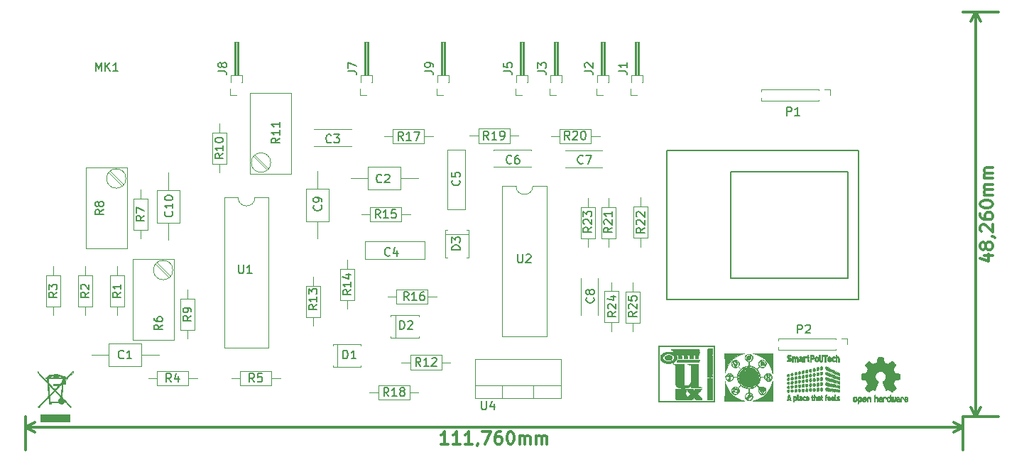
<source format=gbr>
G04 #@! TF.FileFunction,Legend,Top*
%FSLAX46Y46*%
G04 Gerber Fmt 4.6, Leading zero omitted, Abs format (unit mm)*
G04 Created by KiCad (PCBNEW 4.0.7-e2-6376~58~ubuntu16.04.1) date Mon Dec 18 14:19:11 2017*
%MOMM*%
%LPD*%
G01*
G04 APERTURE LIST*
%ADD10C,0.100000*%
%ADD11C,0.300000*%
%ADD12C,0.150000*%
%ADD13C,0.120000*%
%ADD14C,0.010000*%
G04 APERTURE END LIST*
D10*
D11*
X203212571Y-82398570D02*
X204212571Y-82398570D01*
X202641143Y-82755713D02*
X203712571Y-83112856D01*
X203712571Y-82184284D01*
X203355429Y-81398570D02*
X203284000Y-81541428D01*
X203212571Y-81612856D01*
X203069714Y-81684285D01*
X202998286Y-81684285D01*
X202855429Y-81612856D01*
X202784000Y-81541428D01*
X202712571Y-81398570D01*
X202712571Y-81112856D01*
X202784000Y-80969999D01*
X202855429Y-80898570D01*
X202998286Y-80827142D01*
X203069714Y-80827142D01*
X203212571Y-80898570D01*
X203284000Y-80969999D01*
X203355429Y-81112856D01*
X203355429Y-81398570D01*
X203426857Y-81541428D01*
X203498286Y-81612856D01*
X203641143Y-81684285D01*
X203926857Y-81684285D01*
X204069714Y-81612856D01*
X204141143Y-81541428D01*
X204212571Y-81398570D01*
X204212571Y-81112856D01*
X204141143Y-80969999D01*
X204069714Y-80898570D01*
X203926857Y-80827142D01*
X203641143Y-80827142D01*
X203498286Y-80898570D01*
X203426857Y-80969999D01*
X203355429Y-81112856D01*
X204141143Y-80112857D02*
X204212571Y-80112857D01*
X204355429Y-80184285D01*
X204426857Y-80255714D01*
X202855429Y-79541428D02*
X202784000Y-79469999D01*
X202712571Y-79327142D01*
X202712571Y-78969999D01*
X202784000Y-78827142D01*
X202855429Y-78755713D01*
X202998286Y-78684285D01*
X203141143Y-78684285D01*
X203355429Y-78755713D01*
X204212571Y-79612856D01*
X204212571Y-78684285D01*
X202712571Y-77398571D02*
X202712571Y-77684285D01*
X202784000Y-77827142D01*
X202855429Y-77898571D01*
X203069714Y-78041428D01*
X203355429Y-78112857D01*
X203926857Y-78112857D01*
X204069714Y-78041428D01*
X204141143Y-77970000D01*
X204212571Y-77827142D01*
X204212571Y-77541428D01*
X204141143Y-77398571D01*
X204069714Y-77327142D01*
X203926857Y-77255714D01*
X203569714Y-77255714D01*
X203426857Y-77327142D01*
X203355429Y-77398571D01*
X203284000Y-77541428D01*
X203284000Y-77827142D01*
X203355429Y-77970000D01*
X203426857Y-78041428D01*
X203569714Y-78112857D01*
X202712571Y-76327143D02*
X202712571Y-76184286D01*
X202784000Y-76041429D01*
X202855429Y-75970000D01*
X202998286Y-75898571D01*
X203284000Y-75827143D01*
X203641143Y-75827143D01*
X203926857Y-75898571D01*
X204069714Y-75970000D01*
X204141143Y-76041429D01*
X204212571Y-76184286D01*
X204212571Y-76327143D01*
X204141143Y-76470000D01*
X204069714Y-76541429D01*
X203926857Y-76612857D01*
X203641143Y-76684286D01*
X203284000Y-76684286D01*
X202998286Y-76612857D01*
X202855429Y-76541429D01*
X202784000Y-76470000D01*
X202712571Y-76327143D01*
X204212571Y-75184286D02*
X203212571Y-75184286D01*
X203355429Y-75184286D02*
X203284000Y-75112858D01*
X203212571Y-74970000D01*
X203212571Y-74755715D01*
X203284000Y-74612858D01*
X203426857Y-74541429D01*
X204212571Y-74541429D01*
X203426857Y-74541429D02*
X203284000Y-74470000D01*
X203212571Y-74327143D01*
X203212571Y-74112858D01*
X203284000Y-73970000D01*
X203426857Y-73898572D01*
X204212571Y-73898572D01*
X204212571Y-73184286D02*
X203212571Y-73184286D01*
X203355429Y-73184286D02*
X203284000Y-73112858D01*
X203212571Y-72970000D01*
X203212571Y-72755715D01*
X203284000Y-72612858D01*
X203426857Y-72541429D01*
X204212571Y-72541429D01*
X203426857Y-72541429D02*
X203284000Y-72470000D01*
X203212571Y-72327143D01*
X203212571Y-72112858D01*
X203284000Y-71970000D01*
X203426857Y-71898572D01*
X204212571Y-71898572D01*
X202184000Y-101600000D02*
X202184000Y-53340000D01*
X200660000Y-101600000D02*
X204884000Y-101600000D01*
X200660000Y-53340000D02*
X204884000Y-53340000D01*
X202184000Y-53340000D02*
X202770421Y-54466504D01*
X202184000Y-53340000D02*
X201597579Y-54466504D01*
X202184000Y-101600000D02*
X202770421Y-100473496D01*
X202184000Y-101600000D02*
X201597579Y-100473496D01*
X139280001Y-104898571D02*
X138422858Y-104898571D01*
X138851430Y-104898571D02*
X138851430Y-103398571D01*
X138708573Y-103612857D01*
X138565715Y-103755714D01*
X138422858Y-103827143D01*
X140708572Y-104898571D02*
X139851429Y-104898571D01*
X140280001Y-104898571D02*
X140280001Y-103398571D01*
X140137144Y-103612857D01*
X139994286Y-103755714D01*
X139851429Y-103827143D01*
X142137143Y-104898571D02*
X141280000Y-104898571D01*
X141708572Y-104898571D02*
X141708572Y-103398571D01*
X141565715Y-103612857D01*
X141422857Y-103755714D01*
X141280000Y-103827143D01*
X142851428Y-104827143D02*
X142851428Y-104898571D01*
X142780000Y-105041429D01*
X142708571Y-105112857D01*
X143351429Y-103398571D02*
X144351429Y-103398571D01*
X143708572Y-104898571D01*
X145565714Y-103398571D02*
X145280000Y-103398571D01*
X145137143Y-103470000D01*
X145065714Y-103541429D01*
X144922857Y-103755714D01*
X144851428Y-104041429D01*
X144851428Y-104612857D01*
X144922857Y-104755714D01*
X144994285Y-104827143D01*
X145137143Y-104898571D01*
X145422857Y-104898571D01*
X145565714Y-104827143D01*
X145637143Y-104755714D01*
X145708571Y-104612857D01*
X145708571Y-104255714D01*
X145637143Y-104112857D01*
X145565714Y-104041429D01*
X145422857Y-103970000D01*
X145137143Y-103970000D01*
X144994285Y-104041429D01*
X144922857Y-104112857D01*
X144851428Y-104255714D01*
X146637142Y-103398571D02*
X146779999Y-103398571D01*
X146922856Y-103470000D01*
X146994285Y-103541429D01*
X147065714Y-103684286D01*
X147137142Y-103970000D01*
X147137142Y-104327143D01*
X147065714Y-104612857D01*
X146994285Y-104755714D01*
X146922856Y-104827143D01*
X146779999Y-104898571D01*
X146637142Y-104898571D01*
X146494285Y-104827143D01*
X146422856Y-104755714D01*
X146351428Y-104612857D01*
X146279999Y-104327143D01*
X146279999Y-103970000D01*
X146351428Y-103684286D01*
X146422856Y-103541429D01*
X146494285Y-103470000D01*
X146637142Y-103398571D01*
X147779999Y-104898571D02*
X147779999Y-103898571D01*
X147779999Y-104041429D02*
X147851427Y-103970000D01*
X147994285Y-103898571D01*
X148208570Y-103898571D01*
X148351427Y-103970000D01*
X148422856Y-104112857D01*
X148422856Y-104898571D01*
X148422856Y-104112857D02*
X148494285Y-103970000D01*
X148637142Y-103898571D01*
X148851427Y-103898571D01*
X148994285Y-103970000D01*
X149065713Y-104112857D01*
X149065713Y-104898571D01*
X149779999Y-104898571D02*
X149779999Y-103898571D01*
X149779999Y-104041429D02*
X149851427Y-103970000D01*
X149994285Y-103898571D01*
X150208570Y-103898571D01*
X150351427Y-103970000D01*
X150422856Y-104112857D01*
X150422856Y-104898571D01*
X150422856Y-104112857D02*
X150494285Y-103970000D01*
X150637142Y-103898571D01*
X150851427Y-103898571D01*
X150994285Y-103970000D01*
X151065713Y-104112857D01*
X151065713Y-104898571D01*
X88900000Y-102870000D02*
X200660000Y-102870000D01*
X88900000Y-101600000D02*
X88900000Y-105570000D01*
X200660000Y-101600000D02*
X200660000Y-105570000D01*
X200660000Y-102870000D02*
X199533496Y-103456421D01*
X200660000Y-102870000D02*
X199533496Y-102283579D01*
X88900000Y-102870000D02*
X90026504Y-103456421D01*
X88900000Y-102870000D02*
X90026504Y-102283579D01*
D12*
X186944000Y-72390000D02*
X172974000Y-72390000D01*
X172974000Y-72390000D02*
X172974000Y-85090000D01*
X172974000Y-85090000D02*
X186944000Y-85090000D01*
X186944000Y-85090000D02*
X186944000Y-72390000D01*
X188214000Y-69850000D02*
X188214000Y-87630000D01*
X188214000Y-87630000D02*
X165354000Y-87630000D01*
X165354000Y-87630000D02*
X165354000Y-69850000D01*
X165354000Y-69850000D02*
X188214000Y-69850000D01*
D13*
X116230000Y-75480000D02*
G75*
G02X114230000Y-75480000I-1000000J0D01*
G01*
X114230000Y-75480000D02*
X112580000Y-75480000D01*
X112580000Y-75480000D02*
X112580000Y-93380000D01*
X112580000Y-93380000D02*
X117880000Y-93380000D01*
X117880000Y-93380000D02*
X117880000Y-75480000D01*
X117880000Y-75480000D02*
X116230000Y-75480000D01*
X149370000Y-74110000D02*
G75*
G02X147370000Y-74110000I-1000000J0D01*
G01*
X147370000Y-74110000D02*
X145720000Y-74110000D01*
X145720000Y-74110000D02*
X145720000Y-92010000D01*
X145720000Y-92010000D02*
X151020000Y-92010000D01*
X151020000Y-92010000D02*
X151020000Y-74110000D01*
X151020000Y-74110000D02*
X149370000Y-74110000D01*
X98798000Y-92874000D02*
X98798000Y-95594000D01*
X98798000Y-95594000D02*
X102718000Y-95594000D01*
X102718000Y-95594000D02*
X102718000Y-92874000D01*
X102718000Y-92874000D02*
X98798000Y-92874000D01*
X96738000Y-94234000D02*
X98798000Y-94234000D01*
X104778000Y-94234000D02*
X102718000Y-94234000D01*
X133612000Y-74512000D02*
X133612000Y-71792000D01*
X133612000Y-71792000D02*
X129692000Y-71792000D01*
X129692000Y-71792000D02*
X129692000Y-74512000D01*
X129692000Y-74512000D02*
X133612000Y-74512000D01*
X135672000Y-73152000D02*
X133612000Y-73152000D01*
X127632000Y-73152000D02*
X129692000Y-73152000D01*
X127726000Y-69336000D02*
X123306000Y-69336000D01*
X127726000Y-67316000D02*
X123306000Y-67316000D01*
X127726000Y-69336000D02*
X127726000Y-69322000D01*
X127726000Y-67330000D02*
X127726000Y-67316000D01*
X123306000Y-69336000D02*
X123306000Y-69322000D01*
X123306000Y-67330000D02*
X123306000Y-67316000D01*
X136442000Y-82848000D02*
X129322000Y-82848000D01*
X136442000Y-80728000D02*
X129322000Y-80728000D01*
X136442000Y-82848000D02*
X136442000Y-80728000D01*
X129322000Y-82848000D02*
X129322000Y-80728000D01*
X139170000Y-76870000D02*
X139170000Y-69750000D01*
X141290000Y-76870000D02*
X141290000Y-69750000D01*
X139170000Y-76870000D02*
X141290000Y-76870000D01*
X139170000Y-69750000D02*
X141290000Y-69750000D01*
X149140000Y-71840000D02*
X144720000Y-71840000D01*
X149140000Y-69820000D02*
X144720000Y-69820000D01*
X149140000Y-71840000D02*
X149140000Y-71826000D01*
X149140000Y-69834000D02*
X149140000Y-69820000D01*
X144720000Y-71840000D02*
X144720000Y-71826000D01*
X144720000Y-69834000D02*
X144720000Y-69820000D01*
X157670000Y-71910000D02*
X153250000Y-71910000D01*
X157670000Y-69890000D02*
X153250000Y-69890000D01*
X157670000Y-71910000D02*
X157670000Y-71896000D01*
X157670000Y-69904000D02*
X157670000Y-69890000D01*
X153250000Y-71910000D02*
X153250000Y-71896000D01*
X153250000Y-69904000D02*
X153250000Y-69890000D01*
X157130000Y-85090000D02*
X157130000Y-89510000D01*
X155110000Y-85090000D02*
X155110000Y-89510000D01*
X157130000Y-85090000D02*
X157116000Y-85090000D01*
X155124000Y-85090000D02*
X155110000Y-85090000D01*
X157130000Y-89510000D02*
X157116000Y-89510000D01*
X155124000Y-89510000D02*
X155110000Y-89510000D01*
X125058000Y-74414000D02*
X122338000Y-74414000D01*
X122338000Y-74414000D02*
X122338000Y-78334000D01*
X122338000Y-78334000D02*
X125058000Y-78334000D01*
X125058000Y-78334000D02*
X125058000Y-74414000D01*
X123698000Y-72354000D02*
X123698000Y-74414000D01*
X123698000Y-80394000D02*
X123698000Y-78334000D01*
X104558000Y-78494000D02*
X107278000Y-78494000D01*
X107278000Y-78494000D02*
X107278000Y-74574000D01*
X107278000Y-74574000D02*
X104558000Y-74574000D01*
X104558000Y-74574000D02*
X104558000Y-78494000D01*
X105918000Y-80554000D02*
X105918000Y-78494000D01*
X105918000Y-72514000D02*
X105918000Y-74574000D01*
X125540000Y-93190000D02*
X125540000Y-93010000D01*
X125540000Y-93010000D02*
X128860000Y-93010000D01*
X128860000Y-93010000D02*
X128860000Y-93190000D01*
X125540000Y-95550000D02*
X125540000Y-95730000D01*
X125540000Y-95730000D02*
X128860000Y-95730000D01*
X128860000Y-95730000D02*
X128860000Y-95550000D01*
X126080000Y-93010000D02*
X126080000Y-95730000D01*
X132440000Y-89650000D02*
X132440000Y-89470000D01*
X132440000Y-89470000D02*
X135760000Y-89470000D01*
X135760000Y-89470000D02*
X135760000Y-89650000D01*
X132440000Y-92010000D02*
X132440000Y-92190000D01*
X132440000Y-92190000D02*
X135760000Y-92190000D01*
X135760000Y-92190000D02*
X135760000Y-92010000D01*
X132980000Y-89470000D02*
X132980000Y-92190000D01*
X141500000Y-79330000D02*
X141680000Y-79330000D01*
X141680000Y-79330000D02*
X141680000Y-82650000D01*
X141680000Y-82650000D02*
X141500000Y-82650000D01*
X139140000Y-79330000D02*
X138960000Y-79330000D01*
X138960000Y-79330000D02*
X138960000Y-82650000D01*
X138960000Y-82650000D02*
X139140000Y-82650000D01*
X141680000Y-79870000D02*
X138960000Y-79870000D01*
X98962000Y-88474000D02*
X100682000Y-88474000D01*
X100682000Y-88474000D02*
X100682000Y-84754000D01*
X100682000Y-84754000D02*
X98962000Y-84754000D01*
X98962000Y-84754000D02*
X98962000Y-88474000D01*
X99822000Y-89544000D02*
X99822000Y-88474000D01*
X99822000Y-83684000D02*
X99822000Y-84754000D01*
X95152000Y-88474000D02*
X96872000Y-88474000D01*
X96872000Y-88474000D02*
X96872000Y-84754000D01*
X96872000Y-84754000D02*
X95152000Y-84754000D01*
X95152000Y-84754000D02*
X95152000Y-88474000D01*
X96012000Y-89544000D02*
X96012000Y-88474000D01*
X96012000Y-83684000D02*
X96012000Y-84754000D01*
X91342000Y-88474000D02*
X93062000Y-88474000D01*
X93062000Y-88474000D02*
X93062000Y-84754000D01*
X93062000Y-84754000D02*
X91342000Y-84754000D01*
X91342000Y-84754000D02*
X91342000Y-88474000D01*
X92202000Y-89544000D02*
X92202000Y-88474000D01*
X92202000Y-83684000D02*
X92202000Y-84754000D01*
X104566000Y-96168000D02*
X104566000Y-97888000D01*
X104566000Y-97888000D02*
X108286000Y-97888000D01*
X108286000Y-97888000D02*
X108286000Y-96168000D01*
X108286000Y-96168000D02*
X104566000Y-96168000D01*
X103496000Y-97028000D02*
X104566000Y-97028000D01*
X109356000Y-97028000D02*
X108286000Y-97028000D01*
X118192000Y-97888000D02*
X118192000Y-96168000D01*
X118192000Y-96168000D02*
X114472000Y-96168000D01*
X114472000Y-96168000D02*
X114472000Y-97888000D01*
X114472000Y-97888000D02*
X118192000Y-97888000D01*
X119262000Y-97028000D02*
X118192000Y-97028000D01*
X113402000Y-97028000D02*
X114472000Y-97028000D01*
X101756000Y-79330000D02*
X103476000Y-79330000D01*
X103476000Y-79330000D02*
X103476000Y-75610000D01*
X103476000Y-75610000D02*
X101756000Y-75610000D01*
X101756000Y-75610000D02*
X101756000Y-79330000D01*
X102616000Y-80400000D02*
X102616000Y-79330000D01*
X102616000Y-74540000D02*
X102616000Y-75610000D01*
X109064000Y-87548000D02*
X107344000Y-87548000D01*
X107344000Y-87548000D02*
X107344000Y-91268000D01*
X107344000Y-91268000D02*
X109064000Y-91268000D01*
X109064000Y-91268000D02*
X109064000Y-87548000D01*
X108204000Y-86478000D02*
X108204000Y-87548000D01*
X108204000Y-92338000D02*
X108204000Y-91268000D01*
X112874000Y-67736000D02*
X111154000Y-67736000D01*
X111154000Y-67736000D02*
X111154000Y-71456000D01*
X111154000Y-71456000D02*
X112874000Y-71456000D01*
X112874000Y-71456000D02*
X112874000Y-67736000D01*
X112014000Y-66666000D02*
X112014000Y-67736000D01*
X112014000Y-72526000D02*
X112014000Y-71456000D01*
X134770000Y-94280000D02*
X134770000Y-96000000D01*
X134770000Y-96000000D02*
X138490000Y-96000000D01*
X138490000Y-96000000D02*
X138490000Y-94280000D01*
X138490000Y-94280000D02*
X134770000Y-94280000D01*
X133700000Y-95140000D02*
X134770000Y-95140000D01*
X139560000Y-95140000D02*
X138490000Y-95140000D01*
X124050000Y-86024000D02*
X122330000Y-86024000D01*
X122330000Y-86024000D02*
X122330000Y-89744000D01*
X122330000Y-89744000D02*
X124050000Y-89744000D01*
X124050000Y-89744000D02*
X124050000Y-86024000D01*
X123190000Y-84954000D02*
X123190000Y-86024000D01*
X123190000Y-90814000D02*
X123190000Y-89744000D01*
X126394000Y-87712000D02*
X128114000Y-87712000D01*
X128114000Y-87712000D02*
X128114000Y-83992000D01*
X128114000Y-83992000D02*
X126394000Y-83992000D01*
X126394000Y-83992000D02*
X126394000Y-87712000D01*
X127254000Y-88782000D02*
X127254000Y-87712000D01*
X127254000Y-82922000D02*
X127254000Y-83992000D01*
X129966000Y-76610000D02*
X129966000Y-78330000D01*
X129966000Y-78330000D02*
X133686000Y-78330000D01*
X133686000Y-78330000D02*
X133686000Y-76610000D01*
X133686000Y-76610000D02*
X129966000Y-76610000D01*
X128896000Y-77470000D02*
X129966000Y-77470000D01*
X134756000Y-77470000D02*
X133686000Y-77470000D01*
X136820000Y-88150000D02*
X136820000Y-86430000D01*
X136820000Y-86430000D02*
X133100000Y-86430000D01*
X133100000Y-86430000D02*
X133100000Y-88150000D01*
X133100000Y-88150000D02*
X136820000Y-88150000D01*
X137890000Y-87290000D02*
X136820000Y-87290000D01*
X132030000Y-87290000D02*
X133100000Y-87290000D01*
X132690000Y-67330000D02*
X132690000Y-69050000D01*
X132690000Y-69050000D02*
X136410000Y-69050000D01*
X136410000Y-69050000D02*
X136410000Y-67330000D01*
X136410000Y-67330000D02*
X132690000Y-67330000D01*
X131620000Y-68190000D02*
X132690000Y-68190000D01*
X137480000Y-68190000D02*
X136410000Y-68190000D01*
X130960000Y-97860000D02*
X130960000Y-99580000D01*
X130960000Y-99580000D02*
X134680000Y-99580000D01*
X134680000Y-99580000D02*
X134680000Y-97860000D01*
X134680000Y-97860000D02*
X130960000Y-97860000D01*
X129890000Y-98720000D02*
X130960000Y-98720000D01*
X135750000Y-98720000D02*
X134680000Y-98720000D01*
X142880000Y-67260000D02*
X142880000Y-68980000D01*
X142880000Y-68980000D02*
X146600000Y-68980000D01*
X146600000Y-68980000D02*
X146600000Y-67260000D01*
X146600000Y-67260000D02*
X142880000Y-67260000D01*
X141810000Y-68120000D02*
X142880000Y-68120000D01*
X147670000Y-68120000D02*
X146600000Y-68120000D01*
X152580000Y-67290000D02*
X152580000Y-69010000D01*
X152580000Y-69010000D02*
X156300000Y-69010000D01*
X156300000Y-69010000D02*
X156300000Y-67290000D01*
X156300000Y-67290000D02*
X152580000Y-67290000D01*
X151510000Y-68150000D02*
X152580000Y-68150000D01*
X157370000Y-68150000D02*
X156300000Y-68150000D01*
X157560000Y-80350000D02*
X159280000Y-80350000D01*
X159280000Y-80350000D02*
X159280000Y-76630000D01*
X159280000Y-76630000D02*
X157560000Y-76630000D01*
X157560000Y-76630000D02*
X157560000Y-80350000D01*
X158420000Y-81420000D02*
X158420000Y-80350000D01*
X158420000Y-75560000D02*
X158420000Y-76630000D01*
X163090000Y-76550000D02*
X161370000Y-76550000D01*
X161370000Y-76550000D02*
X161370000Y-80270000D01*
X161370000Y-80270000D02*
X163090000Y-80270000D01*
X163090000Y-80270000D02*
X163090000Y-76550000D01*
X162230000Y-75480000D02*
X162230000Y-76550000D01*
X162230000Y-81340000D02*
X162230000Y-80270000D01*
X155080000Y-80350000D02*
X156800000Y-80350000D01*
X156800000Y-80350000D02*
X156800000Y-76630000D01*
X156800000Y-76630000D02*
X155080000Y-76630000D01*
X155080000Y-76630000D02*
X155080000Y-80350000D01*
X155940000Y-81420000D02*
X155940000Y-80350000D01*
X155940000Y-75560000D02*
X155940000Y-76630000D01*
X159620000Y-86660000D02*
X157900000Y-86660000D01*
X157900000Y-86660000D02*
X157900000Y-90380000D01*
X157900000Y-90380000D02*
X159620000Y-90380000D01*
X159620000Y-90380000D02*
X159620000Y-86660000D01*
X158760000Y-85590000D02*
X158760000Y-86660000D01*
X158760000Y-91450000D02*
X158760000Y-90380000D01*
X160420000Y-90420000D02*
X162140000Y-90420000D01*
X162140000Y-90420000D02*
X162140000Y-86700000D01*
X162140000Y-86700000D02*
X160420000Y-86700000D01*
X160420000Y-86700000D02*
X160420000Y-90420000D01*
X161280000Y-91490000D02*
X161280000Y-90420000D01*
X161280000Y-85630000D02*
X161280000Y-86700000D01*
X161103000Y-61724000D02*
X161103000Y-60924000D01*
X161103000Y-60924000D02*
X162493000Y-60924000D01*
X162493000Y-60924000D02*
X162493000Y-61724000D01*
X162493000Y-61724000D02*
X162417677Y-61724000D01*
X161538000Y-60924000D02*
X161538000Y-56924000D01*
X161538000Y-56924000D02*
X162058000Y-56924000D01*
X162058000Y-56924000D02*
X162058000Y-60924000D01*
X161598000Y-60924000D02*
X161598000Y-56924000D01*
X161718000Y-60924000D02*
X161718000Y-56924000D01*
X161838000Y-60924000D02*
X161838000Y-56924000D01*
X161958000Y-60924000D02*
X161958000Y-56924000D01*
X161798000Y-63244000D02*
X161038000Y-63244000D01*
X161038000Y-63244000D02*
X161038000Y-62484000D01*
X157039000Y-61724000D02*
X157039000Y-60924000D01*
X157039000Y-60924000D02*
X158429000Y-60924000D01*
X158429000Y-60924000D02*
X158429000Y-61724000D01*
X158429000Y-61724000D02*
X158353677Y-61724000D01*
X157474000Y-60924000D02*
X157474000Y-56924000D01*
X157474000Y-56924000D02*
X157994000Y-56924000D01*
X157994000Y-56924000D02*
X157994000Y-60924000D01*
X157534000Y-60924000D02*
X157534000Y-56924000D01*
X157654000Y-60924000D02*
X157654000Y-56924000D01*
X157774000Y-60924000D02*
X157774000Y-56924000D01*
X157894000Y-60924000D02*
X157894000Y-56924000D01*
X157734000Y-63244000D02*
X156974000Y-63244000D01*
X156974000Y-63244000D02*
X156974000Y-62484000D01*
X147387000Y-61724000D02*
X147387000Y-60924000D01*
X147387000Y-60924000D02*
X148777000Y-60924000D01*
X148777000Y-60924000D02*
X148777000Y-61724000D01*
X148777000Y-61724000D02*
X148701677Y-61724000D01*
X147822000Y-60924000D02*
X147822000Y-56924000D01*
X147822000Y-56924000D02*
X148342000Y-56924000D01*
X148342000Y-56924000D02*
X148342000Y-60924000D01*
X147882000Y-60924000D02*
X147882000Y-56924000D01*
X148002000Y-60924000D02*
X148002000Y-56924000D01*
X148122000Y-60924000D02*
X148122000Y-56924000D01*
X148242000Y-60924000D02*
X148242000Y-56924000D01*
X148082000Y-63244000D02*
X147322000Y-63244000D01*
X147322000Y-63244000D02*
X147322000Y-62484000D01*
X106445000Y-84135000D02*
G75*
G03X106445000Y-84135000I-1155000J0D01*
G01*
X101670000Y-92455000D02*
X101670000Y-82805000D01*
X106621000Y-92455000D02*
X106621000Y-82805000D01*
X101670000Y-92455000D02*
X106621000Y-92455000D01*
X101670000Y-82805000D02*
X106621000Y-82805000D01*
X104556000Y-83259000D02*
X106166000Y-84870000D01*
X104415000Y-83399000D02*
X106025000Y-85011000D01*
X100857000Y-73213000D02*
G75*
G03X100857000Y-73213000I-1155000J0D01*
G01*
X96082000Y-81533000D02*
X96082000Y-71883000D01*
X101033000Y-81533000D02*
X101033000Y-71883000D01*
X96082000Y-81533000D02*
X101033000Y-81533000D01*
X96082000Y-71883000D02*
X101033000Y-71883000D01*
X98968000Y-72337000D02*
X100578000Y-73948000D01*
X98827000Y-72477000D02*
X100437000Y-74089000D01*
X118115000Y-71313000D02*
G75*
G03X118115000Y-71313000I-1155000J0D01*
G01*
X120580000Y-62993000D02*
X120580000Y-72643000D01*
X115629000Y-62993000D02*
X115629000Y-72643000D01*
X120580000Y-62993000D02*
X115629000Y-62993000D01*
X120580000Y-72643000D02*
X115629000Y-72643000D01*
X117694000Y-72189000D02*
X116084000Y-70578000D01*
X117835000Y-72049000D02*
X116225000Y-70437000D01*
X151451000Y-61724000D02*
X151451000Y-60924000D01*
X151451000Y-60924000D02*
X152841000Y-60924000D01*
X152841000Y-60924000D02*
X152841000Y-61724000D01*
X152841000Y-61724000D02*
X152765677Y-61724000D01*
X151886000Y-60924000D02*
X151886000Y-56924000D01*
X151886000Y-56924000D02*
X152406000Y-56924000D01*
X152406000Y-56924000D02*
X152406000Y-60924000D01*
X151946000Y-60924000D02*
X151946000Y-56924000D01*
X152066000Y-60924000D02*
X152066000Y-56924000D01*
X152186000Y-60924000D02*
X152186000Y-56924000D01*
X152306000Y-60924000D02*
X152306000Y-56924000D01*
X152146000Y-63244000D02*
X151386000Y-63244000D01*
X151386000Y-63244000D02*
X151386000Y-62484000D01*
X128845000Y-61724000D02*
X128845000Y-60924000D01*
X128845000Y-60924000D02*
X130235000Y-60924000D01*
X130235000Y-60924000D02*
X130235000Y-61724000D01*
X130235000Y-61724000D02*
X130159677Y-61724000D01*
X129280000Y-60924000D02*
X129280000Y-56924000D01*
X129280000Y-56924000D02*
X129800000Y-56924000D01*
X129800000Y-56924000D02*
X129800000Y-60924000D01*
X129340000Y-60924000D02*
X129340000Y-56924000D01*
X129460000Y-60924000D02*
X129460000Y-56924000D01*
X129580000Y-60924000D02*
X129580000Y-56924000D01*
X129700000Y-60924000D02*
X129700000Y-56924000D01*
X129540000Y-63244000D02*
X128780000Y-63244000D01*
X128780000Y-63244000D02*
X128780000Y-62484000D01*
X113351000Y-61724000D02*
X113351000Y-60924000D01*
X113351000Y-60924000D02*
X114741000Y-60924000D01*
X114741000Y-60924000D02*
X114741000Y-61724000D01*
X114741000Y-61724000D02*
X114665677Y-61724000D01*
X113786000Y-60924000D02*
X113786000Y-56924000D01*
X113786000Y-56924000D02*
X114306000Y-56924000D01*
X114306000Y-56924000D02*
X114306000Y-60924000D01*
X113846000Y-60924000D02*
X113846000Y-56924000D01*
X113966000Y-60924000D02*
X113966000Y-56924000D01*
X114086000Y-60924000D02*
X114086000Y-56924000D01*
X114206000Y-60924000D02*
X114206000Y-56924000D01*
X114046000Y-63244000D02*
X113286000Y-63244000D01*
X113286000Y-63244000D02*
X113286000Y-62484000D01*
X137989000Y-61724000D02*
X137989000Y-60924000D01*
X137989000Y-60924000D02*
X139379000Y-60924000D01*
X139379000Y-60924000D02*
X139379000Y-61724000D01*
X139379000Y-61724000D02*
X139303677Y-61724000D01*
X138424000Y-60924000D02*
X138424000Y-56924000D01*
X138424000Y-56924000D02*
X138944000Y-56924000D01*
X138944000Y-56924000D02*
X138944000Y-60924000D01*
X138484000Y-60924000D02*
X138484000Y-56924000D01*
X138604000Y-60924000D02*
X138604000Y-56924000D01*
X138724000Y-60924000D02*
X138724000Y-56924000D01*
X138844000Y-60924000D02*
X138844000Y-56924000D01*
X138684000Y-63244000D02*
X137924000Y-63244000D01*
X137924000Y-63244000D02*
X137924000Y-62484000D01*
X176590000Y-62551000D02*
X176590000Y-62851507D01*
X176590000Y-63640493D02*
X176590000Y-63941000D01*
X183465000Y-62551000D02*
X176590000Y-62551000D01*
X183465000Y-63941000D02*
X176590000Y-63941000D01*
X183465000Y-62551000D02*
X183465000Y-62637724D01*
X183465000Y-63854276D02*
X183465000Y-63941000D01*
X184150000Y-62551000D02*
X184835000Y-62551000D01*
X184835000Y-62551000D02*
X184835000Y-63246000D01*
X178622000Y-92269000D02*
X178622000Y-92569507D01*
X178622000Y-93358493D02*
X178622000Y-93659000D01*
X185497000Y-92269000D02*
X178622000Y-92269000D01*
X185497000Y-93659000D02*
X178622000Y-93659000D01*
X185497000Y-92269000D02*
X185497000Y-92355724D01*
X185497000Y-93572276D02*
X185497000Y-93659000D01*
X186182000Y-92269000D02*
X186867000Y-92269000D01*
X186867000Y-92269000D02*
X186867000Y-92964000D01*
X152694000Y-99394000D02*
X142454000Y-99394000D01*
X152694000Y-94753000D02*
X142454000Y-94753000D01*
X152694000Y-99394000D02*
X152694000Y-94753000D01*
X142454000Y-99394000D02*
X142454000Y-94753000D01*
X152694000Y-97884000D02*
X142454000Y-97884000D01*
X149424000Y-99394000D02*
X149424000Y-97884000D01*
X145723000Y-99394000D02*
X145723000Y-97884000D01*
D14*
G36*
X172270671Y-97425504D02*
X172279832Y-97452672D01*
X172291102Y-97500679D01*
X172295076Y-97519125D01*
X172384729Y-97829256D01*
X172519008Y-98147709D01*
X172686908Y-98452195D01*
X172877422Y-98720424D01*
X172904105Y-98752444D01*
X173184713Y-99037191D01*
X173505977Y-99283934D01*
X173856446Y-99485758D01*
X174224673Y-99635746D01*
X174480875Y-99704923D01*
X174534399Y-99716897D01*
X174568560Y-99726689D01*
X174578616Y-99734535D01*
X174559828Y-99740668D01*
X174507455Y-99745325D01*
X174416757Y-99748741D01*
X174282995Y-99751149D01*
X174101428Y-99752787D01*
X173867316Y-99753888D01*
X173575919Y-99754687D01*
X173472812Y-99754911D01*
X172242500Y-99757500D01*
X172245088Y-98527187D01*
X172245841Y-98216997D01*
X172246823Y-97965568D01*
X172248268Y-97768158D01*
X172250412Y-97620028D01*
X172253489Y-97516438D01*
X172257734Y-97452647D01*
X172263383Y-97423916D01*
X172270671Y-97425504D01*
X172270671Y-97425504D01*
G37*
X172270671Y-97425504D02*
X172279832Y-97452672D01*
X172291102Y-97500679D01*
X172295076Y-97519125D01*
X172384729Y-97829256D01*
X172519008Y-98147709D01*
X172686908Y-98452195D01*
X172877422Y-98720424D01*
X172904105Y-98752444D01*
X173184713Y-99037191D01*
X173505977Y-99283934D01*
X173856446Y-99485758D01*
X174224673Y-99635746D01*
X174480875Y-99704923D01*
X174534399Y-99716897D01*
X174568560Y-99726689D01*
X174578616Y-99734535D01*
X174559828Y-99740668D01*
X174507455Y-99745325D01*
X174416757Y-99748741D01*
X174282995Y-99751149D01*
X174101428Y-99752787D01*
X173867316Y-99753888D01*
X173575919Y-99754687D01*
X173472812Y-99754911D01*
X172242500Y-99757500D01*
X172245088Y-98527187D01*
X172245841Y-98216997D01*
X172246823Y-97965568D01*
X172248268Y-97768158D01*
X172250412Y-97620028D01*
X172253489Y-97516438D01*
X172257734Y-97452647D01*
X172263383Y-97423916D01*
X172270671Y-97425504D01*
G36*
X177940668Y-97440171D02*
X177945325Y-97492544D01*
X177948741Y-97583242D01*
X177951149Y-97717004D01*
X177952787Y-97898571D01*
X177953888Y-98132683D01*
X177954687Y-98424080D01*
X177954911Y-98527187D01*
X177957500Y-99757500D01*
X176727187Y-99754911D01*
X176416997Y-99754158D01*
X176165568Y-99753176D01*
X175968158Y-99751731D01*
X175820028Y-99749587D01*
X175716438Y-99746510D01*
X175652647Y-99742265D01*
X175623916Y-99736616D01*
X175625504Y-99729328D01*
X175652672Y-99720167D01*
X175700679Y-99708897D01*
X175719125Y-99704923D01*
X176092903Y-99594374D01*
X176456756Y-99427259D01*
X176799234Y-99210494D01*
X177108889Y-98950995D01*
X177295894Y-98752444D01*
X177488604Y-98490775D01*
X177660177Y-98189858D01*
X177799606Y-97871984D01*
X177895885Y-97559442D01*
X177904923Y-97519125D01*
X177916897Y-97465600D01*
X177926689Y-97431439D01*
X177934535Y-97421383D01*
X177940668Y-97440171D01*
X177940668Y-97440171D01*
G37*
X177940668Y-97440171D02*
X177945325Y-97492544D01*
X177948741Y-97583242D01*
X177951149Y-97717004D01*
X177952787Y-97898571D01*
X177953888Y-98132683D01*
X177954687Y-98424080D01*
X177954911Y-98527187D01*
X177957500Y-99757500D01*
X176727187Y-99754911D01*
X176416997Y-99754158D01*
X176165568Y-99753176D01*
X175968158Y-99751731D01*
X175820028Y-99749587D01*
X175716438Y-99746510D01*
X175652647Y-99742265D01*
X175623916Y-99736616D01*
X175625504Y-99729328D01*
X175652672Y-99720167D01*
X175700679Y-99708897D01*
X175719125Y-99704923D01*
X176092903Y-99594374D01*
X176456756Y-99427259D01*
X176799234Y-99210494D01*
X177108889Y-98950995D01*
X177295894Y-98752444D01*
X177488604Y-98490775D01*
X177660177Y-98189858D01*
X177799606Y-97871984D01*
X177895885Y-97559442D01*
X177904923Y-97519125D01*
X177916897Y-97465600D01*
X177926689Y-97431439D01*
X177934535Y-97421383D01*
X177940668Y-97440171D01*
G36*
X175216525Y-94138754D02*
X175304730Y-94171325D01*
X175380146Y-94224474D01*
X175487441Y-94345242D01*
X175551673Y-94491029D01*
X175564795Y-94641970D01*
X175560726Y-94670241D01*
X175512290Y-94789463D01*
X175422401Y-94904888D01*
X175310513Y-94994772D01*
X175241287Y-95027273D01*
X175131750Y-95063424D01*
X175131750Y-95531872D01*
X175250812Y-95552309D01*
X175499443Y-95610705D01*
X175715448Y-95698829D01*
X175866296Y-95786553D01*
X176065769Y-95916168D01*
X176215027Y-95769153D01*
X176364286Y-95622139D01*
X176303761Y-95522882D01*
X176250125Y-95378388D01*
X176251099Y-95242416D01*
X176282293Y-95242416D01*
X176286588Y-95386093D01*
X176336957Y-95514543D01*
X176424703Y-95619072D01*
X176541132Y-95690983D01*
X176677549Y-95721583D01*
X176825259Y-95702175D01*
X176907792Y-95667234D01*
X177017653Y-95576696D01*
X177097175Y-95450181D01*
X177131599Y-95312086D01*
X177132000Y-95296625D01*
X177102550Y-95152890D01*
X177023290Y-95025511D01*
X176907850Y-94928117D01*
X176769859Y-94874339D01*
X176703375Y-94868000D01*
X176565511Y-94896315D01*
X176436432Y-94971419D01*
X176340535Y-95078553D01*
X176332765Y-95092207D01*
X176282293Y-95242416D01*
X176251099Y-95242416D01*
X176251223Y-95225191D01*
X176302942Y-95078447D01*
X176401170Y-94953314D01*
X176472897Y-94899578D01*
X176618528Y-94843951D01*
X176767768Y-94842977D01*
X176908620Y-94889759D01*
X177029083Y-94977399D01*
X177117161Y-95098997D01*
X177160853Y-95247656D01*
X177163512Y-95296625D01*
X177135624Y-95450932D01*
X177059984Y-95581043D01*
X176948627Y-95679951D01*
X176813588Y-95740650D01*
X176666904Y-95756131D01*
X176520609Y-95719389D01*
X176477117Y-95696238D01*
X176377860Y-95635713D01*
X176226625Y-95789256D01*
X176075391Y-95942799D01*
X176194367Y-96104877D01*
X176342848Y-96358900D01*
X176432657Y-96634662D01*
X176447303Y-96717437D01*
X176469140Y-96868250D01*
X176936575Y-96868250D01*
X176972726Y-96758712D01*
X177035581Y-96645218D01*
X177136247Y-96540074D01*
X177252658Y-96463630D01*
X177317484Y-96440726D01*
X177470982Y-96436413D01*
X177612992Y-96484811D01*
X177733362Y-96575234D01*
X177821936Y-96696994D01*
X177868562Y-96839405D01*
X177863087Y-96991779D01*
X177858470Y-97010139D01*
X177788674Y-97158730D01*
X177677935Y-97273679D01*
X177539582Y-97346385D01*
X177386945Y-97368244D01*
X177317484Y-97359273D01*
X177197387Y-97305938D01*
X177083886Y-97210238D01*
X176997347Y-97091795D01*
X176968232Y-97022773D01*
X176946621Y-96950639D01*
X176989166Y-96950639D01*
X177035696Y-97091131D01*
X177119658Y-97203041D01*
X177251690Y-97295828D01*
X177398604Y-97327678D01*
X177555934Y-97298136D01*
X177643634Y-97256507D01*
X177750546Y-97160193D01*
X177814584Y-97024399D01*
X177830500Y-96900000D01*
X177802739Y-96739031D01*
X177724873Y-96610280D01*
X177605031Y-96522087D01*
X177451338Y-96482797D01*
X177422925Y-96481588D01*
X177263378Y-96506073D01*
X177135411Y-96576681D01*
X177043841Y-96681953D01*
X176993487Y-96810425D01*
X176989166Y-96950639D01*
X176946621Y-96950639D01*
X176930680Y-96897436D01*
X176706993Y-96906655D01*
X176483306Y-96915875D01*
X176456803Y-97042875D01*
X176415264Y-97225702D01*
X176373650Y-97365591D01*
X176324365Y-97482657D01*
X176259813Y-97597014D01*
X176229981Y-97643516D01*
X176162461Y-97737226D01*
X176103370Y-97803168D01*
X176063992Y-97829035D01*
X176060251Y-97828625D01*
X176025759Y-97841384D01*
X176020750Y-97862641D01*
X175991785Y-97921190D01*
X175912571Y-97988703D01*
X175794628Y-98059420D01*
X175649476Y-98127579D01*
X175488633Y-98187420D01*
X175323621Y-98233181D01*
X175250812Y-98247690D01*
X175131750Y-98268127D01*
X175131750Y-98736575D01*
X175241287Y-98772726D01*
X175357033Y-98837007D01*
X175462391Y-98939807D01*
X175537905Y-99059380D01*
X175560726Y-99129758D01*
X175560141Y-99284211D01*
X175506775Y-99425783D01*
X175411290Y-99544360D01*
X175284343Y-99629831D01*
X175136594Y-99672081D01*
X174996381Y-99665171D01*
X174853377Y-99604548D01*
X174739823Y-99498794D01*
X174664433Y-99362578D01*
X174640460Y-99234744D01*
X174681777Y-99234744D01*
X174711281Y-99377770D01*
X174786414Y-99503108D01*
X174873711Y-99577042D01*
X174986501Y-99617548D01*
X175124458Y-99627188D01*
X175257196Y-99605858D01*
X175320985Y-99578571D01*
X175431934Y-99479772D01*
X175497930Y-99350960D01*
X175518750Y-99207194D01*
X175494169Y-99063534D01*
X175423963Y-98935040D01*
X175331810Y-98851305D01*
X175227377Y-98808901D01*
X175100000Y-98792930D01*
X174971421Y-98809203D01*
X174868189Y-98851305D01*
X174760115Y-98956335D01*
X174698016Y-99089207D01*
X174681777Y-99234744D01*
X174640460Y-99234744D01*
X174635927Y-99210573D01*
X174652868Y-99087011D01*
X174715151Y-98967903D01*
X174817260Y-98858985D01*
X174937671Y-98780466D01*
X175003725Y-98757599D01*
X175102668Y-98735868D01*
X175093396Y-98509582D01*
X175087381Y-98391867D01*
X175077140Y-98322484D01*
X175056322Y-98286302D01*
X175018575Y-98268188D01*
X174988875Y-98260583D01*
X174791291Y-98210899D01*
X174641081Y-98166041D01*
X174522984Y-98120378D01*
X174421740Y-98068281D01*
X174355656Y-98026917D01*
X174265753Y-97960611D01*
X174202206Y-97901082D01*
X174179250Y-97862641D01*
X174158942Y-97828211D01*
X174139748Y-97828625D01*
X174104602Y-97810367D01*
X174047925Y-97750051D01*
X173981000Y-97659984D01*
X173970018Y-97643516D01*
X173897746Y-97524965D01*
X173843603Y-97411281D01*
X173799992Y-97282349D01*
X173759316Y-97118056D01*
X173743196Y-97042875D01*
X173716693Y-96915875D01*
X173493006Y-96906655D01*
X173269319Y-96897436D01*
X173231767Y-97022773D01*
X173169254Y-97145381D01*
X173068360Y-97256247D01*
X172949452Y-97335750D01*
X172882515Y-97359273D01*
X172727802Y-97362974D01*
X172581404Y-97311975D01*
X172456650Y-97214880D01*
X172366871Y-97080291D01*
X172341529Y-97010139D01*
X172334724Y-96926097D01*
X172371623Y-96926097D01*
X172391400Y-97052913D01*
X172423605Y-97123122D01*
X172541809Y-97248294D01*
X172680758Y-97314003D01*
X172836619Y-97319334D01*
X173005559Y-97263375D01*
X173007722Y-97262292D01*
X173110819Y-97177589D01*
X173179189Y-97055369D01*
X173208507Y-96913862D01*
X173194446Y-96771301D01*
X173148694Y-96668189D01*
X173043977Y-96560270D01*
X172911700Y-96498160D01*
X172766924Y-96481635D01*
X172624708Y-96510471D01*
X172500113Y-96584444D01*
X172421428Y-96679014D01*
X172381586Y-96791950D01*
X172371623Y-96926097D01*
X172334724Y-96926097D01*
X172329152Y-96857289D01*
X172370089Y-96713127D01*
X172454188Y-96588338D01*
X172571293Y-96493610D01*
X172711253Y-96439631D01*
X172863913Y-96437087D01*
X172882515Y-96440726D01*
X172998037Y-96491757D01*
X173110366Y-96583068D01*
X173197439Y-96694307D01*
X173227273Y-96758712D01*
X173263424Y-96868249D01*
X173495694Y-96868250D01*
X173727965Y-96868250D01*
X173762724Y-96670917D01*
X173821438Y-96454182D01*
X173915204Y-96242687D01*
X174031383Y-96064756D01*
X174035386Y-96059865D01*
X174095730Y-95995926D01*
X174126407Y-95981052D01*
X174126902Y-96007900D01*
X174096702Y-96069123D01*
X174041634Y-96149142D01*
X173919768Y-96357268D01*
X173834322Y-96612512D01*
X173811101Y-96725375D01*
X173789042Y-96811598D01*
X173761410Y-96868905D01*
X173753982Y-96876187D01*
X173736486Y-96906168D01*
X173754674Y-96923812D01*
X173781141Y-96967469D01*
X173806036Y-97049718D01*
X173814028Y-97090500D01*
X173879023Y-97345304D01*
X173988642Y-97566483D01*
X174148268Y-97768893D01*
X174360807Y-97959239D01*
X174591207Y-98091858D01*
X174848662Y-98171929D01*
X174871941Y-98176450D01*
X174973611Y-98199163D01*
X175044551Y-98222281D01*
X175068250Y-98239104D01*
X175092976Y-98264069D01*
X175103396Y-98265250D01*
X175125409Y-98242460D01*
X175121647Y-98221218D01*
X175125760Y-98189897D01*
X175162268Y-98192228D01*
X175238254Y-98192861D01*
X175352583Y-98172013D01*
X175486090Y-98135121D01*
X175619605Y-98087625D01*
X175733963Y-98034961D01*
X175751570Y-98025038D01*
X175959110Y-97869325D01*
X176137590Y-97668406D01*
X176277182Y-97436948D01*
X176368059Y-97189616D01*
X176391406Y-97070183D01*
X176408455Y-96986634D01*
X176429327Y-96937362D01*
X176437815Y-96931750D01*
X176464004Y-96907052D01*
X176465250Y-96896603D01*
X176442841Y-96873462D01*
X176425562Y-96876471D01*
X176398698Y-96863878D01*
X176384583Y-96796767D01*
X176381829Y-96744930D01*
X176348091Y-96542341D01*
X176263566Y-96332506D01*
X176137207Y-96129705D01*
X175977968Y-95948218D01*
X175977067Y-95947500D01*
X176020750Y-95947500D01*
X176032366Y-95973633D01*
X176041916Y-95968666D01*
X176045716Y-95930986D01*
X176041916Y-95926333D01*
X176023041Y-95930691D01*
X176020750Y-95947500D01*
X175977067Y-95947500D01*
X175794801Y-95802325D01*
X175788202Y-95798124D01*
X175552600Y-95683995D01*
X175297510Y-95621191D01*
X175034781Y-95608834D01*
X174776265Y-95646045D01*
X174533813Y-95731947D01*
X174319276Y-95865661D01*
X174266562Y-95910868D01*
X174208630Y-95958187D01*
X174182962Y-95960459D01*
X174179250Y-95940652D01*
X174204087Y-95898420D01*
X174269052Y-95837111D01*
X174355656Y-95773082D01*
X174454145Y-95713512D01*
X174559252Y-95664154D01*
X174686235Y-95619378D01*
X174850355Y-95573553D01*
X174878974Y-95566500D01*
X175068250Y-95566500D01*
X175092410Y-95597327D01*
X175100000Y-95598250D01*
X175130827Y-95574089D01*
X175131750Y-95566500D01*
X175107589Y-95535672D01*
X175100000Y-95534750D01*
X175069172Y-95558910D01*
X175068250Y-95566500D01*
X174878974Y-95566500D01*
X174988875Y-95539416D01*
X175038648Y-95524653D01*
X175067856Y-95499873D01*
X175082959Y-95449837D01*
X175090417Y-95359308D01*
X175093344Y-95293011D01*
X175102563Y-95069319D01*
X174977226Y-95031767D01*
X174852463Y-94968013D01*
X174741468Y-94865225D01*
X174662915Y-94743382D01*
X174639273Y-94670241D01*
X174641352Y-94531684D01*
X174679001Y-94531684D01*
X174690486Y-94690049D01*
X174692987Y-94699480D01*
X174745323Y-94810433D01*
X174829565Y-94912176D01*
X174926737Y-94984628D01*
X174982093Y-95005432D01*
X175108771Y-95010393D01*
X175244951Y-94984372D01*
X175344389Y-94940350D01*
X175442526Y-94840860D01*
X175501975Y-94707421D01*
X175518663Y-94559319D01*
X175488516Y-94415844D01*
X175465151Y-94368594D01*
X175361514Y-94251274D01*
X175221115Y-94184729D01*
X175094228Y-94169499D01*
X174937731Y-94197580D01*
X174810867Y-94274562D01*
X174721876Y-94389559D01*
X174679001Y-94531684D01*
X174641352Y-94531684D01*
X174641519Y-94520605D01*
X174696440Y-94372259D01*
X174795989Y-94245068D01*
X174819853Y-94224474D01*
X174910177Y-94163361D01*
X175000900Y-94135862D01*
X175100000Y-94130423D01*
X175216525Y-94138754D01*
X175216525Y-94138754D01*
G37*
X175216525Y-94138754D02*
X175304730Y-94171325D01*
X175380146Y-94224474D01*
X175487441Y-94345242D01*
X175551673Y-94491029D01*
X175564795Y-94641970D01*
X175560726Y-94670241D01*
X175512290Y-94789463D01*
X175422401Y-94904888D01*
X175310513Y-94994772D01*
X175241287Y-95027273D01*
X175131750Y-95063424D01*
X175131750Y-95531872D01*
X175250812Y-95552309D01*
X175499443Y-95610705D01*
X175715448Y-95698829D01*
X175866296Y-95786553D01*
X176065769Y-95916168D01*
X176215027Y-95769153D01*
X176364286Y-95622139D01*
X176303761Y-95522882D01*
X176250125Y-95378388D01*
X176251099Y-95242416D01*
X176282293Y-95242416D01*
X176286588Y-95386093D01*
X176336957Y-95514543D01*
X176424703Y-95619072D01*
X176541132Y-95690983D01*
X176677549Y-95721583D01*
X176825259Y-95702175D01*
X176907792Y-95667234D01*
X177017653Y-95576696D01*
X177097175Y-95450181D01*
X177131599Y-95312086D01*
X177132000Y-95296625D01*
X177102550Y-95152890D01*
X177023290Y-95025511D01*
X176907850Y-94928117D01*
X176769859Y-94874339D01*
X176703375Y-94868000D01*
X176565511Y-94896315D01*
X176436432Y-94971419D01*
X176340535Y-95078553D01*
X176332765Y-95092207D01*
X176282293Y-95242416D01*
X176251099Y-95242416D01*
X176251223Y-95225191D01*
X176302942Y-95078447D01*
X176401170Y-94953314D01*
X176472897Y-94899578D01*
X176618528Y-94843951D01*
X176767768Y-94842977D01*
X176908620Y-94889759D01*
X177029083Y-94977399D01*
X177117161Y-95098997D01*
X177160853Y-95247656D01*
X177163512Y-95296625D01*
X177135624Y-95450932D01*
X177059984Y-95581043D01*
X176948627Y-95679951D01*
X176813588Y-95740650D01*
X176666904Y-95756131D01*
X176520609Y-95719389D01*
X176477117Y-95696238D01*
X176377860Y-95635713D01*
X176226625Y-95789256D01*
X176075391Y-95942799D01*
X176194367Y-96104877D01*
X176342848Y-96358900D01*
X176432657Y-96634662D01*
X176447303Y-96717437D01*
X176469140Y-96868250D01*
X176936575Y-96868250D01*
X176972726Y-96758712D01*
X177035581Y-96645218D01*
X177136247Y-96540074D01*
X177252658Y-96463630D01*
X177317484Y-96440726D01*
X177470982Y-96436413D01*
X177612992Y-96484811D01*
X177733362Y-96575234D01*
X177821936Y-96696994D01*
X177868562Y-96839405D01*
X177863087Y-96991779D01*
X177858470Y-97010139D01*
X177788674Y-97158730D01*
X177677935Y-97273679D01*
X177539582Y-97346385D01*
X177386945Y-97368244D01*
X177317484Y-97359273D01*
X177197387Y-97305938D01*
X177083886Y-97210238D01*
X176997347Y-97091795D01*
X176968232Y-97022773D01*
X176946621Y-96950639D01*
X176989166Y-96950639D01*
X177035696Y-97091131D01*
X177119658Y-97203041D01*
X177251690Y-97295828D01*
X177398604Y-97327678D01*
X177555934Y-97298136D01*
X177643634Y-97256507D01*
X177750546Y-97160193D01*
X177814584Y-97024399D01*
X177830500Y-96900000D01*
X177802739Y-96739031D01*
X177724873Y-96610280D01*
X177605031Y-96522087D01*
X177451338Y-96482797D01*
X177422925Y-96481588D01*
X177263378Y-96506073D01*
X177135411Y-96576681D01*
X177043841Y-96681953D01*
X176993487Y-96810425D01*
X176989166Y-96950639D01*
X176946621Y-96950639D01*
X176930680Y-96897436D01*
X176706993Y-96906655D01*
X176483306Y-96915875D01*
X176456803Y-97042875D01*
X176415264Y-97225702D01*
X176373650Y-97365591D01*
X176324365Y-97482657D01*
X176259813Y-97597014D01*
X176229981Y-97643516D01*
X176162461Y-97737226D01*
X176103370Y-97803168D01*
X176063992Y-97829035D01*
X176060251Y-97828625D01*
X176025759Y-97841384D01*
X176020750Y-97862641D01*
X175991785Y-97921190D01*
X175912571Y-97988703D01*
X175794628Y-98059420D01*
X175649476Y-98127579D01*
X175488633Y-98187420D01*
X175323621Y-98233181D01*
X175250812Y-98247690D01*
X175131750Y-98268127D01*
X175131750Y-98736575D01*
X175241287Y-98772726D01*
X175357033Y-98837007D01*
X175462391Y-98939807D01*
X175537905Y-99059380D01*
X175560726Y-99129758D01*
X175560141Y-99284211D01*
X175506775Y-99425783D01*
X175411290Y-99544360D01*
X175284343Y-99629831D01*
X175136594Y-99672081D01*
X174996381Y-99665171D01*
X174853377Y-99604548D01*
X174739823Y-99498794D01*
X174664433Y-99362578D01*
X174640460Y-99234744D01*
X174681777Y-99234744D01*
X174711281Y-99377770D01*
X174786414Y-99503108D01*
X174873711Y-99577042D01*
X174986501Y-99617548D01*
X175124458Y-99627188D01*
X175257196Y-99605858D01*
X175320985Y-99578571D01*
X175431934Y-99479772D01*
X175497930Y-99350960D01*
X175518750Y-99207194D01*
X175494169Y-99063534D01*
X175423963Y-98935040D01*
X175331810Y-98851305D01*
X175227377Y-98808901D01*
X175100000Y-98792930D01*
X174971421Y-98809203D01*
X174868189Y-98851305D01*
X174760115Y-98956335D01*
X174698016Y-99089207D01*
X174681777Y-99234744D01*
X174640460Y-99234744D01*
X174635927Y-99210573D01*
X174652868Y-99087011D01*
X174715151Y-98967903D01*
X174817260Y-98858985D01*
X174937671Y-98780466D01*
X175003725Y-98757599D01*
X175102668Y-98735868D01*
X175093396Y-98509582D01*
X175087381Y-98391867D01*
X175077140Y-98322484D01*
X175056322Y-98286302D01*
X175018575Y-98268188D01*
X174988875Y-98260583D01*
X174791291Y-98210899D01*
X174641081Y-98166041D01*
X174522984Y-98120378D01*
X174421740Y-98068281D01*
X174355656Y-98026917D01*
X174265753Y-97960611D01*
X174202206Y-97901082D01*
X174179250Y-97862641D01*
X174158942Y-97828211D01*
X174139748Y-97828625D01*
X174104602Y-97810367D01*
X174047925Y-97750051D01*
X173981000Y-97659984D01*
X173970018Y-97643516D01*
X173897746Y-97524965D01*
X173843603Y-97411281D01*
X173799992Y-97282349D01*
X173759316Y-97118056D01*
X173743196Y-97042875D01*
X173716693Y-96915875D01*
X173493006Y-96906655D01*
X173269319Y-96897436D01*
X173231767Y-97022773D01*
X173169254Y-97145381D01*
X173068360Y-97256247D01*
X172949452Y-97335750D01*
X172882515Y-97359273D01*
X172727802Y-97362974D01*
X172581404Y-97311975D01*
X172456650Y-97214880D01*
X172366871Y-97080291D01*
X172341529Y-97010139D01*
X172334724Y-96926097D01*
X172371623Y-96926097D01*
X172391400Y-97052913D01*
X172423605Y-97123122D01*
X172541809Y-97248294D01*
X172680758Y-97314003D01*
X172836619Y-97319334D01*
X173005559Y-97263375D01*
X173007722Y-97262292D01*
X173110819Y-97177589D01*
X173179189Y-97055369D01*
X173208507Y-96913862D01*
X173194446Y-96771301D01*
X173148694Y-96668189D01*
X173043977Y-96560270D01*
X172911700Y-96498160D01*
X172766924Y-96481635D01*
X172624708Y-96510471D01*
X172500113Y-96584444D01*
X172421428Y-96679014D01*
X172381586Y-96791950D01*
X172371623Y-96926097D01*
X172334724Y-96926097D01*
X172329152Y-96857289D01*
X172370089Y-96713127D01*
X172454188Y-96588338D01*
X172571293Y-96493610D01*
X172711253Y-96439631D01*
X172863913Y-96437087D01*
X172882515Y-96440726D01*
X172998037Y-96491757D01*
X173110366Y-96583068D01*
X173197439Y-96694307D01*
X173227273Y-96758712D01*
X173263424Y-96868249D01*
X173495694Y-96868250D01*
X173727965Y-96868250D01*
X173762724Y-96670917D01*
X173821438Y-96454182D01*
X173915204Y-96242687D01*
X174031383Y-96064756D01*
X174035386Y-96059865D01*
X174095730Y-95995926D01*
X174126407Y-95981052D01*
X174126902Y-96007900D01*
X174096702Y-96069123D01*
X174041634Y-96149142D01*
X173919768Y-96357268D01*
X173834322Y-96612512D01*
X173811101Y-96725375D01*
X173789042Y-96811598D01*
X173761410Y-96868905D01*
X173753982Y-96876187D01*
X173736486Y-96906168D01*
X173754674Y-96923812D01*
X173781141Y-96967469D01*
X173806036Y-97049718D01*
X173814028Y-97090500D01*
X173879023Y-97345304D01*
X173988642Y-97566483D01*
X174148268Y-97768893D01*
X174360807Y-97959239D01*
X174591207Y-98091858D01*
X174848662Y-98171929D01*
X174871941Y-98176450D01*
X174973611Y-98199163D01*
X175044551Y-98222281D01*
X175068250Y-98239104D01*
X175092976Y-98264069D01*
X175103396Y-98265250D01*
X175125409Y-98242460D01*
X175121647Y-98221218D01*
X175125760Y-98189897D01*
X175162268Y-98192228D01*
X175238254Y-98192861D01*
X175352583Y-98172013D01*
X175486090Y-98135121D01*
X175619605Y-98087625D01*
X175733963Y-98034961D01*
X175751570Y-98025038D01*
X175959110Y-97869325D01*
X176137590Y-97668406D01*
X176277182Y-97436948D01*
X176368059Y-97189616D01*
X176391406Y-97070183D01*
X176408455Y-96986634D01*
X176429327Y-96937362D01*
X176437815Y-96931750D01*
X176464004Y-96907052D01*
X176465250Y-96896603D01*
X176442841Y-96873462D01*
X176425562Y-96876471D01*
X176398698Y-96863878D01*
X176384583Y-96796767D01*
X176381829Y-96744930D01*
X176348091Y-96542341D01*
X176263566Y-96332506D01*
X176137207Y-96129705D01*
X175977968Y-95948218D01*
X175977067Y-95947500D01*
X176020750Y-95947500D01*
X176032366Y-95973633D01*
X176041916Y-95968666D01*
X176045716Y-95930986D01*
X176041916Y-95926333D01*
X176023041Y-95930691D01*
X176020750Y-95947500D01*
X175977067Y-95947500D01*
X175794801Y-95802325D01*
X175788202Y-95798124D01*
X175552600Y-95683995D01*
X175297510Y-95621191D01*
X175034781Y-95608834D01*
X174776265Y-95646045D01*
X174533813Y-95731947D01*
X174319276Y-95865661D01*
X174266562Y-95910868D01*
X174208630Y-95958187D01*
X174182962Y-95960459D01*
X174179250Y-95940652D01*
X174204087Y-95898420D01*
X174269052Y-95837111D01*
X174355656Y-95773082D01*
X174454145Y-95713512D01*
X174559252Y-95664154D01*
X174686235Y-95619378D01*
X174850355Y-95573553D01*
X174878974Y-95566500D01*
X175068250Y-95566500D01*
X175092410Y-95597327D01*
X175100000Y-95598250D01*
X175130827Y-95574089D01*
X175131750Y-95566500D01*
X175107589Y-95535672D01*
X175100000Y-95534750D01*
X175069172Y-95558910D01*
X175068250Y-95566500D01*
X174878974Y-95566500D01*
X174988875Y-95539416D01*
X175038648Y-95524653D01*
X175067856Y-95499873D01*
X175082959Y-95449837D01*
X175090417Y-95359308D01*
X175093344Y-95293011D01*
X175102563Y-95069319D01*
X174977226Y-95031767D01*
X174852463Y-94968013D01*
X174741468Y-94865225D01*
X174662915Y-94743382D01*
X174639273Y-94670241D01*
X174641352Y-94531684D01*
X174679001Y-94531684D01*
X174690486Y-94690049D01*
X174692987Y-94699480D01*
X174745323Y-94810433D01*
X174829565Y-94912176D01*
X174926737Y-94984628D01*
X174982093Y-95005432D01*
X175108771Y-95010393D01*
X175244951Y-94984372D01*
X175344389Y-94940350D01*
X175442526Y-94840860D01*
X175501975Y-94707421D01*
X175518663Y-94559319D01*
X175488516Y-94415844D01*
X175465151Y-94368594D01*
X175361514Y-94251274D01*
X175221115Y-94184729D01*
X175094228Y-94169499D01*
X174937731Y-94197580D01*
X174810867Y-94274562D01*
X174721876Y-94389559D01*
X174679001Y-94531684D01*
X174641352Y-94531684D01*
X174641519Y-94520605D01*
X174696440Y-94372259D01*
X174795989Y-94245068D01*
X174819853Y-94224474D01*
X174910177Y-94163361D01*
X175000900Y-94135862D01*
X175100000Y-94130423D01*
X175216525Y-94138754D01*
G36*
X173837365Y-98185875D02*
X173897015Y-98281125D01*
X173946687Y-98414779D01*
X173950193Y-98565893D01*
X173907722Y-98708532D01*
X173893671Y-98733852D01*
X173785750Y-98856850D01*
X173648007Y-98934307D01*
X173495244Y-98962295D01*
X173342261Y-98936884D01*
X173266147Y-98900421D01*
X173143149Y-98792500D01*
X173065692Y-98654757D01*
X173037958Y-98503375D01*
X173068000Y-98503375D01*
X173097449Y-98647109D01*
X173176709Y-98774488D01*
X173292149Y-98871882D01*
X173430140Y-98925660D01*
X173496625Y-98932000D01*
X173590742Y-98916526D01*
X173691748Y-98878791D01*
X173701042Y-98873984D01*
X173810676Y-98783692D01*
X173890180Y-98657557D01*
X173924770Y-98519992D01*
X173925200Y-98503870D01*
X173895723Y-98354053D01*
X173815775Y-98225015D01*
X173697843Y-98129240D01*
X173554413Y-98079215D01*
X173496129Y-98074799D01*
X173352795Y-98104172D01*
X173225641Y-98183341D01*
X173128307Y-98298651D01*
X173074433Y-98436450D01*
X173068000Y-98503375D01*
X173037958Y-98503375D01*
X173037704Y-98501994D01*
X173063115Y-98349011D01*
X173099578Y-98272897D01*
X173205226Y-98152348D01*
X173340475Y-98074678D01*
X173489917Y-98044116D01*
X173638146Y-98064887D01*
X173718875Y-98102984D01*
X173814125Y-98162634D01*
X173972875Y-98015504D01*
X174131625Y-97868375D01*
X173837365Y-98185875D01*
X173837365Y-98185875D01*
G37*
X173837365Y-98185875D02*
X173897015Y-98281125D01*
X173946687Y-98414779D01*
X173950193Y-98565893D01*
X173907722Y-98708532D01*
X173893671Y-98733852D01*
X173785750Y-98856850D01*
X173648007Y-98934307D01*
X173495244Y-98962295D01*
X173342261Y-98936884D01*
X173266147Y-98900421D01*
X173143149Y-98792500D01*
X173065692Y-98654757D01*
X173037958Y-98503375D01*
X173068000Y-98503375D01*
X173097449Y-98647109D01*
X173176709Y-98774488D01*
X173292149Y-98871882D01*
X173430140Y-98925660D01*
X173496625Y-98932000D01*
X173590742Y-98916526D01*
X173691748Y-98878791D01*
X173701042Y-98873984D01*
X173810676Y-98783692D01*
X173890180Y-98657557D01*
X173924770Y-98519992D01*
X173925200Y-98503870D01*
X173895723Y-98354053D01*
X173815775Y-98225015D01*
X173697843Y-98129240D01*
X173554413Y-98079215D01*
X173496129Y-98074799D01*
X173352795Y-98104172D01*
X173225641Y-98183341D01*
X173128307Y-98298651D01*
X173074433Y-98436450D01*
X173068000Y-98503375D01*
X173037958Y-98503375D01*
X173037704Y-98501994D01*
X173063115Y-98349011D01*
X173099578Y-98272897D01*
X173205226Y-98152348D01*
X173340475Y-98074678D01*
X173489917Y-98044116D01*
X173638146Y-98064887D01*
X173718875Y-98102984D01*
X173814125Y-98162634D01*
X173972875Y-98015504D01*
X174131625Y-97868375D01*
X173837365Y-98185875D01*
G36*
X176227125Y-98015504D02*
X176385875Y-98162634D01*
X176481125Y-98101100D01*
X176566670Y-98061351D01*
X176670709Y-98048989D01*
X176745333Y-98052021D01*
X176857987Y-98067274D01*
X176939179Y-98102139D01*
X177020737Y-98171011D01*
X177031083Y-98181267D01*
X177095178Y-98249979D01*
X177130181Y-98308975D01*
X177144832Y-98382208D01*
X177147871Y-98493626D01*
X177147875Y-98501346D01*
X177143990Y-98621141D01*
X177128284Y-98699762D01*
X177094682Y-98759272D01*
X177068500Y-98789583D01*
X176928701Y-98901309D01*
X176775615Y-98957752D01*
X176619683Y-98957154D01*
X176471350Y-98897759D01*
X176462007Y-98891679D01*
X176338538Y-98775254D01*
X176266624Y-98632246D01*
X176249674Y-98475222D01*
X176253771Y-98459545D01*
X176283480Y-98459545D01*
X176292724Y-98607838D01*
X176364576Y-98745906D01*
X176438420Y-98824771D01*
X176569726Y-98907996D01*
X176714904Y-98930538D01*
X176877795Y-98892915D01*
X176894199Y-98886285D01*
X177010021Y-98805669D01*
X177092398Y-98683259D01*
X177130429Y-98536624D01*
X177131762Y-98503375D01*
X177105508Y-98352445D01*
X177034629Y-98231497D01*
X176930949Y-98143554D01*
X176806290Y-98091639D01*
X176672478Y-98078773D01*
X176541334Y-98107981D01*
X176424684Y-98182284D01*
X176336666Y-98300104D01*
X176283480Y-98459545D01*
X176253771Y-98459545D01*
X176291093Y-98316747D01*
X176300783Y-98297000D01*
X176358468Y-98185875D01*
X176213421Y-98027125D01*
X176068375Y-97868375D01*
X176227125Y-98015504D01*
X176227125Y-98015504D01*
G37*
X176227125Y-98015504D02*
X176385875Y-98162634D01*
X176481125Y-98101100D01*
X176566670Y-98061351D01*
X176670709Y-98048989D01*
X176745333Y-98052021D01*
X176857987Y-98067274D01*
X176939179Y-98102139D01*
X177020737Y-98171011D01*
X177031083Y-98181267D01*
X177095178Y-98249979D01*
X177130181Y-98308975D01*
X177144832Y-98382208D01*
X177147871Y-98493626D01*
X177147875Y-98501346D01*
X177143990Y-98621141D01*
X177128284Y-98699762D01*
X177094682Y-98759272D01*
X177068500Y-98789583D01*
X176928701Y-98901309D01*
X176775615Y-98957752D01*
X176619683Y-98957154D01*
X176471350Y-98897759D01*
X176462007Y-98891679D01*
X176338538Y-98775254D01*
X176266624Y-98632246D01*
X176249674Y-98475222D01*
X176253771Y-98459545D01*
X176283480Y-98459545D01*
X176292724Y-98607838D01*
X176364576Y-98745906D01*
X176438420Y-98824771D01*
X176569726Y-98907996D01*
X176714904Y-98930538D01*
X176877795Y-98892915D01*
X176894199Y-98886285D01*
X177010021Y-98805669D01*
X177092398Y-98683259D01*
X177130429Y-98536624D01*
X177131762Y-98503375D01*
X177105508Y-98352445D01*
X177034629Y-98231497D01*
X176930949Y-98143554D01*
X176806290Y-98091639D01*
X176672478Y-98078773D01*
X176541334Y-98107981D01*
X176424684Y-98182284D01*
X176336666Y-98300104D01*
X176283480Y-98459545D01*
X176253771Y-98459545D01*
X176291093Y-98316747D01*
X176300783Y-98297000D01*
X176358468Y-98185875D01*
X176213421Y-98027125D01*
X176068375Y-97868375D01*
X176227125Y-98015504D01*
G36*
X175041160Y-95725250D02*
X174941250Y-95899875D01*
X174886257Y-96004943D01*
X174867234Y-96060532D01*
X174880320Y-96066619D01*
X174921653Y-96023179D01*
X174987372Y-95930189D01*
X175006481Y-95900278D01*
X175073821Y-95801297D01*
X175127093Y-95747580D01*
X175179767Y-95727168D01*
X175203187Y-95725653D01*
X175269308Y-95731974D01*
X175284702Y-95757495D01*
X175250135Y-95810783D01*
X175214361Y-95850512D01*
X175172994Y-95915232D01*
X175138196Y-96005090D01*
X175113606Y-96102456D01*
X175102865Y-96189700D01*
X175109613Y-96249193D01*
X175128770Y-96265000D01*
X175157336Y-96248613D01*
X175157071Y-96241187D01*
X175158411Y-96167286D01*
X175184350Y-96064799D01*
X175226406Y-95959345D01*
X175276095Y-95876539D01*
X175278977Y-95873037D01*
X175326262Y-95804018D01*
X175344472Y-95750627D01*
X175343202Y-95742907D01*
X175361627Y-95738531D01*
X175421353Y-95757768D01*
X175507868Y-95793948D01*
X175606661Y-95840403D01*
X175703219Y-95890462D01*
X175783029Y-95937456D01*
X175814375Y-95959459D01*
X175838774Y-95982100D01*
X175835931Y-95996626D01*
X175796859Y-96004883D01*
X175712571Y-96008716D01*
X175574079Y-96009970D01*
X175568312Y-96009990D01*
X175258750Y-96011000D01*
X175258750Y-96138000D01*
X175265791Y-96217527D01*
X175283382Y-96261761D01*
X175290500Y-96265000D01*
X175318424Y-96247109D01*
X175318490Y-96241187D01*
X175316995Y-96193156D01*
X175318490Y-96145937D01*
X175323333Y-96113245D01*
X175341587Y-96092436D01*
X175385078Y-96080831D01*
X175465633Y-96075752D01*
X175595077Y-96074520D01*
X175633908Y-96074499D01*
X175945566Y-96074499D01*
X176043948Y-96185625D01*
X176095595Y-96250084D01*
X176117289Y-96290185D01*
X176113290Y-96296750D01*
X176085347Y-96321230D01*
X176084250Y-96330373D01*
X176103349Y-96350071D01*
X176113577Y-96345871D01*
X176139392Y-96361985D01*
X176173986Y-96423089D01*
X176211076Y-96512486D01*
X176244379Y-96613477D01*
X176267612Y-96709365D01*
X176274750Y-96774191D01*
X176266745Y-96840841D01*
X176229257Y-96865401D01*
X176179500Y-96868250D01*
X176120296Y-96863898D01*
X176092688Y-96839190D01*
X176084668Y-96776647D01*
X176084250Y-96729608D01*
X176081461Y-96649383D01*
X176063469Y-96600633D01*
X176015835Y-96565072D01*
X175924119Y-96524419D01*
X175921266Y-96523233D01*
X175818058Y-96489838D01*
X175703535Y-96467042D01*
X175594023Y-96456088D01*
X175505850Y-96458222D01*
X175455341Y-96474688D01*
X175449250Y-96487250D01*
X175477708Y-96505814D01*
X175550055Y-96517248D01*
X175599001Y-96519000D01*
X175726840Y-96531156D01*
X175856988Y-96561324D01*
X175884751Y-96570938D01*
X175966159Y-96605197D01*
X176006149Y-96641121D01*
X176019442Y-96701051D01*
X176020750Y-96777313D01*
X176020750Y-96931750D01*
X176147750Y-96931750D01*
X176221507Y-96936877D01*
X176262810Y-96959836D01*
X176275335Y-97011995D01*
X176262757Y-97104719D01*
X176238164Y-97211377D01*
X176206013Y-97307361D01*
X176157845Y-97411750D01*
X176101551Y-97512047D01*
X176045021Y-97595754D01*
X175996144Y-97650373D01*
X175962811Y-97663407D01*
X175956839Y-97656995D01*
X175939145Y-97604864D01*
X175915240Y-97511915D01*
X175893838Y-97415014D01*
X175864187Y-97295343D01*
X175827129Y-97215312D01*
X175769794Y-97151295D01*
X175733834Y-97121326D01*
X175643902Y-97054968D01*
X175597053Y-97030814D01*
X175595296Y-97047966D01*
X175640636Y-97105524D01*
X175678577Y-97146062D01*
X175769991Y-97266558D01*
X175831719Y-97416483D01*
X175843770Y-97460207D01*
X175876952Y-97599680D01*
X175888355Y-97694574D01*
X175874264Y-97761184D01*
X175830966Y-97815808D01*
X175754748Y-97874742D01*
X175748271Y-97879319D01*
X175673865Y-97928883D01*
X175629273Y-97952842D01*
X175623145Y-97948930D01*
X175621726Y-97918831D01*
X175609873Y-97916000D01*
X175577548Y-97939596D01*
X175576250Y-97948535D01*
X175547150Y-97985959D01*
X175470106Y-98022256D01*
X175360500Y-98051612D01*
X175266687Y-98065527D01*
X175131750Y-98078900D01*
X175131750Y-98011250D01*
X175385750Y-98011250D01*
X175397366Y-98037383D01*
X175406916Y-98032416D01*
X175410716Y-97994736D01*
X175406916Y-97990083D01*
X175388041Y-97994441D01*
X175385750Y-98011250D01*
X175131750Y-98011250D01*
X175131750Y-97933950D01*
X175125528Y-97848025D01*
X175109764Y-97796055D01*
X175100000Y-97789000D01*
X175081065Y-97817377D01*
X175069706Y-97889176D01*
X175068250Y-97931875D01*
X175065293Y-98019776D01*
X175049434Y-98061254D01*
X175010188Y-98073340D01*
X174980937Y-98073713D01*
X174900571Y-98062697D01*
X174792047Y-98035730D01*
X174728978Y-98015783D01*
X174601656Y-97962493D01*
X174472554Y-97894438D01*
X174427353Y-97866007D01*
X174290375Y-97773125D01*
X174663437Y-97764179D01*
X174846716Y-97756658D01*
X174967604Y-97745508D01*
X175026989Y-97732402D01*
X175025760Y-97719013D01*
X174964803Y-97707014D01*
X174845008Y-97698077D01*
X174667261Y-97693875D01*
X174626054Y-97693750D01*
X174457753Y-97693283D01*
X174341121Y-97690535D01*
X174264325Y-97683481D01*
X174215535Y-97670097D01*
X174182919Y-97648357D01*
X174154646Y-97616239D01*
X174151779Y-97612604D01*
X174053317Y-97457131D01*
X173976615Y-97278186D01*
X173960574Y-97212934D01*
X174910717Y-97212934D01*
X174915078Y-97325223D01*
X174927629Y-97409854D01*
X174951183Y-97484723D01*
X174988550Y-97567724D01*
X174994040Y-97578968D01*
X175049360Y-97681123D01*
X175094559Y-97744741D01*
X175123790Y-97762971D01*
X175131750Y-97740319D01*
X175118521Y-97704883D01*
X175084440Y-97631480D01*
X175052375Y-97566750D01*
X175016470Y-97488966D01*
X174993266Y-97414488D01*
X174980077Y-97326174D01*
X174974220Y-97206884D01*
X174973000Y-97059805D01*
X174971691Y-96982248D01*
X175100000Y-96982248D01*
X175100000Y-97254997D01*
X175242875Y-97422234D01*
X175320192Y-97517496D01*
X175363937Y-97591245D01*
X175384384Y-97667898D01*
X175391810Y-97771874D01*
X175391968Y-97776548D01*
X175398187Y-97963625D01*
X175409325Y-97747930D01*
X175413575Y-97631823D01*
X175406317Y-97555284D01*
X175379822Y-97494495D01*
X175326364Y-97425636D01*
X175291982Y-97386273D01*
X175226485Y-97308709D01*
X175187873Y-97246448D01*
X175168681Y-97177622D01*
X175161450Y-97080363D01*
X175159740Y-96998717D01*
X175159267Y-96956756D01*
X175258750Y-96956756D01*
X175258750Y-97204012D01*
X175417500Y-97360375D01*
X175500917Y-97445298D01*
X175548401Y-97508149D01*
X175570062Y-97570587D01*
X175576007Y-97654270D01*
X175576250Y-97700493D01*
X175581227Y-97799190D01*
X175594142Y-97865812D01*
X175608000Y-97884250D01*
X175624725Y-97855188D01*
X175636129Y-97778633D01*
X175639750Y-97684618D01*
X175637847Y-97578327D01*
X175625499Y-97506500D01*
X175592750Y-97446808D01*
X175529641Y-97376921D01*
X175481000Y-97328625D01*
X175322250Y-97172262D01*
X175322250Y-96940881D01*
X175318205Y-96823412D01*
X175307302Y-96741832D01*
X175291382Y-96709576D01*
X175290500Y-96709500D01*
X175274661Y-96739140D01*
X175263569Y-96819784D01*
X175258818Y-96939009D01*
X175258750Y-96956756D01*
X175159267Y-96956756D01*
X175158400Y-96879899D01*
X175158295Y-96786603D01*
X175159425Y-96736324D01*
X175159740Y-96733312D01*
X175139527Y-96710250D01*
X175131749Y-96709500D01*
X175116333Y-96739370D01*
X175105402Y-96821627D01*
X175100239Y-96945235D01*
X175100000Y-96982248D01*
X174971691Y-96982248D01*
X174970627Y-96919238D01*
X174964193Y-96805574D01*
X174954722Y-96731607D01*
X174944934Y-96709500D01*
X174933161Y-96739102D01*
X174922829Y-96819320D01*
X174915175Y-96937270D01*
X174911735Y-97055093D01*
X174910717Y-97212934D01*
X173960574Y-97212934D01*
X173934282Y-97105984D01*
X173931972Y-97085787D01*
X173924982Y-96993800D01*
X173932831Y-96948472D01*
X173963915Y-96933289D01*
X174010303Y-96931750D01*
X174090574Y-96911044D01*
X174212126Y-96848233D01*
X174376930Y-96742279D01*
X174401499Y-96725375D01*
X174527481Y-96642445D01*
X174542305Y-96633701D01*
X175364913Y-96633701D01*
X175369875Y-96646000D01*
X175398405Y-96676288D01*
X175403498Y-96677750D01*
X175417135Y-96653185D01*
X175417500Y-96646000D01*
X175449250Y-96646000D01*
X175477385Y-96666022D01*
X175547533Y-96677022D01*
X175574088Y-96677750D01*
X175668479Y-96688233D01*
X175732178Y-96729610D01*
X175764588Y-96769963D01*
X175812679Y-96872825D01*
X175830250Y-96975523D01*
X175840883Y-97061025D01*
X175883747Y-97113624D01*
X175922996Y-97136830D01*
X176006380Y-97197107D01*
X176081850Y-97277720D01*
X176085210Y-97282348D01*
X176141203Y-97349586D01*
X176168877Y-97360784D01*
X176163379Y-97318907D01*
X176133678Y-97252737D01*
X176069146Y-97168326D01*
X175988462Y-97106097D01*
X175921360Y-97058467D01*
X175896076Y-96993066D01*
X175893750Y-96945113D01*
X175862092Y-96811261D01*
X175806437Y-96723679D01*
X175739348Y-96652068D01*
X175671888Y-96620712D01*
X175584187Y-96614250D01*
X175501775Y-96620903D01*
X175454031Y-96637636D01*
X175449250Y-96646000D01*
X175417500Y-96646000D01*
X175393092Y-96615470D01*
X175383876Y-96614250D01*
X175364913Y-96633701D01*
X174542305Y-96633701D01*
X174641109Y-96575425D01*
X174728760Y-96531888D01*
X174772782Y-96519000D01*
X174829437Y-96507304D01*
X174846000Y-96487250D01*
X174877750Y-96487250D01*
X174889366Y-96513383D01*
X174898916Y-96508416D01*
X174901534Y-96482455D01*
X175042205Y-96482455D01*
X175046529Y-96537680D01*
X175076187Y-96561472D01*
X175136495Y-96577665D01*
X175177995Y-96554391D01*
X175196572Y-96533281D01*
X175219457Y-96487250D01*
X175354000Y-96487250D01*
X175378160Y-96518077D01*
X175385750Y-96519000D01*
X175416577Y-96494839D01*
X175417500Y-96487250D01*
X175393339Y-96456422D01*
X175385750Y-96455500D01*
X175354922Y-96479660D01*
X175354000Y-96487250D01*
X175219457Y-96487250D01*
X175220028Y-96486102D01*
X175192765Y-96439557D01*
X175186178Y-96432821D01*
X175137751Y-96399473D01*
X175092195Y-96417207D01*
X175085718Y-96422427D01*
X175042205Y-96482455D01*
X174901534Y-96482455D01*
X174902716Y-96470736D01*
X174898916Y-96466083D01*
X174880041Y-96470441D01*
X174877750Y-96487250D01*
X174846000Y-96487250D01*
X174822637Y-96453016D01*
X174756192Y-96457648D01*
X174652129Y-96499077D01*
X174515912Y-96575236D01*
X174384453Y-96661875D01*
X174241570Y-96756256D01*
X174121721Y-96825153D01*
X174035342Y-96862861D01*
X174006850Y-96868250D01*
X173951016Y-96859908D01*
X173928699Y-96822214D01*
X173925250Y-96761116D01*
X173936549Y-96662528D01*
X173964737Y-96547603D01*
X173975620Y-96515054D01*
X174007457Y-96423133D01*
X174029003Y-96353343D01*
X174033019Y-96336604D01*
X174054815Y-96296750D01*
X174068125Y-96296750D01*
X174070642Y-96326007D01*
X174082126Y-96328500D01*
X174114457Y-96305452D01*
X174115272Y-96299962D01*
X174151978Y-96299962D01*
X174173429Y-96335379D01*
X174203744Y-96395712D01*
X174211000Y-96445975D01*
X174222069Y-96497692D01*
X174267587Y-96517139D01*
X174310439Y-96519000D01*
X174407153Y-96501751D01*
X174505293Y-96459975D01*
X174509658Y-96457333D01*
X174605059Y-96417104D01*
X174722572Y-96391306D01*
X174759468Y-96387900D01*
X174847162Y-96378458D01*
X174901195Y-96363198D01*
X174909500Y-96354317D01*
X174881860Y-96333362D01*
X174826007Y-96328500D01*
X175369875Y-96328500D01*
X175372392Y-96357757D01*
X175383876Y-96360250D01*
X175413740Y-96338960D01*
X175449250Y-96338960D01*
X175471021Y-96350097D01*
X175521753Y-96333377D01*
X175579571Y-96298997D01*
X175621594Y-96258620D01*
X175683328Y-96212124D01*
X175758954Y-96204408D01*
X175824696Y-96232413D01*
X175856270Y-96288812D01*
X175879369Y-96342003D01*
X175939916Y-96359786D01*
X175959458Y-96360250D01*
X176030017Y-96348959D01*
X176050600Y-96324065D01*
X176017004Y-96299035D01*
X175981062Y-96291020D01*
X175916875Y-96254865D01*
X175899479Y-96209437D01*
X175882871Y-96162659D01*
X175838464Y-96142122D01*
X175762099Y-96138000D01*
X175654717Y-96152666D01*
X175567637Y-96206614D01*
X175542057Y-96230807D01*
X175484251Y-96291975D01*
X175451804Y-96332833D01*
X175449250Y-96338960D01*
X175413740Y-96338960D01*
X175416207Y-96337202D01*
X175417500Y-96328500D01*
X175406667Y-96297575D01*
X175403498Y-96296750D01*
X175376391Y-96318998D01*
X175369875Y-96328500D01*
X174826007Y-96328500D01*
X174811049Y-96327198D01*
X174715227Y-96334166D01*
X174612555Y-96352609D01*
X174521195Y-96380867D01*
X174496750Y-96392000D01*
X174384350Y-96441756D01*
X174314749Y-96451723D01*
X174280828Y-96421362D01*
X174274500Y-96375128D01*
X174257185Y-96307297D01*
X174225505Y-96275956D01*
X174169110Y-96270818D01*
X174151978Y-96299962D01*
X174115272Y-96299962D01*
X174115750Y-96296750D01*
X174104917Y-96265825D01*
X174101748Y-96265000D01*
X174074641Y-96287248D01*
X174068125Y-96296750D01*
X174054815Y-96296750D01*
X174057368Y-96292083D01*
X174108647Y-96227823D01*
X174169271Y-96163062D01*
X174221656Y-96117033D01*
X174243593Y-96106249D01*
X174270629Y-96131664D01*
X174298763Y-96181872D01*
X174351447Y-96243032D01*
X174446534Y-96270723D01*
X174446734Y-96270746D01*
X174530267Y-96271722D01*
X174557839Y-96255135D01*
X174526938Y-96230475D01*
X174462261Y-96212064D01*
X174367902Y-96166662D01*
X174328316Y-96113550D01*
X174311697Y-96062298D01*
X174324031Y-96019583D01*
X174374193Y-95966716D01*
X174414517Y-95932077D01*
X174467175Y-95897649D01*
X174537285Y-95897649D01*
X174556491Y-95985237D01*
X174563187Y-96008285D01*
X174599600Y-96108784D01*
X174645719Y-96168671D01*
X174722025Y-96209916D01*
X174766625Y-96226480D01*
X174865534Y-96255378D01*
X174919737Y-96259995D01*
X174924237Y-96243429D01*
X174874040Y-96208777D01*
X174830100Y-96187110D01*
X174723454Y-96128682D01*
X174656122Y-96061599D01*
X174612574Y-95981259D01*
X174568477Y-95893937D01*
X174542331Y-95866641D01*
X174537285Y-95897649D01*
X174467175Y-95897649D01*
X174539553Y-95850329D01*
X174694211Y-95781716D01*
X174850719Y-95736878D01*
X174954308Y-95725249D01*
X175041160Y-95725250D01*
X175041160Y-95725250D01*
G37*
X175041160Y-95725250D02*
X174941250Y-95899875D01*
X174886257Y-96004943D01*
X174867234Y-96060532D01*
X174880320Y-96066619D01*
X174921653Y-96023179D01*
X174987372Y-95930189D01*
X175006481Y-95900278D01*
X175073821Y-95801297D01*
X175127093Y-95747580D01*
X175179767Y-95727168D01*
X175203187Y-95725653D01*
X175269308Y-95731974D01*
X175284702Y-95757495D01*
X175250135Y-95810783D01*
X175214361Y-95850512D01*
X175172994Y-95915232D01*
X175138196Y-96005090D01*
X175113606Y-96102456D01*
X175102865Y-96189700D01*
X175109613Y-96249193D01*
X175128770Y-96265000D01*
X175157336Y-96248613D01*
X175157071Y-96241187D01*
X175158411Y-96167286D01*
X175184350Y-96064799D01*
X175226406Y-95959345D01*
X175276095Y-95876539D01*
X175278977Y-95873037D01*
X175326262Y-95804018D01*
X175344472Y-95750627D01*
X175343202Y-95742907D01*
X175361627Y-95738531D01*
X175421353Y-95757768D01*
X175507868Y-95793948D01*
X175606661Y-95840403D01*
X175703219Y-95890462D01*
X175783029Y-95937456D01*
X175814375Y-95959459D01*
X175838774Y-95982100D01*
X175835931Y-95996626D01*
X175796859Y-96004883D01*
X175712571Y-96008716D01*
X175574079Y-96009970D01*
X175568312Y-96009990D01*
X175258750Y-96011000D01*
X175258750Y-96138000D01*
X175265791Y-96217527D01*
X175283382Y-96261761D01*
X175290500Y-96265000D01*
X175318424Y-96247109D01*
X175318490Y-96241187D01*
X175316995Y-96193156D01*
X175318490Y-96145937D01*
X175323333Y-96113245D01*
X175341587Y-96092436D01*
X175385078Y-96080831D01*
X175465633Y-96075752D01*
X175595077Y-96074520D01*
X175633908Y-96074499D01*
X175945566Y-96074499D01*
X176043948Y-96185625D01*
X176095595Y-96250084D01*
X176117289Y-96290185D01*
X176113290Y-96296750D01*
X176085347Y-96321230D01*
X176084250Y-96330373D01*
X176103349Y-96350071D01*
X176113577Y-96345871D01*
X176139392Y-96361985D01*
X176173986Y-96423089D01*
X176211076Y-96512486D01*
X176244379Y-96613477D01*
X176267612Y-96709365D01*
X176274750Y-96774191D01*
X176266745Y-96840841D01*
X176229257Y-96865401D01*
X176179500Y-96868250D01*
X176120296Y-96863898D01*
X176092688Y-96839190D01*
X176084668Y-96776647D01*
X176084250Y-96729608D01*
X176081461Y-96649383D01*
X176063469Y-96600633D01*
X176015835Y-96565072D01*
X175924119Y-96524419D01*
X175921266Y-96523233D01*
X175818058Y-96489838D01*
X175703535Y-96467042D01*
X175594023Y-96456088D01*
X175505850Y-96458222D01*
X175455341Y-96474688D01*
X175449250Y-96487250D01*
X175477708Y-96505814D01*
X175550055Y-96517248D01*
X175599001Y-96519000D01*
X175726840Y-96531156D01*
X175856988Y-96561324D01*
X175884751Y-96570938D01*
X175966159Y-96605197D01*
X176006149Y-96641121D01*
X176019442Y-96701051D01*
X176020750Y-96777313D01*
X176020750Y-96931750D01*
X176147750Y-96931750D01*
X176221507Y-96936877D01*
X176262810Y-96959836D01*
X176275335Y-97011995D01*
X176262757Y-97104719D01*
X176238164Y-97211377D01*
X176206013Y-97307361D01*
X176157845Y-97411750D01*
X176101551Y-97512047D01*
X176045021Y-97595754D01*
X175996144Y-97650373D01*
X175962811Y-97663407D01*
X175956839Y-97656995D01*
X175939145Y-97604864D01*
X175915240Y-97511915D01*
X175893838Y-97415014D01*
X175864187Y-97295343D01*
X175827129Y-97215312D01*
X175769794Y-97151295D01*
X175733834Y-97121326D01*
X175643902Y-97054968D01*
X175597053Y-97030814D01*
X175595296Y-97047966D01*
X175640636Y-97105524D01*
X175678577Y-97146062D01*
X175769991Y-97266558D01*
X175831719Y-97416483D01*
X175843770Y-97460207D01*
X175876952Y-97599680D01*
X175888355Y-97694574D01*
X175874264Y-97761184D01*
X175830966Y-97815808D01*
X175754748Y-97874742D01*
X175748271Y-97879319D01*
X175673865Y-97928883D01*
X175629273Y-97952842D01*
X175623145Y-97948930D01*
X175621726Y-97918831D01*
X175609873Y-97916000D01*
X175577548Y-97939596D01*
X175576250Y-97948535D01*
X175547150Y-97985959D01*
X175470106Y-98022256D01*
X175360500Y-98051612D01*
X175266687Y-98065527D01*
X175131750Y-98078900D01*
X175131750Y-98011250D01*
X175385750Y-98011250D01*
X175397366Y-98037383D01*
X175406916Y-98032416D01*
X175410716Y-97994736D01*
X175406916Y-97990083D01*
X175388041Y-97994441D01*
X175385750Y-98011250D01*
X175131750Y-98011250D01*
X175131750Y-97933950D01*
X175125528Y-97848025D01*
X175109764Y-97796055D01*
X175100000Y-97789000D01*
X175081065Y-97817377D01*
X175069706Y-97889176D01*
X175068250Y-97931875D01*
X175065293Y-98019776D01*
X175049434Y-98061254D01*
X175010188Y-98073340D01*
X174980937Y-98073713D01*
X174900571Y-98062697D01*
X174792047Y-98035730D01*
X174728978Y-98015783D01*
X174601656Y-97962493D01*
X174472554Y-97894438D01*
X174427353Y-97866007D01*
X174290375Y-97773125D01*
X174663437Y-97764179D01*
X174846716Y-97756658D01*
X174967604Y-97745508D01*
X175026989Y-97732402D01*
X175025760Y-97719013D01*
X174964803Y-97707014D01*
X174845008Y-97698077D01*
X174667261Y-97693875D01*
X174626054Y-97693750D01*
X174457753Y-97693283D01*
X174341121Y-97690535D01*
X174264325Y-97683481D01*
X174215535Y-97670097D01*
X174182919Y-97648357D01*
X174154646Y-97616239D01*
X174151779Y-97612604D01*
X174053317Y-97457131D01*
X173976615Y-97278186D01*
X173960574Y-97212934D01*
X174910717Y-97212934D01*
X174915078Y-97325223D01*
X174927629Y-97409854D01*
X174951183Y-97484723D01*
X174988550Y-97567724D01*
X174994040Y-97578968D01*
X175049360Y-97681123D01*
X175094559Y-97744741D01*
X175123790Y-97762971D01*
X175131750Y-97740319D01*
X175118521Y-97704883D01*
X175084440Y-97631480D01*
X175052375Y-97566750D01*
X175016470Y-97488966D01*
X174993266Y-97414488D01*
X174980077Y-97326174D01*
X174974220Y-97206884D01*
X174973000Y-97059805D01*
X174971691Y-96982248D01*
X175100000Y-96982248D01*
X175100000Y-97254997D01*
X175242875Y-97422234D01*
X175320192Y-97517496D01*
X175363937Y-97591245D01*
X175384384Y-97667898D01*
X175391810Y-97771874D01*
X175391968Y-97776548D01*
X175398187Y-97963625D01*
X175409325Y-97747930D01*
X175413575Y-97631823D01*
X175406317Y-97555284D01*
X175379822Y-97494495D01*
X175326364Y-97425636D01*
X175291982Y-97386273D01*
X175226485Y-97308709D01*
X175187873Y-97246448D01*
X175168681Y-97177622D01*
X175161450Y-97080363D01*
X175159740Y-96998717D01*
X175159267Y-96956756D01*
X175258750Y-96956756D01*
X175258750Y-97204012D01*
X175417500Y-97360375D01*
X175500917Y-97445298D01*
X175548401Y-97508149D01*
X175570062Y-97570587D01*
X175576007Y-97654270D01*
X175576250Y-97700493D01*
X175581227Y-97799190D01*
X175594142Y-97865812D01*
X175608000Y-97884250D01*
X175624725Y-97855188D01*
X175636129Y-97778633D01*
X175639750Y-97684618D01*
X175637847Y-97578327D01*
X175625499Y-97506500D01*
X175592750Y-97446808D01*
X175529641Y-97376921D01*
X175481000Y-97328625D01*
X175322250Y-97172262D01*
X175322250Y-96940881D01*
X175318205Y-96823412D01*
X175307302Y-96741832D01*
X175291382Y-96709576D01*
X175290500Y-96709500D01*
X175274661Y-96739140D01*
X175263569Y-96819784D01*
X175258818Y-96939009D01*
X175258750Y-96956756D01*
X175159267Y-96956756D01*
X175158400Y-96879899D01*
X175158295Y-96786603D01*
X175159425Y-96736324D01*
X175159740Y-96733312D01*
X175139527Y-96710250D01*
X175131749Y-96709500D01*
X175116333Y-96739370D01*
X175105402Y-96821627D01*
X175100239Y-96945235D01*
X175100000Y-96982248D01*
X174971691Y-96982248D01*
X174970627Y-96919238D01*
X174964193Y-96805574D01*
X174954722Y-96731607D01*
X174944934Y-96709500D01*
X174933161Y-96739102D01*
X174922829Y-96819320D01*
X174915175Y-96937270D01*
X174911735Y-97055093D01*
X174910717Y-97212934D01*
X173960574Y-97212934D01*
X173934282Y-97105984D01*
X173931972Y-97085787D01*
X173924982Y-96993800D01*
X173932831Y-96948472D01*
X173963915Y-96933289D01*
X174010303Y-96931750D01*
X174090574Y-96911044D01*
X174212126Y-96848233D01*
X174376930Y-96742279D01*
X174401499Y-96725375D01*
X174527481Y-96642445D01*
X174542305Y-96633701D01*
X175364913Y-96633701D01*
X175369875Y-96646000D01*
X175398405Y-96676288D01*
X175403498Y-96677750D01*
X175417135Y-96653185D01*
X175417500Y-96646000D01*
X175449250Y-96646000D01*
X175477385Y-96666022D01*
X175547533Y-96677022D01*
X175574088Y-96677750D01*
X175668479Y-96688233D01*
X175732178Y-96729610D01*
X175764588Y-96769963D01*
X175812679Y-96872825D01*
X175830250Y-96975523D01*
X175840883Y-97061025D01*
X175883747Y-97113624D01*
X175922996Y-97136830D01*
X176006380Y-97197107D01*
X176081850Y-97277720D01*
X176085210Y-97282348D01*
X176141203Y-97349586D01*
X176168877Y-97360784D01*
X176163379Y-97318907D01*
X176133678Y-97252737D01*
X176069146Y-97168326D01*
X175988462Y-97106097D01*
X175921360Y-97058467D01*
X175896076Y-96993066D01*
X175893750Y-96945113D01*
X175862092Y-96811261D01*
X175806437Y-96723679D01*
X175739348Y-96652068D01*
X175671888Y-96620712D01*
X175584187Y-96614250D01*
X175501775Y-96620903D01*
X175454031Y-96637636D01*
X175449250Y-96646000D01*
X175417500Y-96646000D01*
X175393092Y-96615470D01*
X175383876Y-96614250D01*
X175364913Y-96633701D01*
X174542305Y-96633701D01*
X174641109Y-96575425D01*
X174728760Y-96531888D01*
X174772782Y-96519000D01*
X174829437Y-96507304D01*
X174846000Y-96487250D01*
X174877750Y-96487250D01*
X174889366Y-96513383D01*
X174898916Y-96508416D01*
X174901534Y-96482455D01*
X175042205Y-96482455D01*
X175046529Y-96537680D01*
X175076187Y-96561472D01*
X175136495Y-96577665D01*
X175177995Y-96554391D01*
X175196572Y-96533281D01*
X175219457Y-96487250D01*
X175354000Y-96487250D01*
X175378160Y-96518077D01*
X175385750Y-96519000D01*
X175416577Y-96494839D01*
X175417500Y-96487250D01*
X175393339Y-96456422D01*
X175385750Y-96455500D01*
X175354922Y-96479660D01*
X175354000Y-96487250D01*
X175219457Y-96487250D01*
X175220028Y-96486102D01*
X175192765Y-96439557D01*
X175186178Y-96432821D01*
X175137751Y-96399473D01*
X175092195Y-96417207D01*
X175085718Y-96422427D01*
X175042205Y-96482455D01*
X174901534Y-96482455D01*
X174902716Y-96470736D01*
X174898916Y-96466083D01*
X174880041Y-96470441D01*
X174877750Y-96487250D01*
X174846000Y-96487250D01*
X174822637Y-96453016D01*
X174756192Y-96457648D01*
X174652129Y-96499077D01*
X174515912Y-96575236D01*
X174384453Y-96661875D01*
X174241570Y-96756256D01*
X174121721Y-96825153D01*
X174035342Y-96862861D01*
X174006850Y-96868250D01*
X173951016Y-96859908D01*
X173928699Y-96822214D01*
X173925250Y-96761116D01*
X173936549Y-96662528D01*
X173964737Y-96547603D01*
X173975620Y-96515054D01*
X174007457Y-96423133D01*
X174029003Y-96353343D01*
X174033019Y-96336604D01*
X174054815Y-96296750D01*
X174068125Y-96296750D01*
X174070642Y-96326007D01*
X174082126Y-96328500D01*
X174114457Y-96305452D01*
X174115272Y-96299962D01*
X174151978Y-96299962D01*
X174173429Y-96335379D01*
X174203744Y-96395712D01*
X174211000Y-96445975D01*
X174222069Y-96497692D01*
X174267587Y-96517139D01*
X174310439Y-96519000D01*
X174407153Y-96501751D01*
X174505293Y-96459975D01*
X174509658Y-96457333D01*
X174605059Y-96417104D01*
X174722572Y-96391306D01*
X174759468Y-96387900D01*
X174847162Y-96378458D01*
X174901195Y-96363198D01*
X174909500Y-96354317D01*
X174881860Y-96333362D01*
X174826007Y-96328500D01*
X175369875Y-96328500D01*
X175372392Y-96357757D01*
X175383876Y-96360250D01*
X175413740Y-96338960D01*
X175449250Y-96338960D01*
X175471021Y-96350097D01*
X175521753Y-96333377D01*
X175579571Y-96298997D01*
X175621594Y-96258620D01*
X175683328Y-96212124D01*
X175758954Y-96204408D01*
X175824696Y-96232413D01*
X175856270Y-96288812D01*
X175879369Y-96342003D01*
X175939916Y-96359786D01*
X175959458Y-96360250D01*
X176030017Y-96348959D01*
X176050600Y-96324065D01*
X176017004Y-96299035D01*
X175981062Y-96291020D01*
X175916875Y-96254865D01*
X175899479Y-96209437D01*
X175882871Y-96162659D01*
X175838464Y-96142122D01*
X175762099Y-96138000D01*
X175654717Y-96152666D01*
X175567637Y-96206614D01*
X175542057Y-96230807D01*
X175484251Y-96291975D01*
X175451804Y-96332833D01*
X175449250Y-96338960D01*
X175413740Y-96338960D01*
X175416207Y-96337202D01*
X175417500Y-96328500D01*
X175406667Y-96297575D01*
X175403498Y-96296750D01*
X175376391Y-96318998D01*
X175369875Y-96328500D01*
X174826007Y-96328500D01*
X174811049Y-96327198D01*
X174715227Y-96334166D01*
X174612555Y-96352609D01*
X174521195Y-96380867D01*
X174496750Y-96392000D01*
X174384350Y-96441756D01*
X174314749Y-96451723D01*
X174280828Y-96421362D01*
X174274500Y-96375128D01*
X174257185Y-96307297D01*
X174225505Y-96275956D01*
X174169110Y-96270818D01*
X174151978Y-96299962D01*
X174115272Y-96299962D01*
X174115750Y-96296750D01*
X174104917Y-96265825D01*
X174101748Y-96265000D01*
X174074641Y-96287248D01*
X174068125Y-96296750D01*
X174054815Y-96296750D01*
X174057368Y-96292083D01*
X174108647Y-96227823D01*
X174169271Y-96163062D01*
X174221656Y-96117033D01*
X174243593Y-96106249D01*
X174270629Y-96131664D01*
X174298763Y-96181872D01*
X174351447Y-96243032D01*
X174446534Y-96270723D01*
X174446734Y-96270746D01*
X174530267Y-96271722D01*
X174557839Y-96255135D01*
X174526938Y-96230475D01*
X174462261Y-96212064D01*
X174367902Y-96166662D01*
X174328316Y-96113550D01*
X174311697Y-96062298D01*
X174324031Y-96019583D01*
X174374193Y-95966716D01*
X174414517Y-95932077D01*
X174467175Y-95897649D01*
X174537285Y-95897649D01*
X174556491Y-95985237D01*
X174563187Y-96008285D01*
X174599600Y-96108784D01*
X174645719Y-96168671D01*
X174722025Y-96209916D01*
X174766625Y-96226480D01*
X174865534Y-96255378D01*
X174919737Y-96259995D01*
X174924237Y-96243429D01*
X174874040Y-96208777D01*
X174830100Y-96187110D01*
X174723454Y-96128682D01*
X174656122Y-96061599D01*
X174612574Y-95981259D01*
X174568477Y-95893937D01*
X174542331Y-95866641D01*
X174537285Y-95897649D01*
X174467175Y-95897649D01*
X174539553Y-95850329D01*
X174694211Y-95781716D01*
X174850719Y-95736878D01*
X174954308Y-95725249D01*
X175041160Y-95725250D01*
G36*
X173472812Y-94045088D02*
X173783002Y-94045841D01*
X174034431Y-94046823D01*
X174231841Y-94048268D01*
X174379971Y-94050412D01*
X174483561Y-94053489D01*
X174547352Y-94057734D01*
X174576083Y-94063383D01*
X174574495Y-94070671D01*
X174547327Y-94079832D01*
X174499320Y-94091102D01*
X174480875Y-94095076D01*
X174170743Y-94184729D01*
X173852290Y-94319008D01*
X173547804Y-94486908D01*
X173279575Y-94677422D01*
X173247555Y-94704105D01*
X172962808Y-94984713D01*
X172716065Y-95305977D01*
X172514241Y-95656446D01*
X172364253Y-96024673D01*
X172295076Y-96280875D01*
X172283102Y-96334399D01*
X172273310Y-96368560D01*
X172265464Y-96378616D01*
X172259331Y-96359828D01*
X172254674Y-96307455D01*
X172251258Y-96216757D01*
X172248850Y-96082995D01*
X172247212Y-95901428D01*
X172246111Y-95667316D01*
X172245312Y-95375919D01*
X172245088Y-95272812D01*
X172242500Y-94042500D01*
X173472812Y-94045088D01*
X173472812Y-94045088D01*
G37*
X173472812Y-94045088D02*
X173783002Y-94045841D01*
X174034431Y-94046823D01*
X174231841Y-94048268D01*
X174379971Y-94050412D01*
X174483561Y-94053489D01*
X174547352Y-94057734D01*
X174576083Y-94063383D01*
X174574495Y-94070671D01*
X174547327Y-94079832D01*
X174499320Y-94091102D01*
X174480875Y-94095076D01*
X174170743Y-94184729D01*
X173852290Y-94319008D01*
X173547804Y-94486908D01*
X173279575Y-94677422D01*
X173247555Y-94704105D01*
X172962808Y-94984713D01*
X172716065Y-95305977D01*
X172514241Y-95656446D01*
X172364253Y-96024673D01*
X172295076Y-96280875D01*
X172283102Y-96334399D01*
X172273310Y-96368560D01*
X172265464Y-96378616D01*
X172259331Y-96359828D01*
X172254674Y-96307455D01*
X172251258Y-96216757D01*
X172248850Y-96082995D01*
X172247212Y-95901428D01*
X172246111Y-95667316D01*
X172245312Y-95375919D01*
X172245088Y-95272812D01*
X172242500Y-94042500D01*
X173472812Y-94045088D01*
G36*
X177957500Y-95264875D02*
X177957102Y-95536440D01*
X177955969Y-95787044D01*
X177954189Y-96009836D01*
X177951851Y-96197965D01*
X177949045Y-96344580D01*
X177945858Y-96442831D01*
X177942381Y-96485868D01*
X177941625Y-96487250D01*
X177928929Y-96460416D01*
X177925750Y-96420395D01*
X177907993Y-96281060D01*
X177858756Y-96103823D01*
X177784085Y-95902006D01*
X177690027Y-95688930D01*
X177582629Y-95477918D01*
X177467938Y-95282290D01*
X177352001Y-95115370D01*
X177309687Y-95063187D01*
X177018369Y-94766834D01*
X176690460Y-94513730D01*
X176335074Y-94309421D01*
X175961324Y-94159456D01*
X175719125Y-94095076D01*
X175665600Y-94083102D01*
X175631439Y-94073310D01*
X175621383Y-94065464D01*
X175640171Y-94059331D01*
X175692544Y-94054674D01*
X175783242Y-94051258D01*
X175917004Y-94048850D01*
X176098571Y-94047212D01*
X176332683Y-94046111D01*
X176624080Y-94045312D01*
X176727187Y-94045088D01*
X177957500Y-94042500D01*
X177957500Y-95264875D01*
X177957500Y-95264875D01*
G37*
X177957500Y-95264875D02*
X177957102Y-95536440D01*
X177955969Y-95787044D01*
X177954189Y-96009836D01*
X177951851Y-96197965D01*
X177949045Y-96344580D01*
X177945858Y-96442831D01*
X177942381Y-96485868D01*
X177941625Y-96487250D01*
X177928929Y-96460416D01*
X177925750Y-96420395D01*
X177907993Y-96281060D01*
X177858756Y-96103823D01*
X177784085Y-95902006D01*
X177690027Y-95688930D01*
X177582629Y-95477918D01*
X177467938Y-95282290D01*
X177352001Y-95115370D01*
X177309687Y-95063187D01*
X177018369Y-94766834D01*
X176690460Y-94513730D01*
X176335074Y-94309421D01*
X175961324Y-94159456D01*
X175719125Y-94095076D01*
X175665600Y-94083102D01*
X175631439Y-94073310D01*
X175621383Y-94065464D01*
X175640171Y-94059331D01*
X175692544Y-94054674D01*
X175783242Y-94051258D01*
X175917004Y-94048850D01*
X176098571Y-94047212D01*
X176332683Y-94046111D01*
X176624080Y-94045312D01*
X176727187Y-94045088D01*
X177957500Y-94042500D01*
X177957500Y-95264875D01*
G36*
X173714834Y-94891835D02*
X173835382Y-94990933D01*
X173901388Y-95090882D01*
X173951420Y-95249406D01*
X173938609Y-95405147D01*
X173899186Y-95503000D01*
X173841472Y-95614125D01*
X174001339Y-95780812D01*
X174076449Y-95861208D01*
X174127885Y-95920333D01*
X174145983Y-95946993D01*
X174145221Y-95947500D01*
X174116633Y-95926578D01*
X174056795Y-95871644D01*
X173978488Y-95794447D01*
X173976020Y-95791943D01*
X173822803Y-95636387D01*
X173713960Y-95700606D01*
X173565995Y-95753372D01*
X173409914Y-95749312D01*
X173260799Y-95690709D01*
X173168147Y-95617964D01*
X173104453Y-95549599D01*
X173069677Y-95490662D01*
X173055131Y-95417245D01*
X173052128Y-95305438D01*
X173052125Y-95298653D01*
X173052396Y-95290264D01*
X173068118Y-95290264D01*
X173095305Y-95451243D01*
X173170189Y-95580422D01*
X173282238Y-95671336D01*
X173420923Y-95717517D01*
X173575711Y-95712499D01*
X173691847Y-95673255D01*
X173791372Y-95596570D01*
X173872395Y-95481574D01*
X173919363Y-95353389D01*
X173925250Y-95296313D01*
X173896023Y-95159562D01*
X173818007Y-95033906D01*
X173705693Y-94935681D01*
X173573575Y-94881225D01*
X173554172Y-94878004D01*
X173394850Y-94884858D01*
X173255857Y-94943692D01*
X173148183Y-95045183D01*
X173082818Y-95180010D01*
X173068118Y-95290264D01*
X173052396Y-95290264D01*
X173056009Y-95178858D01*
X173071715Y-95100237D01*
X173105317Y-95040727D01*
X173131500Y-95010416D01*
X173269477Y-94901118D01*
X173420368Y-94845725D01*
X173572658Y-94843032D01*
X173714834Y-94891835D01*
X173714834Y-94891835D01*
G37*
X173714834Y-94891835D02*
X173835382Y-94990933D01*
X173901388Y-95090882D01*
X173951420Y-95249406D01*
X173938609Y-95405147D01*
X173899186Y-95503000D01*
X173841472Y-95614125D01*
X174001339Y-95780812D01*
X174076449Y-95861208D01*
X174127885Y-95920333D01*
X174145983Y-95946993D01*
X174145221Y-95947500D01*
X174116633Y-95926578D01*
X174056795Y-95871644D01*
X173978488Y-95794447D01*
X173976020Y-95791943D01*
X173822803Y-95636387D01*
X173713960Y-95700606D01*
X173565995Y-95753372D01*
X173409914Y-95749312D01*
X173260799Y-95690709D01*
X173168147Y-95617964D01*
X173104453Y-95549599D01*
X173069677Y-95490662D01*
X173055131Y-95417245D01*
X173052128Y-95305438D01*
X173052125Y-95298653D01*
X173052396Y-95290264D01*
X173068118Y-95290264D01*
X173095305Y-95451243D01*
X173170189Y-95580422D01*
X173282238Y-95671336D01*
X173420923Y-95717517D01*
X173575711Y-95712499D01*
X173691847Y-95673255D01*
X173791372Y-95596570D01*
X173872395Y-95481574D01*
X173919363Y-95353389D01*
X173925250Y-95296313D01*
X173896023Y-95159562D01*
X173818007Y-95033906D01*
X173705693Y-94935681D01*
X173573575Y-94881225D01*
X173554172Y-94878004D01*
X173394850Y-94884858D01*
X173255857Y-94943692D01*
X173148183Y-95045183D01*
X173082818Y-95180010D01*
X173068118Y-95290264D01*
X173052396Y-95290264D01*
X173056009Y-95178858D01*
X173071715Y-95100237D01*
X173105317Y-95040727D01*
X173131500Y-95010416D01*
X173269477Y-94901118D01*
X173420368Y-94845725D01*
X173572658Y-94843032D01*
X173714834Y-94891835D01*
G36*
X175268726Y-98903043D02*
X175278398Y-98920268D01*
X175243945Y-98962567D01*
X175206693Y-99031439D01*
X175207936Y-99078014D01*
X175227918Y-99113417D01*
X175258046Y-99103046D01*
X175285724Y-99079196D01*
X175353256Y-99034923D01*
X175401571Y-99034189D01*
X175417500Y-99070593D01*
X175394644Y-99136928D01*
X175339839Y-99209126D01*
X175273731Y-99264440D01*
X175226311Y-99281250D01*
X175171449Y-99305028D01*
X175104978Y-99364683D01*
X175081972Y-99392375D01*
X174995263Y-99475342D01*
X174908340Y-99503595D01*
X174830556Y-99474521D01*
X174820600Y-99465400D01*
X174784800Y-99394994D01*
X174794213Y-99364201D01*
X174888663Y-99364201D01*
X174893625Y-99376500D01*
X174922155Y-99406788D01*
X174927248Y-99408250D01*
X174940885Y-99383685D01*
X174941250Y-99376500D01*
X174916842Y-99345970D01*
X174907626Y-99344750D01*
X174888663Y-99364201D01*
X174794213Y-99364201D01*
X174809542Y-99314063D01*
X174890232Y-99224988D01*
X174962428Y-99149527D01*
X175012784Y-99075118D01*
X175021117Y-99055011D01*
X175065213Y-98957217D01*
X175129272Y-98910050D01*
X175204058Y-98900250D01*
X175268726Y-98903043D01*
X175268726Y-98903043D01*
G37*
X175268726Y-98903043D02*
X175278398Y-98920268D01*
X175243945Y-98962567D01*
X175206693Y-99031439D01*
X175207936Y-99078014D01*
X175227918Y-99113417D01*
X175258046Y-99103046D01*
X175285724Y-99079196D01*
X175353256Y-99034923D01*
X175401571Y-99034189D01*
X175417500Y-99070593D01*
X175394644Y-99136928D01*
X175339839Y-99209126D01*
X175273731Y-99264440D01*
X175226311Y-99281250D01*
X175171449Y-99305028D01*
X175104978Y-99364683D01*
X175081972Y-99392375D01*
X174995263Y-99475342D01*
X174908340Y-99503595D01*
X174830556Y-99474521D01*
X174820600Y-99465400D01*
X174784800Y-99394994D01*
X174794213Y-99364201D01*
X174888663Y-99364201D01*
X174893625Y-99376500D01*
X174922155Y-99406788D01*
X174927248Y-99408250D01*
X174940885Y-99383685D01*
X174941250Y-99376500D01*
X174916842Y-99345970D01*
X174907626Y-99344750D01*
X174888663Y-99364201D01*
X174794213Y-99364201D01*
X174809542Y-99314063D01*
X174890232Y-99224988D01*
X174962428Y-99149527D01*
X175012784Y-99075118D01*
X175021117Y-99055011D01*
X175065213Y-98957217D01*
X175129272Y-98910050D01*
X175204058Y-98900250D01*
X175268726Y-98903043D01*
G36*
X172859025Y-96605787D02*
X172887843Y-96633000D01*
X172888965Y-96653937D01*
X172898044Y-96689313D01*
X172942475Y-96705810D01*
X173023902Y-96709500D01*
X173107878Y-96715955D01*
X173157509Y-96732247D01*
X173163250Y-96741250D01*
X173134872Y-96760184D01*
X173063073Y-96771543D01*
X173020375Y-96773000D01*
X172926204Y-96779232D01*
X172883309Y-96800425D01*
X172877500Y-96820625D01*
X172860355Y-96862876D01*
X172845750Y-96868250D01*
X172817417Y-96890252D01*
X172819430Y-96935389D01*
X172849444Y-96972354D01*
X172853687Y-96974312D01*
X172873903Y-96996139D01*
X172845750Y-97024096D01*
X172816763Y-97050829D01*
X172846459Y-97058115D01*
X172855699Y-97058263D01*
X172895071Y-97071987D01*
X172905765Y-97123108D01*
X172903324Y-97161677D01*
X172878248Y-97245790D01*
X172830162Y-97273229D01*
X172767299Y-97242601D01*
X172723299Y-97192139D01*
X172657631Y-97099917D01*
X172721519Y-97031341D01*
X172762299Y-96981331D01*
X172766243Y-96939736D01*
X172734765Y-96877065D01*
X172729357Y-96867883D01*
X172678149Y-96802182D01*
X172612202Y-96776160D01*
X172553154Y-96773000D01*
X172476193Y-96765584D01*
X172435114Y-96747177D01*
X172433000Y-96741250D01*
X172461187Y-96721456D01*
X172531688Y-96710363D01*
X172561391Y-96709500D01*
X172644209Y-96704465D01*
X172678427Y-96684874D01*
X172680454Y-96653937D01*
X172687290Y-96615717D01*
X172734803Y-96600124D01*
X172782250Y-96598375D01*
X172859025Y-96605787D01*
X172859025Y-96605787D01*
G37*
X172859025Y-96605787D02*
X172887843Y-96633000D01*
X172888965Y-96653937D01*
X172898044Y-96689313D01*
X172942475Y-96705810D01*
X173023902Y-96709500D01*
X173107878Y-96715955D01*
X173157509Y-96732247D01*
X173163250Y-96741250D01*
X173134872Y-96760184D01*
X173063073Y-96771543D01*
X173020375Y-96773000D01*
X172926204Y-96779232D01*
X172883309Y-96800425D01*
X172877500Y-96820625D01*
X172860355Y-96862876D01*
X172845750Y-96868250D01*
X172817417Y-96890252D01*
X172819430Y-96935389D01*
X172849444Y-96972354D01*
X172853687Y-96974312D01*
X172873903Y-96996139D01*
X172845750Y-97024096D01*
X172816763Y-97050829D01*
X172846459Y-97058115D01*
X172855699Y-97058263D01*
X172895071Y-97071987D01*
X172905765Y-97123108D01*
X172903324Y-97161677D01*
X172878248Y-97245790D01*
X172830162Y-97273229D01*
X172767299Y-97242601D01*
X172723299Y-97192139D01*
X172657631Y-97099917D01*
X172721519Y-97031341D01*
X172762299Y-96981331D01*
X172766243Y-96939736D01*
X172734765Y-96877065D01*
X172729357Y-96867883D01*
X172678149Y-96802182D01*
X172612202Y-96776160D01*
X172553154Y-96773000D01*
X172476193Y-96765584D01*
X172435114Y-96747177D01*
X172433000Y-96741250D01*
X172461187Y-96721456D01*
X172531688Y-96710363D01*
X172561391Y-96709500D01*
X172644209Y-96704465D01*
X172678427Y-96684874D01*
X172680454Y-96653937D01*
X172687290Y-96615717D01*
X172734803Y-96600124D01*
X172782250Y-96598375D01*
X172859025Y-96605787D01*
G36*
X177297336Y-96942834D02*
X177297378Y-96986014D01*
X177303965Y-97044076D01*
X177323393Y-97092170D01*
X177338616Y-97167663D01*
X177308913Y-97222805D01*
X177252286Y-97245472D01*
X177186736Y-97223544D01*
X177162709Y-97200371D01*
X177141377Y-97157267D01*
X177145026Y-97138125D01*
X177227250Y-97138125D01*
X177243125Y-97154000D01*
X177259000Y-97138125D01*
X177243125Y-97122250D01*
X177227250Y-97138125D01*
X177145026Y-97138125D01*
X177152093Y-97101053D01*
X177182634Y-97037264D01*
X177228445Y-96970312D01*
X177270827Y-96936983D01*
X177297336Y-96942834D01*
X177297336Y-96942834D01*
G37*
X177297336Y-96942834D02*
X177297378Y-96986014D01*
X177303965Y-97044076D01*
X177323393Y-97092170D01*
X177338616Y-97167663D01*
X177308913Y-97222805D01*
X177252286Y-97245472D01*
X177186736Y-97223544D01*
X177162709Y-97200371D01*
X177141377Y-97157267D01*
X177145026Y-97138125D01*
X177227250Y-97138125D01*
X177243125Y-97154000D01*
X177259000Y-97138125D01*
X177243125Y-97122250D01*
X177227250Y-97138125D01*
X177145026Y-97138125D01*
X177152093Y-97101053D01*
X177182634Y-97037264D01*
X177228445Y-96970312D01*
X177270827Y-96936983D01*
X177297336Y-96942834D01*
G36*
X177312186Y-96590329D02*
X177343147Y-96638721D01*
X177329073Y-96696624D01*
X177321579Y-96711219D01*
X177299740Y-96771302D01*
X177322847Y-96812187D01*
X177340423Y-96826049D01*
X177411854Y-96860696D01*
X177453952Y-96868250D01*
X177507094Y-96893813D01*
X177576364Y-96960740D01*
X177647970Y-97054382D01*
X177683232Y-97111752D01*
X177678810Y-97157962D01*
X177641821Y-97211904D01*
X177592883Y-97246610D01*
X177578119Y-97249250D01*
X177539097Y-97227571D01*
X177510860Y-97199046D01*
X177485624Y-97143217D01*
X177489613Y-97132833D01*
X177555333Y-97132833D01*
X177559691Y-97151708D01*
X177576500Y-97154000D01*
X177602633Y-97142383D01*
X177597666Y-97132833D01*
X177559986Y-97129033D01*
X177555333Y-97132833D01*
X177489613Y-97132833D01*
X177506266Y-97089483D01*
X177525786Y-97031092D01*
X177494150Y-96980936D01*
X177428026Y-96940366D01*
X177386400Y-96931750D01*
X177331653Y-96907534D01*
X177265127Y-96847193D01*
X177201590Y-96769182D01*
X177155807Y-96691959D01*
X177148927Y-96661875D01*
X177227250Y-96661875D01*
X177243125Y-96677750D01*
X177259000Y-96661875D01*
X177243125Y-96646000D01*
X177227250Y-96661875D01*
X177148927Y-96661875D01*
X177142547Y-96633980D01*
X177143995Y-96628784D01*
X177193058Y-96571582D01*
X177262244Y-96562097D01*
X177312186Y-96590329D01*
X177312186Y-96590329D01*
G37*
X177312186Y-96590329D02*
X177343147Y-96638721D01*
X177329073Y-96696624D01*
X177321579Y-96711219D01*
X177299740Y-96771302D01*
X177322847Y-96812187D01*
X177340423Y-96826049D01*
X177411854Y-96860696D01*
X177453952Y-96868250D01*
X177507094Y-96893813D01*
X177576364Y-96960740D01*
X177647970Y-97054382D01*
X177683232Y-97111752D01*
X177678810Y-97157962D01*
X177641821Y-97211904D01*
X177592883Y-97246610D01*
X177578119Y-97249250D01*
X177539097Y-97227571D01*
X177510860Y-97199046D01*
X177485624Y-97143217D01*
X177489613Y-97132833D01*
X177555333Y-97132833D01*
X177559691Y-97151708D01*
X177576500Y-97154000D01*
X177602633Y-97142383D01*
X177597666Y-97132833D01*
X177559986Y-97129033D01*
X177555333Y-97132833D01*
X177489613Y-97132833D01*
X177506266Y-97089483D01*
X177525786Y-97031092D01*
X177494150Y-96980936D01*
X177428026Y-96940366D01*
X177386400Y-96931750D01*
X177331653Y-96907534D01*
X177265127Y-96847193D01*
X177201590Y-96769182D01*
X177155807Y-96691959D01*
X177148927Y-96661875D01*
X177227250Y-96661875D01*
X177243125Y-96677750D01*
X177259000Y-96661875D01*
X177243125Y-96646000D01*
X177227250Y-96661875D01*
X177148927Y-96661875D01*
X177142547Y-96633980D01*
X177143995Y-96628784D01*
X177193058Y-96571582D01*
X177262244Y-96562097D01*
X177312186Y-96590329D01*
G36*
X177584295Y-96556460D02*
X177643560Y-96586851D01*
X177665921Y-96653937D01*
X177663838Y-96716947D01*
X177645811Y-96741250D01*
X177614442Y-96767700D01*
X177599050Y-96804750D01*
X177569633Y-96856307D01*
X177544325Y-96868250D01*
X177520693Y-96845258D01*
X177524963Y-96819369D01*
X177524776Y-96754349D01*
X177507474Y-96712450D01*
X177490770Y-96656583D01*
X177555333Y-96656583D01*
X177559691Y-96675458D01*
X177576500Y-96677750D01*
X177602633Y-96666133D01*
X177597666Y-96656583D01*
X177559986Y-96652783D01*
X177555333Y-96656583D01*
X177490770Y-96656583D01*
X177484789Y-96636583D01*
X177508553Y-96578035D01*
X177569669Y-96555279D01*
X177584295Y-96556460D01*
X177584295Y-96556460D01*
G37*
X177584295Y-96556460D02*
X177643560Y-96586851D01*
X177665921Y-96653937D01*
X177663838Y-96716947D01*
X177645811Y-96741250D01*
X177614442Y-96767700D01*
X177599050Y-96804750D01*
X177569633Y-96856307D01*
X177544325Y-96868250D01*
X177520693Y-96845258D01*
X177524963Y-96819369D01*
X177524776Y-96754349D01*
X177507474Y-96712450D01*
X177490770Y-96656583D01*
X177555333Y-96656583D01*
X177559691Y-96675458D01*
X177576500Y-96677750D01*
X177602633Y-96666133D01*
X177597666Y-96656583D01*
X177559986Y-96652783D01*
X177555333Y-96656583D01*
X177490770Y-96656583D01*
X177484789Y-96636583D01*
X177508553Y-96578035D01*
X177569669Y-96555279D01*
X177584295Y-96556460D01*
G36*
X176599797Y-95413351D02*
X176608125Y-95439500D01*
X176581730Y-95484330D01*
X176552562Y-95496955D01*
X176507558Y-95485911D01*
X176497000Y-95439500D01*
X176513069Y-95387389D01*
X176552562Y-95382044D01*
X176599797Y-95413351D01*
X176599797Y-95413351D01*
G37*
X176599797Y-95413351D02*
X176608125Y-95439500D01*
X176581730Y-95484330D01*
X176552562Y-95496955D01*
X176507558Y-95485911D01*
X176497000Y-95439500D01*
X176513069Y-95387389D01*
X176552562Y-95382044D01*
X176599797Y-95413351D01*
G36*
X176685395Y-95213981D02*
X176766585Y-95286396D01*
X176811116Y-95383199D01*
X176814500Y-95417733D01*
X176797398Y-95484895D01*
X176757296Y-95501878D01*
X176710997Y-95467979D01*
X176687283Y-95423055D01*
X176634656Y-95350310D01*
X176576944Y-95312716D01*
X176511358Y-95270376D01*
X176498939Y-95224684D01*
X176538427Y-95192024D01*
X176586715Y-95185500D01*
X176685395Y-95213981D01*
X176685395Y-95213981D01*
G37*
X176685395Y-95213981D02*
X176766585Y-95286396D01*
X176811116Y-95383199D01*
X176814500Y-95417733D01*
X176797398Y-95484895D01*
X176757296Y-95501878D01*
X176710997Y-95467979D01*
X176687283Y-95423055D01*
X176634656Y-95350310D01*
X176576944Y-95312716D01*
X176511358Y-95270376D01*
X176498939Y-95224684D01*
X176538427Y-95192024D01*
X176586715Y-95185500D01*
X176685395Y-95213981D01*
G36*
X176624000Y-94988825D02*
X176763951Y-95029104D01*
X176885474Y-95115077D01*
X176973974Y-95232238D01*
X177014859Y-95366080D01*
X177015691Y-95378173D01*
X177009288Y-95458430D01*
X176975414Y-95493472D01*
X176964996Y-95496301D01*
X176918339Y-95484771D01*
X176891551Y-95419891D01*
X176890972Y-95417052D01*
X176834229Y-95279290D01*
X176727222Y-95180167D01*
X176638659Y-95139396D01*
X176545743Y-95093996D01*
X176512996Y-95041386D01*
X176512875Y-95037639D01*
X176524879Y-94998600D01*
X176571972Y-94986350D01*
X176624000Y-94988825D01*
X176624000Y-94988825D01*
G37*
X176624000Y-94988825D02*
X176763951Y-95029104D01*
X176885474Y-95115077D01*
X176973974Y-95232238D01*
X177014859Y-95366080D01*
X177015691Y-95378173D01*
X177009288Y-95458430D01*
X176975414Y-95493472D01*
X176964996Y-95496301D01*
X176918339Y-95484771D01*
X176891551Y-95419891D01*
X176890972Y-95417052D01*
X176834229Y-95279290D01*
X176727222Y-95180167D01*
X176638659Y-95139396D01*
X176545743Y-95093996D01*
X176512996Y-95041386D01*
X176512875Y-95037639D01*
X176524879Y-94998600D01*
X176571972Y-94986350D01*
X176624000Y-94988825D01*
G36*
X175360719Y-94335269D02*
X175371327Y-94434658D01*
X175365912Y-94495867D01*
X175316693Y-94650588D01*
X175219486Y-94765297D01*
X175078683Y-94835880D01*
X174983066Y-94854530D01*
X174878457Y-94860436D01*
X174822544Y-94848155D01*
X174805719Y-94828065D01*
X174800717Y-94771226D01*
X174801143Y-94766254D01*
X174896451Y-94766254D01*
X174912736Y-94805042D01*
X174943033Y-94792745D01*
X174955282Y-94775730D01*
X174996570Y-94758656D01*
X175031872Y-94762340D01*
X175100376Y-94751885D01*
X175176869Y-94702029D01*
X175241540Y-94630462D01*
X175274576Y-94554872D01*
X175275559Y-94544752D01*
X175288074Y-94467697D01*
X175303765Y-94427721D01*
X175315306Y-94378812D01*
X175282484Y-94366738D01*
X175252924Y-94379653D01*
X175187662Y-94397761D01*
X175146899Y-94397380D01*
X175074227Y-94416715D01*
X174999584Y-94481041D01*
X174937077Y-94573918D01*
X174900811Y-94678906D01*
X174899746Y-94685437D01*
X174896451Y-94766254D01*
X174801143Y-94766254D01*
X174808413Y-94681590D01*
X174813881Y-94647766D01*
X174859356Y-94521841D01*
X174938739Y-94412455D01*
X175037083Y-94335999D01*
X175122513Y-94309282D01*
X175207565Y-94296914D01*
X175261600Y-94282115D01*
X175323008Y-94282096D01*
X175360719Y-94335269D01*
X175360719Y-94335269D01*
G37*
X175360719Y-94335269D02*
X175371327Y-94434658D01*
X175365912Y-94495867D01*
X175316693Y-94650588D01*
X175219486Y-94765297D01*
X175078683Y-94835880D01*
X174983066Y-94854530D01*
X174878457Y-94860436D01*
X174822544Y-94848155D01*
X174805719Y-94828065D01*
X174800717Y-94771226D01*
X174801143Y-94766254D01*
X174896451Y-94766254D01*
X174912736Y-94805042D01*
X174943033Y-94792745D01*
X174955282Y-94775730D01*
X174996570Y-94758656D01*
X175031872Y-94762340D01*
X175100376Y-94751885D01*
X175176869Y-94702029D01*
X175241540Y-94630462D01*
X175274576Y-94554872D01*
X175275559Y-94544752D01*
X175288074Y-94467697D01*
X175303765Y-94427721D01*
X175315306Y-94378812D01*
X175282484Y-94366738D01*
X175252924Y-94379653D01*
X175187662Y-94397761D01*
X175146899Y-94397380D01*
X175074227Y-94416715D01*
X174999584Y-94481041D01*
X174937077Y-94573918D01*
X174900811Y-94678906D01*
X174899746Y-94685437D01*
X174896451Y-94766254D01*
X174801143Y-94766254D01*
X174808413Y-94681590D01*
X174813881Y-94647766D01*
X174859356Y-94521841D01*
X174938739Y-94412455D01*
X175037083Y-94335999D01*
X175122513Y-94309282D01*
X175207565Y-94296914D01*
X175261600Y-94282115D01*
X175323008Y-94282096D01*
X175360719Y-94335269D01*
G36*
X173589531Y-98250524D02*
X173704512Y-98285605D01*
X173783598Y-98325668D01*
X173819764Y-98369235D01*
X173829660Y-98441799D01*
X173830000Y-98477735D01*
X173816971Y-98572496D01*
X173784121Y-98654048D01*
X173740805Y-98707685D01*
X173696377Y-98718700D01*
X173682362Y-98709827D01*
X173636698Y-98691508D01*
X173548869Y-98672006D01*
X173440013Y-98655140D01*
X173331269Y-98644727D01*
X173318204Y-98644045D01*
X173262479Y-98614500D01*
X173413416Y-98614500D01*
X173770333Y-98614500D01*
X173760479Y-98495437D01*
X173750625Y-98376375D01*
X173433125Y-98376375D01*
X173423270Y-98495437D01*
X173413416Y-98614500D01*
X173262479Y-98614500D01*
X173258342Y-98612307D01*
X173216427Y-98533530D01*
X173199195Y-98423177D01*
X173199650Y-98408125D01*
X173258500Y-98408125D01*
X173265845Y-98485073D01*
X173293907Y-98515961D01*
X173319891Y-98519250D01*
X173370805Y-98496689D01*
X173391328Y-98431937D01*
X173410095Y-98369286D01*
X173460526Y-98336924D01*
X173512500Y-98324992D01*
X173564526Y-98314066D01*
X173564892Y-98307281D01*
X173509124Y-98303144D01*
X173441062Y-98301179D01*
X173258500Y-98297000D01*
X173258500Y-98408125D01*
X173199650Y-98408125D01*
X173200675Y-98374235D01*
X173210875Y-98249375D01*
X173394950Y-98239807D01*
X173589531Y-98250524D01*
X173589531Y-98250524D01*
G37*
X173589531Y-98250524D02*
X173704512Y-98285605D01*
X173783598Y-98325668D01*
X173819764Y-98369235D01*
X173829660Y-98441799D01*
X173830000Y-98477735D01*
X173816971Y-98572496D01*
X173784121Y-98654048D01*
X173740805Y-98707685D01*
X173696377Y-98718700D01*
X173682362Y-98709827D01*
X173636698Y-98691508D01*
X173548869Y-98672006D01*
X173440013Y-98655140D01*
X173331269Y-98644727D01*
X173318204Y-98644045D01*
X173262479Y-98614500D01*
X173413416Y-98614500D01*
X173770333Y-98614500D01*
X173760479Y-98495437D01*
X173750625Y-98376375D01*
X173433125Y-98376375D01*
X173423270Y-98495437D01*
X173413416Y-98614500D01*
X173262479Y-98614500D01*
X173258342Y-98612307D01*
X173216427Y-98533530D01*
X173199195Y-98423177D01*
X173199650Y-98408125D01*
X173258500Y-98408125D01*
X173265845Y-98485073D01*
X173293907Y-98515961D01*
X173319891Y-98519250D01*
X173370805Y-98496689D01*
X173391328Y-98431937D01*
X173410095Y-98369286D01*
X173460526Y-98336924D01*
X173512500Y-98324992D01*
X173564526Y-98314066D01*
X173564892Y-98307281D01*
X173509124Y-98303144D01*
X173441062Y-98301179D01*
X173258500Y-98297000D01*
X173258500Y-98408125D01*
X173199650Y-98408125D01*
X173200675Y-98374235D01*
X173210875Y-98249375D01*
X173394950Y-98239807D01*
X173589531Y-98250524D01*
G36*
X176848132Y-98203426D02*
X176922802Y-98267686D01*
X176988350Y-98371893D01*
X177000177Y-98472999D01*
X176957074Y-98581747D01*
X176875301Y-98689404D01*
X176803918Y-98766686D01*
X176748221Y-98820038D01*
X176723162Y-98836750D01*
X176690666Y-98815791D01*
X176629144Y-98761397D01*
X176567110Y-98700610D01*
X176487213Y-98610985D01*
X176446527Y-98538137D01*
X176436721Y-98478617D01*
X176504813Y-98478617D01*
X176550863Y-98573357D01*
X176596981Y-98630912D01*
X176696962Y-98744785D01*
X176803356Y-98641664D01*
X176881765Y-98543847D01*
X176909750Y-98455590D01*
X176883055Y-98344501D01*
X176805600Y-98270613D01*
X176744660Y-98248071D01*
X176669601Y-98245657D01*
X176600573Y-98286992D01*
X176577972Y-98308390D01*
X176514090Y-98394378D01*
X176504813Y-98478617D01*
X176436721Y-98478617D01*
X176433719Y-98460400D01*
X176433500Y-98445167D01*
X176459837Y-98321925D01*
X176529098Y-98230824D01*
X176626653Y-98177170D01*
X176737874Y-98166268D01*
X176848132Y-98203426D01*
X176848132Y-98203426D01*
G37*
X176848132Y-98203426D02*
X176922802Y-98267686D01*
X176988350Y-98371893D01*
X177000177Y-98472999D01*
X176957074Y-98581747D01*
X176875301Y-98689404D01*
X176803918Y-98766686D01*
X176748221Y-98820038D01*
X176723162Y-98836750D01*
X176690666Y-98815791D01*
X176629144Y-98761397D01*
X176567110Y-98700610D01*
X176487213Y-98610985D01*
X176446527Y-98538137D01*
X176436721Y-98478617D01*
X176504813Y-98478617D01*
X176550863Y-98573357D01*
X176596981Y-98630912D01*
X176696962Y-98744785D01*
X176803356Y-98641664D01*
X176881765Y-98543847D01*
X176909750Y-98455590D01*
X176883055Y-98344501D01*
X176805600Y-98270613D01*
X176744660Y-98248071D01*
X176669601Y-98245657D01*
X176600573Y-98286992D01*
X176577972Y-98308390D01*
X176514090Y-98394378D01*
X176504813Y-98478617D01*
X176436721Y-98478617D01*
X176433719Y-98460400D01*
X176433500Y-98445167D01*
X176459837Y-98321925D01*
X176529098Y-98230824D01*
X176626653Y-98177170D01*
X176737874Y-98166268D01*
X176848132Y-98203426D01*
G36*
X173552161Y-94943858D02*
X173649236Y-95002094D01*
X173656818Y-95009431D01*
X173717682Y-95092947D01*
X173730420Y-95184236D01*
X173696877Y-95301036D01*
X173689064Y-95319360D01*
X173651900Y-95416841D01*
X173626108Y-95506208D01*
X173625911Y-95507143D01*
X173584399Y-95583549D01*
X173506819Y-95610624D01*
X173424003Y-95594534D01*
X173364528Y-95543489D01*
X173353750Y-95495212D01*
X173335516Y-95412552D01*
X173303987Y-95350833D01*
X173255827Y-95241075D01*
X173256203Y-95197275D01*
X173327749Y-95197275D01*
X173371222Y-95315586D01*
X173371940Y-95316978D01*
X173407581Y-95379070D01*
X173432794Y-95390414D01*
X173464178Y-95357723D01*
X173466180Y-95355088D01*
X173499645Y-95315748D01*
X173510373Y-95327535D01*
X173511490Y-95352187D01*
X173523783Y-95401730D01*
X173554235Y-95395094D01*
X173597483Y-95335083D01*
X173617079Y-95296942D01*
X173647548Y-95185516D01*
X173633437Y-95092474D01*
X173583888Y-95028594D01*
X173508039Y-95004656D01*
X173415032Y-95031439D01*
X173399820Y-95040723D01*
X173337038Y-95108066D01*
X173327749Y-95197275D01*
X173256203Y-95197275D01*
X173256736Y-95135258D01*
X173296770Y-95043004D01*
X173365983Y-94973937D01*
X173454428Y-94937680D01*
X173552161Y-94943858D01*
X173552161Y-94943858D01*
G37*
X173552161Y-94943858D02*
X173649236Y-95002094D01*
X173656818Y-95009431D01*
X173717682Y-95092947D01*
X173730420Y-95184236D01*
X173696877Y-95301036D01*
X173689064Y-95319360D01*
X173651900Y-95416841D01*
X173626108Y-95506208D01*
X173625911Y-95507143D01*
X173584399Y-95583549D01*
X173506819Y-95610624D01*
X173424003Y-95594534D01*
X173364528Y-95543489D01*
X173353750Y-95495212D01*
X173335516Y-95412552D01*
X173303987Y-95350833D01*
X173255827Y-95241075D01*
X173256203Y-95197275D01*
X173327749Y-95197275D01*
X173371222Y-95315586D01*
X173371940Y-95316978D01*
X173407581Y-95379070D01*
X173432794Y-95390414D01*
X173464178Y-95357723D01*
X173466180Y-95355088D01*
X173499645Y-95315748D01*
X173510373Y-95327535D01*
X173511490Y-95352187D01*
X173523783Y-95401730D01*
X173554235Y-95395094D01*
X173597483Y-95335083D01*
X173617079Y-95296942D01*
X173647548Y-95185516D01*
X173633437Y-95092474D01*
X173583888Y-95028594D01*
X173508039Y-95004656D01*
X173415032Y-95031439D01*
X173399820Y-95040723D01*
X173337038Y-95108066D01*
X173327749Y-95197275D01*
X173256203Y-95197275D01*
X173256736Y-95135258D01*
X173296770Y-95043004D01*
X173365983Y-94973937D01*
X173454428Y-94937680D01*
X173552161Y-94943858D01*
G36*
X175217540Y-94530456D02*
X175211962Y-94564350D01*
X175171709Y-94620866D01*
X175163382Y-94630000D01*
X175095840Y-94690778D01*
X175050923Y-94708879D01*
X175037048Y-94685437D01*
X175058273Y-94646333D01*
X175107220Y-94595577D01*
X175163699Y-94550504D01*
X175207521Y-94528451D01*
X175217540Y-94530456D01*
X175217540Y-94530456D01*
G37*
X175217540Y-94530456D02*
X175211962Y-94564350D01*
X175171709Y-94620866D01*
X175163382Y-94630000D01*
X175095840Y-94690778D01*
X175050923Y-94708879D01*
X175037048Y-94685437D01*
X175058273Y-94646333D01*
X175107220Y-94595577D01*
X175163699Y-94550504D01*
X175207521Y-94528451D01*
X175217540Y-94530456D01*
G36*
X175147656Y-94478220D02*
X175143616Y-94501871D01*
X175108389Y-94539316D01*
X175089050Y-94541558D01*
X175059430Y-94557927D01*
X175059308Y-94571300D01*
X175040703Y-94613136D01*
X175019621Y-94625866D01*
X174979407Y-94621199D01*
X174973000Y-94602049D01*
X174997314Y-94546929D01*
X175052690Y-94490073D01*
X175112778Y-94456876D01*
X175125316Y-94455250D01*
X175147656Y-94478220D01*
X175147656Y-94478220D01*
G37*
X175147656Y-94478220D02*
X175143616Y-94501871D01*
X175108389Y-94539316D01*
X175089050Y-94541558D01*
X175059430Y-94557927D01*
X175059308Y-94571300D01*
X175040703Y-94613136D01*
X175019621Y-94625866D01*
X174979407Y-94621199D01*
X174973000Y-94602049D01*
X174997314Y-94546929D01*
X175052690Y-94490073D01*
X175112778Y-94456876D01*
X175125316Y-94455250D01*
X175147656Y-94478220D01*
G36*
X176774812Y-98348190D02*
X176828796Y-98410414D01*
X176837131Y-98484152D01*
X176804826Y-98548269D01*
X176736887Y-98581628D01*
X176719250Y-98582750D01*
X176652143Y-98559851D01*
X176625265Y-98536650D01*
X176597981Y-98467024D01*
X176634346Y-98467024D01*
X176667627Y-98508527D01*
X176721123Y-98519250D01*
X176773229Y-98495601D01*
X176782750Y-98459146D01*
X176760258Y-98398928D01*
X176709358Y-98378972D01*
X176655337Y-98408621D01*
X176634346Y-98467024D01*
X176597981Y-98467024D01*
X176597511Y-98465826D01*
X176614788Y-98396719D01*
X176663577Y-98346366D01*
X176730358Y-98331805D01*
X176774812Y-98348190D01*
X176774812Y-98348190D01*
G37*
X176774812Y-98348190D02*
X176828796Y-98410414D01*
X176837131Y-98484152D01*
X176804826Y-98548269D01*
X176736887Y-98581628D01*
X176719250Y-98582750D01*
X176652143Y-98559851D01*
X176625265Y-98536650D01*
X176597981Y-98467024D01*
X176634346Y-98467024D01*
X176667627Y-98508527D01*
X176721123Y-98519250D01*
X176773229Y-98495601D01*
X176782750Y-98459146D01*
X176760258Y-98398928D01*
X176709358Y-98378972D01*
X176655337Y-98408621D01*
X176634346Y-98467024D01*
X176597981Y-98467024D01*
X176597511Y-98465826D01*
X176614788Y-98396719D01*
X176663577Y-98346366D01*
X176730358Y-98331805D01*
X176774812Y-98348190D01*
G36*
X173547527Y-95109482D02*
X173573610Y-95146987D01*
X173571241Y-95168535D01*
X173544051Y-95157741D01*
X173519185Y-95134672D01*
X173498947Y-95098844D01*
X173509374Y-95090250D01*
X173547527Y-95109482D01*
X173547527Y-95109482D01*
G37*
X173547527Y-95109482D02*
X173573610Y-95146987D01*
X173571241Y-95168535D01*
X173544051Y-95157741D01*
X173519185Y-95134672D01*
X173498947Y-95098844D01*
X173509374Y-95090250D01*
X173547527Y-95109482D01*
G36*
X170975866Y-99852238D02*
X164308367Y-99852238D01*
X164308367Y-93254285D01*
X164376100Y-93254285D01*
X164376100Y-99743381D01*
X170920833Y-99743381D01*
X170920833Y-93254285D01*
X164376100Y-93254285D01*
X164308367Y-93254285D01*
X164308367Y-93187762D01*
X170975866Y-93187762D01*
X170975866Y-99852238D01*
X170975866Y-99852238D01*
G37*
X170975866Y-99852238D02*
X164308367Y-99852238D01*
X164308367Y-93254285D01*
X164376100Y-93254285D01*
X164376100Y-99743381D01*
X170920833Y-99743381D01*
X170920833Y-93254285D01*
X164376100Y-93254285D01*
X164308367Y-93254285D01*
X164308367Y-93187762D01*
X170975866Y-93187762D01*
X170975866Y-99852238D01*
G36*
X170679533Y-99404714D02*
X170738800Y-99404714D01*
X170738800Y-99574047D01*
X170679533Y-99574047D01*
X170679533Y-99616381D01*
X170192700Y-99616381D01*
X170192700Y-99574047D01*
X170133433Y-99574047D01*
X170133433Y-99531714D01*
X170192700Y-99531714D01*
X170192700Y-99489381D01*
X170616033Y-99489381D01*
X170616033Y-99447047D01*
X170192700Y-99447047D01*
X170192700Y-99362381D01*
X170679533Y-99362381D01*
X170679533Y-99404714D01*
X170679533Y-99404714D01*
G37*
X170679533Y-99404714D02*
X170738800Y-99404714D01*
X170738800Y-99574047D01*
X170679533Y-99574047D01*
X170679533Y-99616381D01*
X170192700Y-99616381D01*
X170192700Y-99574047D01*
X170133433Y-99574047D01*
X170133433Y-99531714D01*
X170192700Y-99531714D01*
X170192700Y-99489381D01*
X170616033Y-99489381D01*
X170616033Y-99447047D01*
X170192700Y-99447047D01*
X170192700Y-99362381D01*
X170679533Y-99362381D01*
X170679533Y-99404714D01*
G36*
X168376600Y-98346381D02*
X168435866Y-98346381D01*
X168435866Y-98431047D01*
X168495133Y-98431047D01*
X168495133Y-98515714D01*
X168617900Y-98515714D01*
X168617900Y-98388714D01*
X168677167Y-98388714D01*
X168677167Y-98304047D01*
X169464567Y-98304047D01*
X169464567Y-98346381D01*
X169405300Y-98346381D01*
X169405300Y-98431047D01*
X169346033Y-98431047D01*
X169346033Y-98515714D01*
X169282533Y-98515714D01*
X169282533Y-98558047D01*
X169223267Y-98558047D01*
X169223267Y-98642714D01*
X169164000Y-98642714D01*
X169164000Y-98685047D01*
X169100500Y-98685047D01*
X169100500Y-98769714D01*
X169041233Y-98769714D01*
X169041233Y-98812047D01*
X168981967Y-98812047D01*
X168981967Y-98981381D01*
X169041233Y-98981381D01*
X169041233Y-99066047D01*
X169100500Y-99066047D01*
X169100500Y-99108381D01*
X169164000Y-99108381D01*
X169164000Y-99193047D01*
X169223267Y-99193047D01*
X169223267Y-99235381D01*
X169282533Y-99235381D01*
X169282533Y-99320047D01*
X169346033Y-99320047D01*
X169346033Y-99362381D01*
X169405300Y-99362381D01*
X169405300Y-99447047D01*
X169464567Y-99447047D01*
X169464567Y-99489381D01*
X169528067Y-99489381D01*
X169528067Y-99574047D01*
X168799933Y-99574047D01*
X168799933Y-99531714D01*
X168740667Y-99531714D01*
X168740667Y-99489381D01*
X168677167Y-99489381D01*
X168677167Y-99404714D01*
X168617900Y-99404714D01*
X168617900Y-99320047D01*
X168495133Y-99320047D01*
X168495133Y-99404714D01*
X168435866Y-99404714D01*
X168435866Y-99489381D01*
X168376600Y-99489381D01*
X168376600Y-99531714D01*
X168313100Y-99531714D01*
X168313100Y-99574047D01*
X166433500Y-99574047D01*
X166433500Y-99531714D01*
X166374233Y-99531714D01*
X166374233Y-98685047D01*
X167161633Y-98685047D01*
X167161633Y-98769714D01*
X167584966Y-98769714D01*
X167584966Y-99023714D01*
X167648466Y-99023714D01*
X167648466Y-99066047D01*
X167584966Y-99066047D01*
X167584966Y-99108381D01*
X167525700Y-99108381D01*
X167525700Y-99066047D01*
X167161633Y-99066047D01*
X167161633Y-99193047D01*
X167707733Y-99193047D01*
X167707733Y-99362381D01*
X167767000Y-99362381D01*
X167767000Y-99277714D01*
X167830500Y-99277714D01*
X167830500Y-99235381D01*
X167889766Y-99235381D01*
X167889766Y-99150714D01*
X167949033Y-99150714D01*
X167949033Y-99108381D01*
X168012533Y-99108381D01*
X168012533Y-99023714D01*
X168071800Y-99023714D01*
X168071800Y-98981381D01*
X168131066Y-98981381D01*
X168131066Y-98812047D01*
X168071800Y-98812047D01*
X168071800Y-98769714D01*
X168012533Y-98769714D01*
X168012533Y-98727381D01*
X167949033Y-98727381D01*
X167949033Y-98642714D01*
X167889766Y-98642714D01*
X167889766Y-98558047D01*
X167830500Y-98558047D01*
X167830500Y-98515714D01*
X167767000Y-98515714D01*
X167767000Y-98431047D01*
X167707733Y-98431047D01*
X167707733Y-98388714D01*
X167648466Y-98388714D01*
X167648466Y-98685047D01*
X167161633Y-98685047D01*
X166374233Y-98685047D01*
X166374233Y-98304047D01*
X168376600Y-98304047D01*
X168376600Y-98346381D01*
X168376600Y-98346381D01*
G37*
X168376600Y-98346381D02*
X168435866Y-98346381D01*
X168435866Y-98431047D01*
X168495133Y-98431047D01*
X168495133Y-98515714D01*
X168617900Y-98515714D01*
X168617900Y-98388714D01*
X168677167Y-98388714D01*
X168677167Y-98304047D01*
X169464567Y-98304047D01*
X169464567Y-98346381D01*
X169405300Y-98346381D01*
X169405300Y-98431047D01*
X169346033Y-98431047D01*
X169346033Y-98515714D01*
X169282533Y-98515714D01*
X169282533Y-98558047D01*
X169223267Y-98558047D01*
X169223267Y-98642714D01*
X169164000Y-98642714D01*
X169164000Y-98685047D01*
X169100500Y-98685047D01*
X169100500Y-98769714D01*
X169041233Y-98769714D01*
X169041233Y-98812047D01*
X168981967Y-98812047D01*
X168981967Y-98981381D01*
X169041233Y-98981381D01*
X169041233Y-99066047D01*
X169100500Y-99066047D01*
X169100500Y-99108381D01*
X169164000Y-99108381D01*
X169164000Y-99193047D01*
X169223267Y-99193047D01*
X169223267Y-99235381D01*
X169282533Y-99235381D01*
X169282533Y-99320047D01*
X169346033Y-99320047D01*
X169346033Y-99362381D01*
X169405300Y-99362381D01*
X169405300Y-99447047D01*
X169464567Y-99447047D01*
X169464567Y-99489381D01*
X169528067Y-99489381D01*
X169528067Y-99574047D01*
X168799933Y-99574047D01*
X168799933Y-99531714D01*
X168740667Y-99531714D01*
X168740667Y-99489381D01*
X168677167Y-99489381D01*
X168677167Y-99404714D01*
X168617900Y-99404714D01*
X168617900Y-99320047D01*
X168495133Y-99320047D01*
X168495133Y-99404714D01*
X168435866Y-99404714D01*
X168435866Y-99489381D01*
X168376600Y-99489381D01*
X168376600Y-99531714D01*
X168313100Y-99531714D01*
X168313100Y-99574047D01*
X166433500Y-99574047D01*
X166433500Y-99531714D01*
X166374233Y-99531714D01*
X166374233Y-98685047D01*
X167161633Y-98685047D01*
X167161633Y-98769714D01*
X167584966Y-98769714D01*
X167584966Y-99023714D01*
X167648466Y-99023714D01*
X167648466Y-99066047D01*
X167584966Y-99066047D01*
X167584966Y-99108381D01*
X167525700Y-99108381D01*
X167525700Y-99066047D01*
X167161633Y-99066047D01*
X167161633Y-99193047D01*
X167707733Y-99193047D01*
X167707733Y-99362381D01*
X167767000Y-99362381D01*
X167767000Y-99277714D01*
X167830500Y-99277714D01*
X167830500Y-99235381D01*
X167889766Y-99235381D01*
X167889766Y-99150714D01*
X167949033Y-99150714D01*
X167949033Y-99108381D01*
X168012533Y-99108381D01*
X168012533Y-99023714D01*
X168071800Y-99023714D01*
X168071800Y-98981381D01*
X168131066Y-98981381D01*
X168131066Y-98812047D01*
X168071800Y-98812047D01*
X168071800Y-98769714D01*
X168012533Y-98769714D01*
X168012533Y-98727381D01*
X167949033Y-98727381D01*
X167949033Y-98642714D01*
X167889766Y-98642714D01*
X167889766Y-98558047D01*
X167830500Y-98558047D01*
X167830500Y-98515714D01*
X167767000Y-98515714D01*
X167767000Y-98431047D01*
X167707733Y-98431047D01*
X167707733Y-98388714D01*
X167648466Y-98388714D01*
X167648466Y-98685047D01*
X167161633Y-98685047D01*
X166374233Y-98685047D01*
X166374233Y-98304047D01*
X168376600Y-98304047D01*
X168376600Y-98346381D01*
G36*
X170738800Y-99150714D02*
X170616033Y-99150714D01*
X170616033Y-99193047D01*
X170738800Y-99193047D01*
X170738800Y-99320047D01*
X170192700Y-99320047D01*
X170192700Y-99277714D01*
X170133433Y-99277714D01*
X170133433Y-99235381D01*
X170192700Y-99235381D01*
X170192700Y-99193047D01*
X170315467Y-99193047D01*
X170315467Y-99150714D01*
X170192700Y-99150714D01*
X170192700Y-99108381D01*
X170133433Y-99108381D01*
X170133433Y-99066047D01*
X170738800Y-99066047D01*
X170738800Y-99150714D01*
X170738800Y-99150714D01*
G37*
X170738800Y-99150714D02*
X170616033Y-99150714D01*
X170616033Y-99193047D01*
X170738800Y-99193047D01*
X170738800Y-99320047D01*
X170192700Y-99320047D01*
X170192700Y-99277714D01*
X170133433Y-99277714D01*
X170133433Y-99235381D01*
X170192700Y-99235381D01*
X170192700Y-99193047D01*
X170315467Y-99193047D01*
X170315467Y-99150714D01*
X170192700Y-99150714D01*
X170192700Y-99108381D01*
X170133433Y-99108381D01*
X170133433Y-99066047D01*
X170738800Y-99066047D01*
X170738800Y-99150714D01*
G36*
X170315467Y-98515714D02*
X170374733Y-98515714D01*
X170374733Y-98431047D01*
X170497500Y-98431047D01*
X170497500Y-98515714D01*
X170616033Y-98515714D01*
X170616033Y-98431047D01*
X170738800Y-98431047D01*
X170738800Y-98600381D01*
X170315467Y-98600381D01*
X170315467Y-98642714D01*
X170497500Y-98642714D01*
X170497500Y-98685047D01*
X170738800Y-98685047D01*
X170738800Y-98812047D01*
X170556767Y-98812047D01*
X170556767Y-98854381D01*
X170315467Y-98854381D01*
X170315467Y-98896714D01*
X170738800Y-98896714D01*
X170738800Y-98981381D01*
X170679533Y-98981381D01*
X170679533Y-99023714D01*
X170192700Y-99023714D01*
X170192700Y-98981381D01*
X170133433Y-98981381D01*
X170133433Y-98939047D01*
X170192700Y-98939047D01*
X170192700Y-98812047D01*
X170251967Y-98812047D01*
X170251967Y-98769714D01*
X170434000Y-98769714D01*
X170434000Y-98727381D01*
X170192700Y-98727381D01*
X170192700Y-98685047D01*
X170133433Y-98685047D01*
X170133433Y-98642714D01*
X170192700Y-98642714D01*
X170192700Y-98473381D01*
X170133433Y-98473381D01*
X170133433Y-98431047D01*
X170315467Y-98431047D01*
X170315467Y-98515714D01*
X170315467Y-98515714D01*
G37*
X170315467Y-98515714D02*
X170374733Y-98515714D01*
X170374733Y-98431047D01*
X170497500Y-98431047D01*
X170497500Y-98515714D01*
X170616033Y-98515714D01*
X170616033Y-98431047D01*
X170738800Y-98431047D01*
X170738800Y-98600381D01*
X170315467Y-98600381D01*
X170315467Y-98642714D01*
X170497500Y-98642714D01*
X170497500Y-98685047D01*
X170738800Y-98685047D01*
X170738800Y-98812047D01*
X170556767Y-98812047D01*
X170556767Y-98854381D01*
X170315467Y-98854381D01*
X170315467Y-98896714D01*
X170738800Y-98896714D01*
X170738800Y-98981381D01*
X170679533Y-98981381D01*
X170679533Y-99023714D01*
X170192700Y-99023714D01*
X170192700Y-98981381D01*
X170133433Y-98981381D01*
X170133433Y-98939047D01*
X170192700Y-98939047D01*
X170192700Y-98812047D01*
X170251967Y-98812047D01*
X170251967Y-98769714D01*
X170434000Y-98769714D01*
X170434000Y-98727381D01*
X170192700Y-98727381D01*
X170192700Y-98685047D01*
X170133433Y-98685047D01*
X170133433Y-98642714D01*
X170192700Y-98642714D01*
X170192700Y-98473381D01*
X170133433Y-98473381D01*
X170133433Y-98431047D01*
X170315467Y-98431047D01*
X170315467Y-98515714D01*
G36*
X170738800Y-97965381D02*
X170679533Y-97965381D01*
X170679533Y-98007714D01*
X170738800Y-98007714D01*
X170738800Y-98261714D01*
X170679533Y-98261714D01*
X170679533Y-98304047D01*
X170738800Y-98304047D01*
X170738800Y-98388714D01*
X170192700Y-98388714D01*
X170192700Y-98346381D01*
X170133433Y-98346381D01*
X170133433Y-98304047D01*
X170192700Y-98304047D01*
X170192700Y-98261714D01*
X170315467Y-98261714D01*
X170315467Y-98304047D01*
X170374733Y-98304047D01*
X170374733Y-98261714D01*
X170315467Y-98261714D01*
X170192700Y-98261714D01*
X170192700Y-98177047D01*
X170251967Y-98177047D01*
X170251967Y-98134714D01*
X170374733Y-98134714D01*
X170374733Y-98177047D01*
X170497500Y-98177047D01*
X170497500Y-98219381D01*
X170556767Y-98219381D01*
X170556767Y-98177047D01*
X170616033Y-98177047D01*
X170616033Y-98050047D01*
X170556767Y-98050047D01*
X170556767Y-98092381D01*
X170497500Y-98092381D01*
X170497500Y-98134714D01*
X170374733Y-98134714D01*
X170251967Y-98134714D01*
X170192700Y-98134714D01*
X170192700Y-98092381D01*
X170133433Y-98092381D01*
X170133433Y-98007714D01*
X170192700Y-98007714D01*
X170192700Y-97965381D01*
X170251967Y-97965381D01*
X170315467Y-97965381D01*
X170315467Y-98050047D01*
X170374733Y-98050047D01*
X170374733Y-98007714D01*
X170434000Y-98007714D01*
X170434000Y-97965381D01*
X170315467Y-97965381D01*
X170251967Y-97965381D01*
X170251967Y-97923047D01*
X170133433Y-97923047D01*
X170133433Y-97880714D01*
X170192700Y-97880714D01*
X170192700Y-97838381D01*
X170738800Y-97838381D01*
X170738800Y-97965381D01*
X170738800Y-97965381D01*
G37*
X170738800Y-97965381D02*
X170679533Y-97965381D01*
X170679533Y-98007714D01*
X170738800Y-98007714D01*
X170738800Y-98261714D01*
X170679533Y-98261714D01*
X170679533Y-98304047D01*
X170738800Y-98304047D01*
X170738800Y-98388714D01*
X170192700Y-98388714D01*
X170192700Y-98346381D01*
X170133433Y-98346381D01*
X170133433Y-98304047D01*
X170192700Y-98304047D01*
X170192700Y-98261714D01*
X170315467Y-98261714D01*
X170315467Y-98304047D01*
X170374733Y-98304047D01*
X170374733Y-98261714D01*
X170315467Y-98261714D01*
X170192700Y-98261714D01*
X170192700Y-98177047D01*
X170251967Y-98177047D01*
X170251967Y-98134714D01*
X170374733Y-98134714D01*
X170374733Y-98177047D01*
X170497500Y-98177047D01*
X170497500Y-98219381D01*
X170556767Y-98219381D01*
X170556767Y-98177047D01*
X170616033Y-98177047D01*
X170616033Y-98050047D01*
X170556767Y-98050047D01*
X170556767Y-98092381D01*
X170497500Y-98092381D01*
X170497500Y-98134714D01*
X170374733Y-98134714D01*
X170251967Y-98134714D01*
X170192700Y-98134714D01*
X170192700Y-98092381D01*
X170133433Y-98092381D01*
X170133433Y-98007714D01*
X170192700Y-98007714D01*
X170192700Y-97965381D01*
X170251967Y-97965381D01*
X170315467Y-97965381D01*
X170315467Y-98050047D01*
X170374733Y-98050047D01*
X170374733Y-98007714D01*
X170434000Y-98007714D01*
X170434000Y-97965381D01*
X170315467Y-97965381D01*
X170251967Y-97965381D01*
X170251967Y-97923047D01*
X170133433Y-97923047D01*
X170133433Y-97880714D01*
X170192700Y-97880714D01*
X170192700Y-97838381D01*
X170738800Y-97838381D01*
X170738800Y-97965381D01*
G36*
X166132933Y-95334666D02*
X167343667Y-95334666D01*
X167343667Y-97838381D01*
X167407167Y-97838381D01*
X167407167Y-97880714D01*
X167466433Y-97880714D01*
X167466433Y-97923047D01*
X167889766Y-97923047D01*
X167889766Y-97880714D01*
X167949033Y-97880714D01*
X167949033Y-97838381D01*
X168012533Y-97838381D01*
X168012533Y-97753714D01*
X168071800Y-97753714D01*
X168071800Y-97711381D01*
X168131066Y-97711381D01*
X168131066Y-97542047D01*
X168194566Y-97542047D01*
X168194566Y-95419333D01*
X167949033Y-95419333D01*
X167949033Y-95377000D01*
X167830500Y-95377000D01*
X167830500Y-95334666D01*
X169100500Y-95334666D01*
X169100500Y-98050047D01*
X169164000Y-98050047D01*
X169164000Y-98092381D01*
X169282533Y-98092381D01*
X169282533Y-98134714D01*
X169464567Y-98134714D01*
X169464567Y-98177047D01*
X168194566Y-98177047D01*
X168194566Y-97965381D01*
X168131066Y-97965381D01*
X168131066Y-98007714D01*
X168012533Y-98007714D01*
X168012533Y-98050047D01*
X167949033Y-98050047D01*
X167949033Y-98092381D01*
X167889766Y-98092381D01*
X167889766Y-98134714D01*
X167707733Y-98134714D01*
X167707733Y-98177047D01*
X167466433Y-98177047D01*
X167466433Y-98219381D01*
X167043100Y-98219381D01*
X167043100Y-98177047D01*
X166797567Y-98177047D01*
X166797567Y-98134714D01*
X166679033Y-98134714D01*
X166679033Y-98092381D01*
X166615533Y-98092381D01*
X166615533Y-98050047D01*
X166556267Y-98050047D01*
X166556267Y-98007714D01*
X166497000Y-98007714D01*
X166497000Y-97965381D01*
X166433500Y-97965381D01*
X166433500Y-97796047D01*
X166374233Y-97796047D01*
X166374233Y-95419333D01*
X166251466Y-95419333D01*
X166251466Y-95377000D01*
X166073666Y-95377000D01*
X166073666Y-95292333D01*
X166132933Y-95292333D01*
X166132933Y-95334666D01*
X166132933Y-95334666D01*
G37*
X166132933Y-95334666D02*
X167343667Y-95334666D01*
X167343667Y-97838381D01*
X167407167Y-97838381D01*
X167407167Y-97880714D01*
X167466433Y-97880714D01*
X167466433Y-97923047D01*
X167889766Y-97923047D01*
X167889766Y-97880714D01*
X167949033Y-97880714D01*
X167949033Y-97838381D01*
X168012533Y-97838381D01*
X168012533Y-97753714D01*
X168071800Y-97753714D01*
X168071800Y-97711381D01*
X168131066Y-97711381D01*
X168131066Y-97542047D01*
X168194566Y-97542047D01*
X168194566Y-95419333D01*
X167949033Y-95419333D01*
X167949033Y-95377000D01*
X167830500Y-95377000D01*
X167830500Y-95334666D01*
X169100500Y-95334666D01*
X169100500Y-98050047D01*
X169164000Y-98050047D01*
X169164000Y-98092381D01*
X169282533Y-98092381D01*
X169282533Y-98134714D01*
X169464567Y-98134714D01*
X169464567Y-98177047D01*
X168194566Y-98177047D01*
X168194566Y-97965381D01*
X168131066Y-97965381D01*
X168131066Y-98007714D01*
X168012533Y-98007714D01*
X168012533Y-98050047D01*
X167949033Y-98050047D01*
X167949033Y-98092381D01*
X167889766Y-98092381D01*
X167889766Y-98134714D01*
X167707733Y-98134714D01*
X167707733Y-98177047D01*
X167466433Y-98177047D01*
X167466433Y-98219381D01*
X167043100Y-98219381D01*
X167043100Y-98177047D01*
X166797567Y-98177047D01*
X166797567Y-98134714D01*
X166679033Y-98134714D01*
X166679033Y-98092381D01*
X166615533Y-98092381D01*
X166615533Y-98050047D01*
X166556267Y-98050047D01*
X166556267Y-98007714D01*
X166497000Y-98007714D01*
X166497000Y-97965381D01*
X166433500Y-97965381D01*
X166433500Y-97796047D01*
X166374233Y-97796047D01*
X166374233Y-95419333D01*
X166251466Y-95419333D01*
X166251466Y-95377000D01*
X166073666Y-95377000D01*
X166073666Y-95292333D01*
X166132933Y-95292333D01*
X166132933Y-95334666D01*
G36*
X170497500Y-97028000D02*
X170679533Y-97028000D01*
X170679533Y-97070333D01*
X170738800Y-97070333D01*
X170738800Y-97372714D01*
X170679533Y-97372714D01*
X170679533Y-97457381D01*
X170738800Y-97457381D01*
X170738800Y-97542047D01*
X170616033Y-97542047D01*
X170616033Y-97584381D01*
X170679533Y-97584381D01*
X170679533Y-97626714D01*
X170738800Y-97626714D01*
X170738800Y-97796047D01*
X170133433Y-97796047D01*
X170133433Y-97753714D01*
X170192700Y-97753714D01*
X170192700Y-97669047D01*
X170315467Y-97669047D01*
X170315467Y-97711381D01*
X170616033Y-97711381D01*
X170616033Y-97669047D01*
X170497500Y-97669047D01*
X170497500Y-97626714D01*
X170374733Y-97626714D01*
X170374733Y-97669047D01*
X170315467Y-97669047D01*
X170192700Y-97669047D01*
X170192700Y-97584381D01*
X170315467Y-97584381D01*
X170315467Y-97542047D01*
X170497500Y-97542047D01*
X170497500Y-97499714D01*
X170251967Y-97499714D01*
X170251967Y-97457381D01*
X170133433Y-97457381D01*
X170133433Y-97415047D01*
X170192700Y-97415047D01*
X170192700Y-97372714D01*
X170251967Y-97372714D01*
X170251967Y-97330381D01*
X170556767Y-97330381D01*
X170556767Y-97288047D01*
X170192700Y-97288047D01*
X170192700Y-97239666D01*
X170133433Y-97239666D01*
X170133433Y-97197333D01*
X170192700Y-97197333D01*
X170192700Y-97112666D01*
X170315467Y-97112666D01*
X170315467Y-97155000D01*
X170616033Y-97155000D01*
X170616033Y-97112666D01*
X170315467Y-97112666D01*
X170192700Y-97112666D01*
X170192700Y-97070333D01*
X170251967Y-97070333D01*
X170251967Y-97028000D01*
X170434000Y-97028000D01*
X170434000Y-96985666D01*
X170497500Y-96985666D01*
X170497500Y-97028000D01*
X170497500Y-97028000D01*
G37*
X170497500Y-97028000D02*
X170679533Y-97028000D01*
X170679533Y-97070333D01*
X170738800Y-97070333D01*
X170738800Y-97372714D01*
X170679533Y-97372714D01*
X170679533Y-97457381D01*
X170738800Y-97457381D01*
X170738800Y-97542047D01*
X170616033Y-97542047D01*
X170616033Y-97584381D01*
X170679533Y-97584381D01*
X170679533Y-97626714D01*
X170738800Y-97626714D01*
X170738800Y-97796047D01*
X170133433Y-97796047D01*
X170133433Y-97753714D01*
X170192700Y-97753714D01*
X170192700Y-97669047D01*
X170315467Y-97669047D01*
X170315467Y-97711381D01*
X170616033Y-97711381D01*
X170616033Y-97669047D01*
X170497500Y-97669047D01*
X170497500Y-97626714D01*
X170374733Y-97626714D01*
X170374733Y-97669047D01*
X170315467Y-97669047D01*
X170192700Y-97669047D01*
X170192700Y-97584381D01*
X170315467Y-97584381D01*
X170315467Y-97542047D01*
X170497500Y-97542047D01*
X170497500Y-97499714D01*
X170251967Y-97499714D01*
X170251967Y-97457381D01*
X170133433Y-97457381D01*
X170133433Y-97415047D01*
X170192700Y-97415047D01*
X170192700Y-97372714D01*
X170251967Y-97372714D01*
X170251967Y-97330381D01*
X170556767Y-97330381D01*
X170556767Y-97288047D01*
X170192700Y-97288047D01*
X170192700Y-97239666D01*
X170133433Y-97239666D01*
X170133433Y-97197333D01*
X170192700Y-97197333D01*
X170192700Y-97112666D01*
X170315467Y-97112666D01*
X170315467Y-97155000D01*
X170616033Y-97155000D01*
X170616033Y-97112666D01*
X170315467Y-97112666D01*
X170192700Y-97112666D01*
X170192700Y-97070333D01*
X170251967Y-97070333D01*
X170251967Y-97028000D01*
X170434000Y-97028000D01*
X170434000Y-96985666D01*
X170497500Y-96985666D01*
X170497500Y-97028000D01*
G36*
X170616033Y-96647000D02*
X170679533Y-96647000D01*
X170679533Y-96689333D01*
X170738800Y-96689333D01*
X170738800Y-96858666D01*
X170133433Y-96858666D01*
X170133433Y-96816333D01*
X170192700Y-96816333D01*
X170192700Y-96731666D01*
X170315467Y-96731666D01*
X170315467Y-96774000D01*
X170616033Y-96774000D01*
X170616033Y-96731666D01*
X170556767Y-96731666D01*
X170556767Y-96689333D01*
X170374733Y-96689333D01*
X170374733Y-96731666D01*
X170315467Y-96731666D01*
X170192700Y-96731666D01*
X170192700Y-96647000D01*
X170315467Y-96647000D01*
X170315467Y-96604666D01*
X170616033Y-96604666D01*
X170616033Y-96647000D01*
X170616033Y-96647000D01*
G37*
X170616033Y-96647000D02*
X170679533Y-96647000D01*
X170679533Y-96689333D01*
X170738800Y-96689333D01*
X170738800Y-96858666D01*
X170133433Y-96858666D01*
X170133433Y-96816333D01*
X170192700Y-96816333D01*
X170192700Y-96731666D01*
X170315467Y-96731666D01*
X170315467Y-96774000D01*
X170616033Y-96774000D01*
X170616033Y-96731666D01*
X170556767Y-96731666D01*
X170556767Y-96689333D01*
X170374733Y-96689333D01*
X170374733Y-96731666D01*
X170315467Y-96731666D01*
X170192700Y-96731666D01*
X170192700Y-96647000D01*
X170315467Y-96647000D01*
X170315467Y-96604666D01*
X170616033Y-96604666D01*
X170616033Y-96647000D01*
G36*
X170315467Y-96477666D02*
X170374733Y-96477666D01*
X170374733Y-96393000D01*
X170497500Y-96393000D01*
X170497500Y-96477666D01*
X170616033Y-96477666D01*
X170616033Y-96393000D01*
X170738800Y-96393000D01*
X170738800Y-96562333D01*
X170192700Y-96562333D01*
X170192700Y-96393000D01*
X170315467Y-96393000D01*
X170315467Y-96477666D01*
X170315467Y-96477666D01*
G37*
X170315467Y-96477666D02*
X170374733Y-96477666D01*
X170374733Y-96393000D01*
X170497500Y-96393000D01*
X170497500Y-96477666D01*
X170616033Y-96477666D01*
X170616033Y-96393000D01*
X170738800Y-96393000D01*
X170738800Y-96562333D01*
X170192700Y-96562333D01*
X170192700Y-96393000D01*
X170315467Y-96393000D01*
X170315467Y-96477666D01*
G36*
X170616033Y-94312619D02*
X170679533Y-94312619D01*
X170679533Y-94354952D01*
X170738800Y-94354952D01*
X170738800Y-94657333D01*
X170679533Y-94657333D01*
X170679533Y-94699666D01*
X170738800Y-94699666D01*
X170738800Y-94911333D01*
X170679533Y-94911333D01*
X170679533Y-94953666D01*
X170738800Y-94953666D01*
X170738800Y-94996000D01*
X170679533Y-94996000D01*
X170679533Y-95038333D01*
X170738800Y-95038333D01*
X170738800Y-95461666D01*
X170679533Y-95461666D01*
X170679533Y-95504000D01*
X170738800Y-95504000D01*
X170738800Y-95588666D01*
X170251967Y-95588666D01*
X170251967Y-95631000D01*
X170315467Y-95631000D01*
X170315467Y-95673333D01*
X170738800Y-95673333D01*
X170738800Y-95758000D01*
X170315467Y-95758000D01*
X170315467Y-95800333D01*
X170251967Y-95800333D01*
X170251967Y-95842666D01*
X170374733Y-95842666D01*
X170374733Y-95885000D01*
X170497500Y-95885000D01*
X170497500Y-95842666D01*
X170679533Y-95842666D01*
X170679533Y-95800333D01*
X170738800Y-95800333D01*
X170738800Y-95927333D01*
X170616033Y-95927333D01*
X170616033Y-95969666D01*
X170738800Y-95969666D01*
X170738800Y-96266000D01*
X170192700Y-96266000D01*
X170192700Y-96223666D01*
X170133433Y-96223666D01*
X170133433Y-96181333D01*
X170192700Y-96181333D01*
X170192700Y-96054333D01*
X170133433Y-96054333D01*
X170133433Y-96012000D01*
X170192700Y-96012000D01*
X170315467Y-96012000D01*
X170315467Y-96139000D01*
X170374733Y-96139000D01*
X170374733Y-96054333D01*
X170497500Y-96054333D01*
X170497500Y-96139000D01*
X170616033Y-96139000D01*
X170616033Y-96054333D01*
X170556767Y-96054333D01*
X170556767Y-96012000D01*
X170315467Y-96012000D01*
X170192700Y-96012000D01*
X170192700Y-95969666D01*
X170251967Y-95969666D01*
X170251967Y-95927333D01*
X170192700Y-95927333D01*
X170192700Y-95715666D01*
X170133433Y-95715666D01*
X170133433Y-95673333D01*
X170192700Y-95673333D01*
X170192700Y-95461666D01*
X170315467Y-95461666D01*
X170315467Y-95504000D01*
X170374733Y-95504000D01*
X170374733Y-95461666D01*
X170315467Y-95461666D01*
X170192700Y-95461666D01*
X170192700Y-95377000D01*
X170434000Y-95377000D01*
X170434000Y-95419333D01*
X170556767Y-95419333D01*
X170556767Y-95377000D01*
X170679533Y-95377000D01*
X170679533Y-95334666D01*
X170192700Y-95334666D01*
X170192700Y-95292333D01*
X170133433Y-95292333D01*
X170133433Y-95207666D01*
X170192700Y-95207666D01*
X170192700Y-95165333D01*
X170315467Y-95165333D01*
X170315467Y-95250000D01*
X170374733Y-95250000D01*
X170374733Y-95165333D01*
X170497500Y-95165333D01*
X170497500Y-95250000D01*
X170616033Y-95250000D01*
X170616033Y-95165333D01*
X170556767Y-95165333D01*
X170556767Y-95123000D01*
X170192700Y-95123000D01*
X170192700Y-95080666D01*
X170133433Y-95080666D01*
X170133433Y-95038333D01*
X170192700Y-95038333D01*
X170192700Y-94996000D01*
X170315467Y-94996000D01*
X170315467Y-94953666D01*
X170192700Y-94953666D01*
X170192700Y-94826666D01*
X170616033Y-94826666D01*
X170616033Y-94784333D01*
X170374733Y-94784333D01*
X170374733Y-94742000D01*
X170192700Y-94742000D01*
X170192700Y-94699666D01*
X170133433Y-94699666D01*
X170133433Y-94657333D01*
X170192700Y-94657333D01*
X170192700Y-94615000D01*
X170374733Y-94615000D01*
X170374733Y-94572666D01*
X170616033Y-94572666D01*
X170616033Y-94530333D01*
X170192700Y-94530333D01*
X170192700Y-94397285D01*
X170315467Y-94397285D01*
X170315467Y-94439619D01*
X170616033Y-94439619D01*
X170616033Y-94397285D01*
X170556767Y-94397285D01*
X170556767Y-94354952D01*
X170374733Y-94354952D01*
X170374733Y-94397285D01*
X170315467Y-94397285D01*
X170192700Y-94397285D01*
X170192700Y-94312619D01*
X170315467Y-94312619D01*
X170315467Y-94270285D01*
X170616033Y-94270285D01*
X170616033Y-94312619D01*
X170616033Y-94312619D01*
G37*
X170616033Y-94312619D02*
X170679533Y-94312619D01*
X170679533Y-94354952D01*
X170738800Y-94354952D01*
X170738800Y-94657333D01*
X170679533Y-94657333D01*
X170679533Y-94699666D01*
X170738800Y-94699666D01*
X170738800Y-94911333D01*
X170679533Y-94911333D01*
X170679533Y-94953666D01*
X170738800Y-94953666D01*
X170738800Y-94996000D01*
X170679533Y-94996000D01*
X170679533Y-95038333D01*
X170738800Y-95038333D01*
X170738800Y-95461666D01*
X170679533Y-95461666D01*
X170679533Y-95504000D01*
X170738800Y-95504000D01*
X170738800Y-95588666D01*
X170251967Y-95588666D01*
X170251967Y-95631000D01*
X170315467Y-95631000D01*
X170315467Y-95673333D01*
X170738800Y-95673333D01*
X170738800Y-95758000D01*
X170315467Y-95758000D01*
X170315467Y-95800333D01*
X170251967Y-95800333D01*
X170251967Y-95842666D01*
X170374733Y-95842666D01*
X170374733Y-95885000D01*
X170497500Y-95885000D01*
X170497500Y-95842666D01*
X170679533Y-95842666D01*
X170679533Y-95800333D01*
X170738800Y-95800333D01*
X170738800Y-95927333D01*
X170616033Y-95927333D01*
X170616033Y-95969666D01*
X170738800Y-95969666D01*
X170738800Y-96266000D01*
X170192700Y-96266000D01*
X170192700Y-96223666D01*
X170133433Y-96223666D01*
X170133433Y-96181333D01*
X170192700Y-96181333D01*
X170192700Y-96054333D01*
X170133433Y-96054333D01*
X170133433Y-96012000D01*
X170192700Y-96012000D01*
X170315467Y-96012000D01*
X170315467Y-96139000D01*
X170374733Y-96139000D01*
X170374733Y-96054333D01*
X170497500Y-96054333D01*
X170497500Y-96139000D01*
X170616033Y-96139000D01*
X170616033Y-96054333D01*
X170556767Y-96054333D01*
X170556767Y-96012000D01*
X170315467Y-96012000D01*
X170192700Y-96012000D01*
X170192700Y-95969666D01*
X170251967Y-95969666D01*
X170251967Y-95927333D01*
X170192700Y-95927333D01*
X170192700Y-95715666D01*
X170133433Y-95715666D01*
X170133433Y-95673333D01*
X170192700Y-95673333D01*
X170192700Y-95461666D01*
X170315467Y-95461666D01*
X170315467Y-95504000D01*
X170374733Y-95504000D01*
X170374733Y-95461666D01*
X170315467Y-95461666D01*
X170192700Y-95461666D01*
X170192700Y-95377000D01*
X170434000Y-95377000D01*
X170434000Y-95419333D01*
X170556767Y-95419333D01*
X170556767Y-95377000D01*
X170679533Y-95377000D01*
X170679533Y-95334666D01*
X170192700Y-95334666D01*
X170192700Y-95292333D01*
X170133433Y-95292333D01*
X170133433Y-95207666D01*
X170192700Y-95207666D01*
X170192700Y-95165333D01*
X170315467Y-95165333D01*
X170315467Y-95250000D01*
X170374733Y-95250000D01*
X170374733Y-95165333D01*
X170497500Y-95165333D01*
X170497500Y-95250000D01*
X170616033Y-95250000D01*
X170616033Y-95165333D01*
X170556767Y-95165333D01*
X170556767Y-95123000D01*
X170192700Y-95123000D01*
X170192700Y-95080666D01*
X170133433Y-95080666D01*
X170133433Y-95038333D01*
X170192700Y-95038333D01*
X170192700Y-94996000D01*
X170315467Y-94996000D01*
X170315467Y-94953666D01*
X170192700Y-94953666D01*
X170192700Y-94826666D01*
X170616033Y-94826666D01*
X170616033Y-94784333D01*
X170374733Y-94784333D01*
X170374733Y-94742000D01*
X170192700Y-94742000D01*
X170192700Y-94699666D01*
X170133433Y-94699666D01*
X170133433Y-94657333D01*
X170192700Y-94657333D01*
X170192700Y-94615000D01*
X170374733Y-94615000D01*
X170374733Y-94572666D01*
X170616033Y-94572666D01*
X170616033Y-94530333D01*
X170192700Y-94530333D01*
X170192700Y-94397285D01*
X170315467Y-94397285D01*
X170315467Y-94439619D01*
X170616033Y-94439619D01*
X170616033Y-94397285D01*
X170556767Y-94397285D01*
X170556767Y-94354952D01*
X170374733Y-94354952D01*
X170374733Y-94397285D01*
X170315467Y-94397285D01*
X170192700Y-94397285D01*
X170192700Y-94312619D01*
X170315467Y-94312619D01*
X170315467Y-94270285D01*
X170616033Y-94270285D01*
X170616033Y-94312619D01*
G36*
X169164000Y-93931619D02*
X169223267Y-93931619D01*
X169223267Y-93973952D01*
X169164000Y-93973952D01*
X169164000Y-94270285D01*
X166433500Y-94270285D01*
X166433500Y-94397285D01*
X166497000Y-94397285D01*
X166497000Y-94742000D01*
X166433500Y-94742000D01*
X166433500Y-94869000D01*
X166374233Y-94869000D01*
X166374233Y-94953666D01*
X166314966Y-94953666D01*
X166314966Y-94996000D01*
X166251466Y-94996000D01*
X166251466Y-95038333D01*
X166192200Y-95038333D01*
X166192200Y-95080666D01*
X166132933Y-95080666D01*
X166132933Y-95123000D01*
X166073666Y-95123000D01*
X166073666Y-95165333D01*
X165950900Y-95165333D01*
X165950900Y-95207666D01*
X165768867Y-95207666D01*
X165768867Y-95250000D01*
X165282033Y-95250000D01*
X165282033Y-95207666D01*
X165100000Y-95207666D01*
X165100000Y-95165333D01*
X165040733Y-95165333D01*
X165040733Y-95123000D01*
X164917967Y-95123000D01*
X164917967Y-95080666D01*
X164858700Y-95080666D01*
X164858700Y-95038333D01*
X164799433Y-95038333D01*
X164799433Y-94996000D01*
X164740166Y-94996000D01*
X164740166Y-94953666D01*
X164676667Y-94953666D01*
X164676667Y-94869000D01*
X164617400Y-94869000D01*
X164617400Y-94742000D01*
X164558133Y-94742000D01*
X164558133Y-94397285D01*
X164617400Y-94397285D01*
X164858700Y-94397285D01*
X164858700Y-94784333D01*
X164917967Y-94784333D01*
X164917967Y-94826666D01*
X164981467Y-94826666D01*
X164981467Y-94869000D01*
X165040733Y-94869000D01*
X165040733Y-94953666D01*
X165163500Y-94953666D01*
X165163500Y-94996000D01*
X165282033Y-94996000D01*
X165282033Y-95038333D01*
X165768867Y-95038333D01*
X165768867Y-94996000D01*
X165891633Y-94996000D01*
X165891633Y-94953666D01*
X166010166Y-94953666D01*
X166010166Y-94911333D01*
X166073666Y-94911333D01*
X166073666Y-94826666D01*
X166132933Y-94826666D01*
X166132933Y-94742000D01*
X166192200Y-94742000D01*
X166192200Y-94354952D01*
X166132933Y-94354952D01*
X166132933Y-94312619D01*
X166073666Y-94312619D01*
X166073666Y-94227952D01*
X165950900Y-94227952D01*
X165950900Y-94185619D01*
X165891633Y-94185619D01*
X165891633Y-94143285D01*
X165768867Y-94143285D01*
X165768867Y-94100952D01*
X165282033Y-94100952D01*
X165282033Y-94143285D01*
X165163500Y-94143285D01*
X165163500Y-94185619D01*
X165100000Y-94185619D01*
X165100000Y-94227952D01*
X165040733Y-94227952D01*
X165040733Y-94270285D01*
X164981467Y-94270285D01*
X164981467Y-94312619D01*
X164917967Y-94312619D01*
X164917967Y-94397285D01*
X164858700Y-94397285D01*
X164617400Y-94397285D01*
X164617400Y-94270285D01*
X164676667Y-94270285D01*
X164676667Y-94227952D01*
X164740166Y-94227952D01*
X164740166Y-94143285D01*
X164799433Y-94143285D01*
X164799433Y-94100952D01*
X164858700Y-94100952D01*
X164858700Y-94058619D01*
X164917967Y-94058619D01*
X164917967Y-94016285D01*
X165040733Y-94016285D01*
X165040733Y-93973952D01*
X165163500Y-93973952D01*
X165163500Y-93931619D01*
X165345533Y-93931619D01*
X165345533Y-93889285D01*
X169164000Y-93889285D01*
X169164000Y-93931619D01*
X169164000Y-93931619D01*
G37*
X169164000Y-93931619D02*
X169223267Y-93931619D01*
X169223267Y-93973952D01*
X169164000Y-93973952D01*
X169164000Y-94270285D01*
X166433500Y-94270285D01*
X166433500Y-94397285D01*
X166497000Y-94397285D01*
X166497000Y-94742000D01*
X166433500Y-94742000D01*
X166433500Y-94869000D01*
X166374233Y-94869000D01*
X166374233Y-94953666D01*
X166314966Y-94953666D01*
X166314966Y-94996000D01*
X166251466Y-94996000D01*
X166251466Y-95038333D01*
X166192200Y-95038333D01*
X166192200Y-95080666D01*
X166132933Y-95080666D01*
X166132933Y-95123000D01*
X166073666Y-95123000D01*
X166073666Y-95165333D01*
X165950900Y-95165333D01*
X165950900Y-95207666D01*
X165768867Y-95207666D01*
X165768867Y-95250000D01*
X165282033Y-95250000D01*
X165282033Y-95207666D01*
X165100000Y-95207666D01*
X165100000Y-95165333D01*
X165040733Y-95165333D01*
X165040733Y-95123000D01*
X164917967Y-95123000D01*
X164917967Y-95080666D01*
X164858700Y-95080666D01*
X164858700Y-95038333D01*
X164799433Y-95038333D01*
X164799433Y-94996000D01*
X164740166Y-94996000D01*
X164740166Y-94953666D01*
X164676667Y-94953666D01*
X164676667Y-94869000D01*
X164617400Y-94869000D01*
X164617400Y-94742000D01*
X164558133Y-94742000D01*
X164558133Y-94397285D01*
X164617400Y-94397285D01*
X164858700Y-94397285D01*
X164858700Y-94784333D01*
X164917967Y-94784333D01*
X164917967Y-94826666D01*
X164981467Y-94826666D01*
X164981467Y-94869000D01*
X165040733Y-94869000D01*
X165040733Y-94953666D01*
X165163500Y-94953666D01*
X165163500Y-94996000D01*
X165282033Y-94996000D01*
X165282033Y-95038333D01*
X165768867Y-95038333D01*
X165768867Y-94996000D01*
X165891633Y-94996000D01*
X165891633Y-94953666D01*
X166010166Y-94953666D01*
X166010166Y-94911333D01*
X166073666Y-94911333D01*
X166073666Y-94826666D01*
X166132933Y-94826666D01*
X166132933Y-94742000D01*
X166192200Y-94742000D01*
X166192200Y-94354952D01*
X166132933Y-94354952D01*
X166132933Y-94312619D01*
X166073666Y-94312619D01*
X166073666Y-94227952D01*
X165950900Y-94227952D01*
X165950900Y-94185619D01*
X165891633Y-94185619D01*
X165891633Y-94143285D01*
X165768867Y-94143285D01*
X165768867Y-94100952D01*
X165282033Y-94100952D01*
X165282033Y-94143285D01*
X165163500Y-94143285D01*
X165163500Y-94185619D01*
X165100000Y-94185619D01*
X165100000Y-94227952D01*
X165040733Y-94227952D01*
X165040733Y-94270285D01*
X164981467Y-94270285D01*
X164981467Y-94312619D01*
X164917967Y-94312619D01*
X164917967Y-94397285D01*
X164858700Y-94397285D01*
X164617400Y-94397285D01*
X164617400Y-94270285D01*
X164676667Y-94270285D01*
X164676667Y-94227952D01*
X164740166Y-94227952D01*
X164740166Y-94143285D01*
X164799433Y-94143285D01*
X164799433Y-94100952D01*
X164858700Y-94100952D01*
X164858700Y-94058619D01*
X164917967Y-94058619D01*
X164917967Y-94016285D01*
X165040733Y-94016285D01*
X165040733Y-93973952D01*
X165163500Y-93973952D01*
X165163500Y-93931619D01*
X165345533Y-93931619D01*
X165345533Y-93889285D01*
X169164000Y-93889285D01*
X169164000Y-93931619D01*
G36*
X169164000Y-94869000D02*
X169223267Y-94869000D01*
X169223267Y-94911333D01*
X169164000Y-94911333D01*
X169164000Y-95123000D01*
X166497000Y-95123000D01*
X166497000Y-95038333D01*
X166556267Y-95038333D01*
X166556267Y-94953666D01*
X166615533Y-94953666D01*
X166615533Y-94869000D01*
X166679033Y-94869000D01*
X166679033Y-94826666D01*
X169164000Y-94826666D01*
X169164000Y-94869000D01*
X169164000Y-94869000D01*
G37*
X169164000Y-94869000D02*
X169223267Y-94869000D01*
X169223267Y-94911333D01*
X169164000Y-94911333D01*
X169164000Y-95123000D01*
X166497000Y-95123000D01*
X166497000Y-95038333D01*
X166556267Y-95038333D01*
X166556267Y-94953666D01*
X166615533Y-94953666D01*
X166615533Y-94869000D01*
X166679033Y-94869000D01*
X166679033Y-94826666D01*
X169164000Y-94826666D01*
X169164000Y-94869000D01*
G36*
X169100500Y-94657333D02*
X168918467Y-94657333D01*
X168918467Y-94699666D01*
X168740667Y-94699666D01*
X168740667Y-94354952D01*
X169100500Y-94354952D01*
X169100500Y-94657333D01*
X169100500Y-94657333D01*
G37*
X169100500Y-94657333D02*
X168918467Y-94657333D01*
X168918467Y-94699666D01*
X168740667Y-94699666D01*
X168740667Y-94354952D01*
X169100500Y-94354952D01*
X169100500Y-94657333D01*
G36*
X167043100Y-94397285D02*
X167102367Y-94397285D01*
X167102367Y-94439619D01*
X167043100Y-94439619D01*
X167043100Y-94488000D01*
X167102367Y-94488000D01*
X167102367Y-94657333D01*
X166679033Y-94657333D01*
X166679033Y-94354952D01*
X167043100Y-94354952D01*
X167043100Y-94397285D01*
X167043100Y-94397285D01*
G37*
X167043100Y-94397285D02*
X167102367Y-94397285D01*
X167102367Y-94439619D01*
X167043100Y-94439619D01*
X167043100Y-94488000D01*
X167102367Y-94488000D01*
X167102367Y-94657333D01*
X166679033Y-94657333D01*
X166679033Y-94354952D01*
X167043100Y-94354952D01*
X167043100Y-94397285D01*
G36*
X167707733Y-94397285D02*
X167767000Y-94397285D01*
X167767000Y-94657333D01*
X167343667Y-94657333D01*
X167343667Y-94354952D01*
X167707733Y-94354952D01*
X167707733Y-94397285D01*
X167707733Y-94397285D01*
G37*
X167707733Y-94397285D02*
X167767000Y-94397285D01*
X167767000Y-94657333D01*
X167343667Y-94657333D01*
X167343667Y-94354952D01*
X167707733Y-94354952D01*
X167707733Y-94397285D01*
G36*
X168435866Y-94657333D02*
X168012533Y-94657333D01*
X168012533Y-94354952D01*
X168435866Y-94354952D01*
X168435866Y-94657333D01*
X168435866Y-94657333D01*
G37*
X168435866Y-94657333D02*
X168012533Y-94657333D01*
X168012533Y-94354952D01*
X168435866Y-94354952D01*
X168435866Y-94657333D01*
G36*
X170679533Y-94016285D02*
X170738800Y-94016285D01*
X170738800Y-94185619D01*
X170679533Y-94185619D01*
X170679533Y-94227952D01*
X170192700Y-94227952D01*
X170192700Y-94185619D01*
X170133433Y-94185619D01*
X170133433Y-94143285D01*
X170616033Y-94143285D01*
X170616033Y-94058619D01*
X170192700Y-94058619D01*
X170192700Y-93973952D01*
X170679533Y-93973952D01*
X170679533Y-94016285D01*
X170679533Y-94016285D01*
G37*
X170679533Y-94016285D02*
X170738800Y-94016285D01*
X170738800Y-94185619D01*
X170679533Y-94185619D01*
X170679533Y-94227952D01*
X170192700Y-94227952D01*
X170192700Y-94185619D01*
X170133433Y-94185619D01*
X170133433Y-94143285D01*
X170616033Y-94143285D01*
X170616033Y-94058619D01*
X170192700Y-94058619D01*
X170192700Y-93973952D01*
X170679533Y-93973952D01*
X170679533Y-94016285D01*
G36*
X170738800Y-93550619D02*
X170679533Y-93550619D01*
X170679533Y-93635285D01*
X170738800Y-93635285D01*
X170738800Y-93804619D01*
X170679533Y-93804619D01*
X170679533Y-93846952D01*
X170738800Y-93846952D01*
X170738800Y-93931619D01*
X170133433Y-93931619D01*
X170133433Y-93846952D01*
X170192700Y-93846952D01*
X170192700Y-93804619D01*
X170315467Y-93804619D01*
X170315467Y-93846952D01*
X170374733Y-93846952D01*
X170374733Y-93804619D01*
X170315467Y-93804619D01*
X170192700Y-93804619D01*
X170192700Y-93762285D01*
X170251967Y-93762285D01*
X170251967Y-93719952D01*
X170434000Y-93719952D01*
X170434000Y-93762285D01*
X170616033Y-93762285D01*
X170616033Y-93719952D01*
X170497500Y-93719952D01*
X170497500Y-93677619D01*
X170251967Y-93677619D01*
X170251967Y-93635285D01*
X170133433Y-93635285D01*
X170133433Y-93592952D01*
X170192700Y-93592952D01*
X170192700Y-93550619D01*
X170251967Y-93550619D01*
X170251967Y-93508285D01*
X170497500Y-93508285D01*
X170497500Y-93465952D01*
X170738800Y-93465952D01*
X170738800Y-93550619D01*
X170738800Y-93550619D01*
G37*
X170738800Y-93550619D02*
X170679533Y-93550619D01*
X170679533Y-93635285D01*
X170738800Y-93635285D01*
X170738800Y-93804619D01*
X170679533Y-93804619D01*
X170679533Y-93846952D01*
X170738800Y-93846952D01*
X170738800Y-93931619D01*
X170133433Y-93931619D01*
X170133433Y-93846952D01*
X170192700Y-93846952D01*
X170192700Y-93804619D01*
X170315467Y-93804619D01*
X170315467Y-93846952D01*
X170374733Y-93846952D01*
X170374733Y-93804619D01*
X170315467Y-93804619D01*
X170192700Y-93804619D01*
X170192700Y-93762285D01*
X170251967Y-93762285D01*
X170251967Y-93719952D01*
X170434000Y-93719952D01*
X170434000Y-93762285D01*
X170616033Y-93762285D01*
X170616033Y-93719952D01*
X170497500Y-93719952D01*
X170497500Y-93677619D01*
X170251967Y-93677619D01*
X170251967Y-93635285D01*
X170133433Y-93635285D01*
X170133433Y-93592952D01*
X170192700Y-93592952D01*
X170192700Y-93550619D01*
X170251967Y-93550619D01*
X170251967Y-93508285D01*
X170497500Y-93508285D01*
X170497500Y-93465952D01*
X170738800Y-93465952D01*
X170738800Y-93550619D01*
G36*
X169164000Y-93719952D02*
X169223267Y-93719952D01*
X169223267Y-93762285D01*
X169164000Y-93762285D01*
X169164000Y-93804619D01*
X166132933Y-93804619D01*
X166132933Y-93762285D01*
X166073666Y-93762285D01*
X166073666Y-93719952D01*
X166010166Y-93719952D01*
X166010166Y-93677619D01*
X165950900Y-93677619D01*
X165950900Y-93635285D01*
X165891633Y-93635285D01*
X165891633Y-93592952D01*
X169164000Y-93592952D01*
X169164000Y-93719952D01*
X169164000Y-93719952D01*
G37*
X169164000Y-93719952D02*
X169223267Y-93719952D01*
X169223267Y-93762285D01*
X169164000Y-93762285D01*
X169164000Y-93804619D01*
X166132933Y-93804619D01*
X166132933Y-93762285D01*
X166073666Y-93762285D01*
X166073666Y-93719952D01*
X166010166Y-93719952D01*
X166010166Y-93677619D01*
X165950900Y-93677619D01*
X165950900Y-93635285D01*
X165891633Y-93635285D01*
X165891633Y-93592952D01*
X169164000Y-93592952D01*
X169164000Y-93719952D01*
G36*
X165709600Y-94312619D02*
X165828133Y-94312619D01*
X165828133Y-94354952D01*
X165891633Y-94354952D01*
X165891633Y-94439619D01*
X165950900Y-94439619D01*
X165950900Y-94699666D01*
X165891633Y-94699666D01*
X165891633Y-94784333D01*
X165828133Y-94784333D01*
X165828133Y-94826666D01*
X165709600Y-94826666D01*
X165709600Y-94869000D01*
X165345533Y-94869000D01*
X165345533Y-94826666D01*
X165222766Y-94826666D01*
X165222766Y-94742000D01*
X165163500Y-94742000D01*
X165163500Y-94699666D01*
X165100000Y-94699666D01*
X165100000Y-94439619D01*
X165163500Y-94439619D01*
X165163500Y-94397285D01*
X165222766Y-94397285D01*
X165222766Y-94312619D01*
X165404800Y-94312619D01*
X165404800Y-94270285D01*
X165709600Y-94270285D01*
X165709600Y-94312619D01*
X165709600Y-94312619D01*
G37*
X165709600Y-94312619D02*
X165828133Y-94312619D01*
X165828133Y-94354952D01*
X165891633Y-94354952D01*
X165891633Y-94439619D01*
X165950900Y-94439619D01*
X165950900Y-94699666D01*
X165891633Y-94699666D01*
X165891633Y-94784333D01*
X165828133Y-94784333D01*
X165828133Y-94826666D01*
X165709600Y-94826666D01*
X165709600Y-94869000D01*
X165345533Y-94869000D01*
X165345533Y-94826666D01*
X165222766Y-94826666D01*
X165222766Y-94742000D01*
X165163500Y-94742000D01*
X165163500Y-94699666D01*
X165100000Y-94699666D01*
X165100000Y-94439619D01*
X165163500Y-94439619D01*
X165163500Y-94397285D01*
X165222766Y-94397285D01*
X165222766Y-94312619D01*
X165404800Y-94312619D01*
X165404800Y-94270285D01*
X165709600Y-94270285D01*
X165709600Y-94312619D01*
G36*
X180507030Y-99193216D02*
X180520547Y-99199809D01*
X180524146Y-99214108D01*
X180524160Y-99215632D01*
X180525039Y-99230621D01*
X180531096Y-99232974D01*
X180547460Y-99222698D01*
X180557180Y-99215677D01*
X180602995Y-99195000D01*
X180651925Y-99193574D01*
X180698446Y-99209940D01*
X180737033Y-99242639D01*
X180753053Y-99267410D01*
X180762185Y-99289709D01*
X180768085Y-99316841D01*
X180771399Y-99354390D01*
X180772770Y-99407941D01*
X180772926Y-99439572D01*
X180771629Y-99513635D01*
X180766765Y-99568375D01*
X180757171Y-99608491D01*
X180741684Y-99638681D01*
X180719141Y-99663642D01*
X180716961Y-99665585D01*
X180679253Y-99689569D01*
X180638284Y-99695907D01*
X180590733Y-99684389D01*
X180533275Y-99654806D01*
X180531780Y-99653892D01*
X180528452Y-99662950D01*
X180525861Y-99691124D01*
X180524374Y-99733341D01*
X180524160Y-99759088D01*
X180524160Y-99868953D01*
X180432720Y-99868953D01*
X180432720Y-99428274D01*
X180527590Y-99428274D01*
X180528970Y-99484504D01*
X180538775Y-99534111D01*
X180555997Y-99568187D01*
X180585555Y-99588280D01*
X180618610Y-99588016D01*
X180648540Y-99568013D01*
X180655502Y-99558893D01*
X180670040Y-99522552D01*
X180677069Y-99474184D01*
X180676985Y-99421120D01*
X180670186Y-99370690D01*
X180657067Y-99330224D01*
X180642019Y-99309733D01*
X180615038Y-99299792D01*
X180583844Y-99303224D01*
X180557951Y-99318156D01*
X180550791Y-99327691D01*
X180534806Y-99373358D01*
X180527590Y-99428274D01*
X180432720Y-99428274D01*
X180432720Y-99191619D01*
X180478440Y-99191619D01*
X180507030Y-99193216D01*
X180507030Y-99193216D01*
G37*
X180507030Y-99193216D02*
X180520547Y-99199809D01*
X180524146Y-99214108D01*
X180524160Y-99215632D01*
X180525039Y-99230621D01*
X180531096Y-99232974D01*
X180547460Y-99222698D01*
X180557180Y-99215677D01*
X180602995Y-99195000D01*
X180651925Y-99193574D01*
X180698446Y-99209940D01*
X180737033Y-99242639D01*
X180753053Y-99267410D01*
X180762185Y-99289709D01*
X180768085Y-99316841D01*
X180771399Y-99354390D01*
X180772770Y-99407941D01*
X180772926Y-99439572D01*
X180771629Y-99513635D01*
X180766765Y-99568375D01*
X180757171Y-99608491D01*
X180741684Y-99638681D01*
X180719141Y-99663642D01*
X180716961Y-99665585D01*
X180679253Y-99689569D01*
X180638284Y-99695907D01*
X180590733Y-99684389D01*
X180533275Y-99654806D01*
X180531780Y-99653892D01*
X180528452Y-99662950D01*
X180525861Y-99691124D01*
X180524374Y-99733341D01*
X180524160Y-99759088D01*
X180524160Y-99868953D01*
X180432720Y-99868953D01*
X180432720Y-99428274D01*
X180527590Y-99428274D01*
X180528970Y-99484504D01*
X180538775Y-99534111D01*
X180555997Y-99568187D01*
X180585555Y-99588280D01*
X180618610Y-99588016D01*
X180648540Y-99568013D01*
X180655502Y-99558893D01*
X180670040Y-99522552D01*
X180677069Y-99474184D01*
X180676985Y-99421120D01*
X180670186Y-99370690D01*
X180657067Y-99330224D01*
X180642019Y-99309733D01*
X180615038Y-99299792D01*
X180583844Y-99303224D01*
X180557951Y-99318156D01*
X180550791Y-99327691D01*
X180534806Y-99373358D01*
X180527590Y-99428274D01*
X180432720Y-99428274D01*
X180432720Y-99191619D01*
X180478440Y-99191619D01*
X180507030Y-99193216D01*
G36*
X181311705Y-99195416D02*
X181356683Y-99206930D01*
X181386441Y-99224465D01*
X181408895Y-99247359D01*
X181425353Y-99273801D01*
X181436686Y-99307783D01*
X181443771Y-99353301D01*
X181447479Y-99414348D01*
X181448685Y-99494919D01*
X181448704Y-99509119D01*
X181448720Y-99687524D01*
X181397920Y-99687524D01*
X181366113Y-99685634D01*
X181350531Y-99679020D01*
X181347120Y-99669102D01*
X181345017Y-99657384D01*
X181335104Y-99660463D01*
X181324260Y-99668491D01*
X181286422Y-99686794D01*
X181240230Y-99693712D01*
X181195740Y-99688093D01*
X181185511Y-99684359D01*
X181144472Y-99655140D01*
X181118581Y-99610161D01*
X181108480Y-99550604D01*
X181108360Y-99542469D01*
X181109291Y-99535413D01*
X181197337Y-99535413D01*
X181198164Y-99554578D01*
X181213711Y-99577079D01*
X181215040Y-99578667D01*
X181245602Y-99599161D01*
X181282771Y-99600276D01*
X181309687Y-99588951D01*
X181335071Y-99567062D01*
X181345639Y-99537942D01*
X181346964Y-99515167D01*
X181346030Y-99496686D01*
X181339811Y-99486748D01*
X181323511Y-99482705D01*
X181292333Y-99481908D01*
X181286736Y-99481905D01*
X181250875Y-99483368D01*
X181229085Y-99489207D01*
X181215204Y-99501595D01*
X181210536Y-99508787D01*
X181197337Y-99535413D01*
X181109291Y-99535413D01*
X181115670Y-99487119D01*
X181138081Y-99445527D01*
X181176317Y-99417111D01*
X181231100Y-99401289D01*
X181288700Y-99397306D01*
X181321603Y-99396559D01*
X181339061Y-99392731D01*
X181345943Y-99383297D01*
X181347120Y-99367000D01*
X181338291Y-99331090D01*
X181315212Y-99304670D01*
X181282993Y-99289888D01*
X181246745Y-99288890D01*
X181211579Y-99303822D01*
X181206341Y-99307876D01*
X181190243Y-99319093D01*
X181177400Y-99317599D01*
X181160219Y-99301351D01*
X181153359Y-99293607D01*
X181135118Y-99271036D01*
X181130355Y-99256517D01*
X181137205Y-99242244D01*
X181140146Y-99238282D01*
X181169528Y-99214914D01*
X181212001Y-99199752D01*
X181261435Y-99193138D01*
X181311705Y-99195416D01*
X181311705Y-99195416D01*
G37*
X181311705Y-99195416D02*
X181356683Y-99206930D01*
X181386441Y-99224465D01*
X181408895Y-99247359D01*
X181425353Y-99273801D01*
X181436686Y-99307783D01*
X181443771Y-99353301D01*
X181447479Y-99414348D01*
X181448685Y-99494919D01*
X181448704Y-99509119D01*
X181448720Y-99687524D01*
X181397920Y-99687524D01*
X181366113Y-99685634D01*
X181350531Y-99679020D01*
X181347120Y-99669102D01*
X181345017Y-99657384D01*
X181335104Y-99660463D01*
X181324260Y-99668491D01*
X181286422Y-99686794D01*
X181240230Y-99693712D01*
X181195740Y-99688093D01*
X181185511Y-99684359D01*
X181144472Y-99655140D01*
X181118581Y-99610161D01*
X181108480Y-99550604D01*
X181108360Y-99542469D01*
X181109291Y-99535413D01*
X181197337Y-99535413D01*
X181198164Y-99554578D01*
X181213711Y-99577079D01*
X181215040Y-99578667D01*
X181245602Y-99599161D01*
X181282771Y-99600276D01*
X181309687Y-99588951D01*
X181335071Y-99567062D01*
X181345639Y-99537942D01*
X181346964Y-99515167D01*
X181346030Y-99496686D01*
X181339811Y-99486748D01*
X181323511Y-99482705D01*
X181292333Y-99481908D01*
X181286736Y-99481905D01*
X181250875Y-99483368D01*
X181229085Y-99489207D01*
X181215204Y-99501595D01*
X181210536Y-99508787D01*
X181197337Y-99535413D01*
X181109291Y-99535413D01*
X181115670Y-99487119D01*
X181138081Y-99445527D01*
X181176317Y-99417111D01*
X181231100Y-99401289D01*
X181288700Y-99397306D01*
X181321603Y-99396559D01*
X181339061Y-99392731D01*
X181345943Y-99383297D01*
X181347120Y-99367000D01*
X181338291Y-99331090D01*
X181315212Y-99304670D01*
X181282993Y-99289888D01*
X181246745Y-99288890D01*
X181211579Y-99303822D01*
X181206341Y-99307876D01*
X181190243Y-99319093D01*
X181177400Y-99317599D01*
X181160219Y-99301351D01*
X181153359Y-99293607D01*
X181135118Y-99271036D01*
X181130355Y-99256517D01*
X181137205Y-99242244D01*
X181140146Y-99238282D01*
X181169528Y-99214914D01*
X181212001Y-99199752D01*
X181261435Y-99193138D01*
X181311705Y-99195416D01*
G36*
X181793343Y-99205789D02*
X181836149Y-99235431D01*
X181837570Y-99236937D01*
X181847594Y-99250102D01*
X181847256Y-99262673D01*
X181834883Y-99281605D01*
X181823368Y-99295990D01*
X181802647Y-99319669D01*
X181788973Y-99327723D01*
X181776043Y-99322757D01*
X181770059Y-99318038D01*
X181733929Y-99300179D01*
X181698610Y-99303879D01*
X181667817Y-99326754D01*
X181645264Y-99366422D01*
X181636227Y-99403930D01*
X181634404Y-99464852D01*
X181644693Y-99516910D01*
X181664795Y-99557141D01*
X181692409Y-99582582D01*
X181725235Y-99590267D01*
X181760974Y-99577234D01*
X181767205Y-99572719D01*
X181782354Y-99563151D01*
X181795014Y-99565060D01*
X181811552Y-99581043D01*
X181823808Y-99595788D01*
X181857280Y-99636900D01*
X181832046Y-99656583D01*
X181775301Y-99688139D01*
X181715186Y-99696226D01*
X181662080Y-99685507D01*
X181620822Y-99661381D01*
X181582866Y-99621616D01*
X181555336Y-99574330D01*
X181549376Y-99557120D01*
X181543244Y-99522369D01*
X181539229Y-99475199D01*
X181538268Y-99437525D01*
X181545933Y-99354384D01*
X181568008Y-99288162D01*
X181604451Y-99238965D01*
X181631212Y-99218834D01*
X181685306Y-99197002D01*
X181741206Y-99192817D01*
X181793343Y-99205789D01*
X181793343Y-99205789D01*
G37*
X181793343Y-99205789D02*
X181836149Y-99235431D01*
X181837570Y-99236937D01*
X181847594Y-99250102D01*
X181847256Y-99262673D01*
X181834883Y-99281605D01*
X181823368Y-99295990D01*
X181802647Y-99319669D01*
X181788973Y-99327723D01*
X181776043Y-99322757D01*
X181770059Y-99318038D01*
X181733929Y-99300179D01*
X181698610Y-99303879D01*
X181667817Y-99326754D01*
X181645264Y-99366422D01*
X181636227Y-99403930D01*
X181634404Y-99464852D01*
X181644693Y-99516910D01*
X181664795Y-99557141D01*
X181692409Y-99582582D01*
X181725235Y-99590267D01*
X181760974Y-99577234D01*
X181767205Y-99572719D01*
X181782354Y-99563151D01*
X181795014Y-99565060D01*
X181811552Y-99581043D01*
X181823808Y-99595788D01*
X181857280Y-99636900D01*
X181832046Y-99656583D01*
X181775301Y-99688139D01*
X181715186Y-99696226D01*
X181662080Y-99685507D01*
X181620822Y-99661381D01*
X181582866Y-99621616D01*
X181555336Y-99574330D01*
X181549376Y-99557120D01*
X181543244Y-99522369D01*
X181539229Y-99475199D01*
X181538268Y-99437525D01*
X181545933Y-99354384D01*
X181568008Y-99288162D01*
X181604451Y-99238965D01*
X181631212Y-99218834D01*
X181685306Y-99197002D01*
X181741206Y-99192817D01*
X181793343Y-99205789D01*
G36*
X182160863Y-99212867D02*
X182203713Y-99249626D01*
X182236429Y-99302320D01*
X182256423Y-99368885D01*
X182261520Y-99429281D01*
X182261520Y-99481905D01*
X182129440Y-99481905D01*
X182069028Y-99482865D01*
X182026404Y-99485685D01*
X182002486Y-99490279D01*
X181997360Y-99494601D01*
X182006401Y-99531809D01*
X182029821Y-99566043D01*
X182062068Y-99589630D01*
X182067851Y-99591967D01*
X182095590Y-99599445D01*
X182118496Y-99596959D01*
X182146933Y-99583091D01*
X182151257Y-99580566D01*
X182194771Y-99554937D01*
X182251653Y-99619813D01*
X182223566Y-99646761D01*
X182174085Y-99679657D01*
X182115401Y-99695236D01*
X182053452Y-99692309D01*
X182029055Y-99685679D01*
X181978400Y-99659425D01*
X181941875Y-99619173D01*
X181918540Y-99563075D01*
X181907451Y-99489286D01*
X181906206Y-99444824D01*
X181910241Y-99387450D01*
X182000845Y-99387450D01*
X182009009Y-99393192D01*
X182029329Y-99396160D01*
X182065290Y-99397185D01*
X182081681Y-99397238D01*
X182123467Y-99396954D01*
X182148686Y-99395258D01*
X182161089Y-99390892D01*
X182164429Y-99382592D01*
X182162646Y-99370024D01*
X182145703Y-99328321D01*
X182117359Y-99299148D01*
X182083864Y-99288381D01*
X182057446Y-99295224D01*
X182031273Y-99312019D01*
X182012480Y-99333161D01*
X182007520Y-99348339D01*
X182004184Y-99368128D01*
X182001352Y-99378106D01*
X182000845Y-99387450D01*
X181910241Y-99387450D01*
X181912002Y-99362426D01*
X181929419Y-99298298D01*
X181959387Y-99250145D01*
X181997411Y-99218834D01*
X182055122Y-99195407D01*
X182110470Y-99194106D01*
X182160863Y-99212867D01*
X182160863Y-99212867D01*
G37*
X182160863Y-99212867D02*
X182203713Y-99249626D01*
X182236429Y-99302320D01*
X182256423Y-99368885D01*
X182261520Y-99429281D01*
X182261520Y-99481905D01*
X182129440Y-99481905D01*
X182069028Y-99482865D01*
X182026404Y-99485685D01*
X182002486Y-99490279D01*
X181997360Y-99494601D01*
X182006401Y-99531809D01*
X182029821Y-99566043D01*
X182062068Y-99589630D01*
X182067851Y-99591967D01*
X182095590Y-99599445D01*
X182118496Y-99596959D01*
X182146933Y-99583091D01*
X182151257Y-99580566D01*
X182194771Y-99554937D01*
X182251653Y-99619813D01*
X182223566Y-99646761D01*
X182174085Y-99679657D01*
X182115401Y-99695236D01*
X182053452Y-99692309D01*
X182029055Y-99685679D01*
X181978400Y-99659425D01*
X181941875Y-99619173D01*
X181918540Y-99563075D01*
X181907451Y-99489286D01*
X181906206Y-99444824D01*
X181910241Y-99387450D01*
X182000845Y-99387450D01*
X182009009Y-99393192D01*
X182029329Y-99396160D01*
X182065290Y-99397185D01*
X182081681Y-99397238D01*
X182123467Y-99396954D01*
X182148686Y-99395258D01*
X182161089Y-99390892D01*
X182164429Y-99382592D01*
X182162646Y-99370024D01*
X182145703Y-99328321D01*
X182117359Y-99299148D01*
X182083864Y-99288381D01*
X182057446Y-99295224D01*
X182031273Y-99312019D01*
X182012480Y-99333161D01*
X182007520Y-99348339D01*
X182004184Y-99368128D01*
X182001352Y-99378106D01*
X182000845Y-99387450D01*
X181910241Y-99387450D01*
X181912002Y-99362426D01*
X181929419Y-99298298D01*
X181959387Y-99250145D01*
X181997411Y-99218834D01*
X182055122Y-99195407D01*
X182110470Y-99194106D01*
X182160863Y-99212867D01*
G36*
X183507816Y-99201537D02*
X183545846Y-99216525D01*
X183570416Y-99233055D01*
X183588709Y-99252081D01*
X183601744Y-99277361D01*
X183610541Y-99312649D01*
X183616120Y-99361702D01*
X183619500Y-99428275D01*
X183621256Y-99494286D01*
X183625387Y-99687524D01*
X183573373Y-99687524D01*
X183541587Y-99685886D01*
X183525684Y-99679892D01*
X183521360Y-99667990D01*
X183519632Y-99655515D01*
X183510838Y-99657303D01*
X183496675Y-99667711D01*
X183458543Y-99686449D01*
X183412191Y-99693983D01*
X183368019Y-99688791D01*
X183363320Y-99687226D01*
X183322041Y-99660360D01*
X183293091Y-99616573D01*
X183280455Y-99567989D01*
X183280844Y-99542559D01*
X183368960Y-99542559D01*
X183376722Y-99566081D01*
X183391540Y-99584029D01*
X183428301Y-99601377D01*
X183466029Y-99596481D01*
X183496421Y-99573169D01*
X183513734Y-99543878D01*
X183521343Y-99513821D01*
X183521360Y-99512693D01*
X183520105Y-99495557D01*
X183513140Y-99486350D01*
X183495661Y-99482618D01*
X183462866Y-99481905D01*
X183461125Y-99481905D01*
X183413761Y-99486816D01*
X183383846Y-99502085D01*
X183370162Y-99528512D01*
X183368960Y-99542559D01*
X183280844Y-99542559D01*
X183281386Y-99507168D01*
X183299268Y-99459567D01*
X183333958Y-99425328D01*
X183385313Y-99404593D01*
X183452780Y-99397504D01*
X183489311Y-99396681D01*
X183509963Y-99393490D01*
X183519167Y-99386315D01*
X183521355Y-99373542D01*
X183521360Y-99372498D01*
X183512393Y-99337155D01*
X183489075Y-99310089D01*
X183456781Y-99293770D01*
X183420883Y-99290662D01*
X183386757Y-99303233D01*
X183380581Y-99307876D01*
X183364342Y-99319175D01*
X183351448Y-99317552D01*
X183334135Y-99301004D01*
X183328287Y-99294392D01*
X183308847Y-99266551D01*
X183306938Y-99244654D01*
X183323481Y-99225672D01*
X183354265Y-99208871D01*
X183400920Y-99196104D01*
X183455141Y-99193781D01*
X183507816Y-99201537D01*
X183507816Y-99201537D01*
G37*
X183507816Y-99201537D02*
X183545846Y-99216525D01*
X183570416Y-99233055D01*
X183588709Y-99252081D01*
X183601744Y-99277361D01*
X183610541Y-99312649D01*
X183616120Y-99361702D01*
X183619500Y-99428275D01*
X183621256Y-99494286D01*
X183625387Y-99687524D01*
X183573373Y-99687524D01*
X183541587Y-99685886D01*
X183525684Y-99679892D01*
X183521360Y-99667990D01*
X183519632Y-99655515D01*
X183510838Y-99657303D01*
X183496675Y-99667711D01*
X183458543Y-99686449D01*
X183412191Y-99693983D01*
X183368019Y-99688791D01*
X183363320Y-99687226D01*
X183322041Y-99660360D01*
X183293091Y-99616573D01*
X183280455Y-99567989D01*
X183280844Y-99542559D01*
X183368960Y-99542559D01*
X183376722Y-99566081D01*
X183391540Y-99584029D01*
X183428301Y-99601377D01*
X183466029Y-99596481D01*
X183496421Y-99573169D01*
X183513734Y-99543878D01*
X183521343Y-99513821D01*
X183521360Y-99512693D01*
X183520105Y-99495557D01*
X183513140Y-99486350D01*
X183495661Y-99482618D01*
X183462866Y-99481905D01*
X183461125Y-99481905D01*
X183413761Y-99486816D01*
X183383846Y-99502085D01*
X183370162Y-99528512D01*
X183368960Y-99542559D01*
X183280844Y-99542559D01*
X183281386Y-99507168D01*
X183299268Y-99459567D01*
X183333958Y-99425328D01*
X183385313Y-99404593D01*
X183452780Y-99397504D01*
X183489311Y-99396681D01*
X183509963Y-99393490D01*
X183519167Y-99386315D01*
X183521355Y-99373542D01*
X183521360Y-99372498D01*
X183512393Y-99337155D01*
X183489075Y-99310089D01*
X183456781Y-99293770D01*
X183420883Y-99290662D01*
X183386757Y-99303233D01*
X183380581Y-99307876D01*
X183364342Y-99319175D01*
X183351448Y-99317552D01*
X183334135Y-99301004D01*
X183328287Y-99294392D01*
X183308847Y-99266551D01*
X183306938Y-99244654D01*
X183323481Y-99225672D01*
X183354265Y-99208871D01*
X183400920Y-99196104D01*
X183455141Y-99193781D01*
X183507816Y-99201537D01*
G36*
X184667828Y-99196276D02*
X184720585Y-99218834D01*
X184766432Y-99258420D01*
X184796278Y-99312644D01*
X184810298Y-99381877D01*
X184811512Y-99412357D01*
X184811680Y-99481905D01*
X184684680Y-99481905D01*
X184632068Y-99482043D01*
X184596459Y-99482946D01*
X184574533Y-99485349D01*
X184562974Y-99489987D01*
X184558462Y-99497595D01*
X184557680Y-99508908D01*
X184557680Y-99510035D01*
X184564833Y-99537292D01*
X184582221Y-99565549D01*
X184583902Y-99567487D01*
X184615704Y-99588940D01*
X184655037Y-99596540D01*
X184693671Y-99589988D01*
X184720425Y-99572420D01*
X184734193Y-99559546D01*
X184745490Y-99559360D01*
X184761173Y-99573624D01*
X184771855Y-99585644D01*
X184802799Y-99620938D01*
X184776743Y-99647621D01*
X184729754Y-99680639D01*
X184673243Y-99696256D01*
X184612535Y-99693589D01*
X184572920Y-99681452D01*
X184523359Y-99648593D01*
X184486924Y-99598001D01*
X184464308Y-99531077D01*
X184456205Y-99449223D01*
X184456193Y-99445619D01*
X184463607Y-99367878D01*
X184557680Y-99367878D01*
X184558633Y-99382443D01*
X184564257Y-99391164D01*
X184578695Y-99395539D01*
X184606090Y-99397064D01*
X184638960Y-99397238D01*
X184681710Y-99395726D01*
X184709691Y-99391469D01*
X184720219Y-99384886D01*
X184720240Y-99384542D01*
X184714259Y-99358589D01*
X184700029Y-99327952D01*
X184683113Y-99303317D01*
X184674064Y-99295895D01*
X184638969Y-99289646D01*
X184604457Y-99299195D01*
X184576161Y-99321056D01*
X184559715Y-99351745D01*
X184557680Y-99367878D01*
X184463607Y-99367878D01*
X184463884Y-99364977D01*
X184485508Y-99297482D01*
X184518889Y-99244998D01*
X184561853Y-99209392D01*
X184612224Y-99192529D01*
X184667828Y-99196276D01*
X184667828Y-99196276D01*
G37*
X184667828Y-99196276D02*
X184720585Y-99218834D01*
X184766432Y-99258420D01*
X184796278Y-99312644D01*
X184810298Y-99381877D01*
X184811512Y-99412357D01*
X184811680Y-99481905D01*
X184684680Y-99481905D01*
X184632068Y-99482043D01*
X184596459Y-99482946D01*
X184574533Y-99485349D01*
X184562974Y-99489987D01*
X184558462Y-99497595D01*
X184557680Y-99508908D01*
X184557680Y-99510035D01*
X184564833Y-99537292D01*
X184582221Y-99565549D01*
X184583902Y-99567487D01*
X184615704Y-99588940D01*
X184655037Y-99596540D01*
X184693671Y-99589988D01*
X184720425Y-99572420D01*
X184734193Y-99559546D01*
X184745490Y-99559360D01*
X184761173Y-99573624D01*
X184771855Y-99585644D01*
X184802799Y-99620938D01*
X184776743Y-99647621D01*
X184729754Y-99680639D01*
X184673243Y-99696256D01*
X184612535Y-99693589D01*
X184572920Y-99681452D01*
X184523359Y-99648593D01*
X184486924Y-99598001D01*
X184464308Y-99531077D01*
X184456205Y-99449223D01*
X184456193Y-99445619D01*
X184463607Y-99367878D01*
X184557680Y-99367878D01*
X184558633Y-99382443D01*
X184564257Y-99391164D01*
X184578695Y-99395539D01*
X184606090Y-99397064D01*
X184638960Y-99397238D01*
X184681710Y-99395726D01*
X184709691Y-99391469D01*
X184720219Y-99384886D01*
X184720240Y-99384542D01*
X184714259Y-99358589D01*
X184700029Y-99327952D01*
X184683113Y-99303317D01*
X184674064Y-99295895D01*
X184638969Y-99289646D01*
X184604457Y-99299195D01*
X184576161Y-99321056D01*
X184559715Y-99351745D01*
X184557680Y-99367878D01*
X184463607Y-99367878D01*
X184463884Y-99364977D01*
X184485508Y-99297482D01*
X184518889Y-99244998D01*
X184561853Y-99209392D01*
X184612224Y-99192529D01*
X184667828Y-99196276D01*
G36*
X185104344Y-99196167D02*
X185157274Y-99218834D01*
X185200316Y-99255295D01*
X185229296Y-99305774D01*
X185246216Y-99373767D01*
X185246278Y-99374188D01*
X185252199Y-99416905D01*
X185253335Y-99446510D01*
X185246886Y-99465406D01*
X185230055Y-99475997D01*
X185200044Y-99480684D01*
X185154054Y-99481873D01*
X185120853Y-99481905D01*
X185068278Y-99482144D01*
X185032721Y-99483272D01*
X185010877Y-99485903D01*
X184999445Y-99490653D01*
X184995123Y-99498136D01*
X184994560Y-99505421D01*
X185000925Y-99529993D01*
X185016509Y-99559178D01*
X185019085Y-99562873D01*
X185039581Y-99585423D01*
X185063104Y-99594694D01*
X185088097Y-99595709D01*
X185122417Y-99590376D01*
X185152437Y-99578488D01*
X185158236Y-99574599D01*
X185175775Y-99562835D01*
X185188625Y-99564131D01*
X185204766Y-99580609D01*
X185211354Y-99588718D01*
X185228516Y-99611340D01*
X185232633Y-99624932D01*
X185224840Y-99637789D01*
X185218962Y-99644240D01*
X185175040Y-99676562D01*
X185120600Y-99693878D01*
X185061741Y-99695103D01*
X185009800Y-99681452D01*
X184960239Y-99648593D01*
X184923804Y-99598001D01*
X184901188Y-99531077D01*
X184893085Y-99449223D01*
X184893073Y-99445619D01*
X184900050Y-99372498D01*
X184994560Y-99372498D01*
X184996152Y-99384814D01*
X185003662Y-99392194D01*
X185021189Y-99395886D01*
X185052831Y-99397138D01*
X185075840Y-99397238D01*
X185118590Y-99395726D01*
X185146571Y-99391469D01*
X185157099Y-99384886D01*
X185157120Y-99384542D01*
X185151139Y-99358589D01*
X185136909Y-99327952D01*
X185119993Y-99303317D01*
X185110944Y-99295895D01*
X185075904Y-99290047D01*
X185041396Y-99300558D01*
X185013076Y-99323702D01*
X184996602Y-99355757D01*
X184994560Y-99372498D01*
X184900050Y-99372498D01*
X184900760Y-99365060D01*
X184922366Y-99297596D01*
X184955710Y-99245102D01*
X184998609Y-99209451D01*
X185048881Y-99192515D01*
X185104344Y-99196167D01*
X185104344Y-99196167D01*
G37*
X185104344Y-99196167D02*
X185157274Y-99218834D01*
X185200316Y-99255295D01*
X185229296Y-99305774D01*
X185246216Y-99373767D01*
X185246278Y-99374188D01*
X185252199Y-99416905D01*
X185253335Y-99446510D01*
X185246886Y-99465406D01*
X185230055Y-99475997D01*
X185200044Y-99480684D01*
X185154054Y-99481873D01*
X185120853Y-99481905D01*
X185068278Y-99482144D01*
X185032721Y-99483272D01*
X185010877Y-99485903D01*
X184999445Y-99490653D01*
X184995123Y-99498136D01*
X184994560Y-99505421D01*
X185000925Y-99529993D01*
X185016509Y-99559178D01*
X185019085Y-99562873D01*
X185039581Y-99585423D01*
X185063104Y-99594694D01*
X185088097Y-99595709D01*
X185122417Y-99590376D01*
X185152437Y-99578488D01*
X185158236Y-99574599D01*
X185175775Y-99562835D01*
X185188625Y-99564131D01*
X185204766Y-99580609D01*
X185211354Y-99588718D01*
X185228516Y-99611340D01*
X185232633Y-99624932D01*
X185224840Y-99637789D01*
X185218962Y-99644240D01*
X185175040Y-99676562D01*
X185120600Y-99693878D01*
X185061741Y-99695103D01*
X185009800Y-99681452D01*
X184960239Y-99648593D01*
X184923804Y-99598001D01*
X184901188Y-99531077D01*
X184893085Y-99449223D01*
X184893073Y-99445619D01*
X184900050Y-99372498D01*
X184994560Y-99372498D01*
X184996152Y-99384814D01*
X185003662Y-99392194D01*
X185021189Y-99395886D01*
X185052831Y-99397138D01*
X185075840Y-99397238D01*
X185118590Y-99395726D01*
X185146571Y-99391469D01*
X185157099Y-99384886D01*
X185157120Y-99384542D01*
X185151139Y-99358589D01*
X185136909Y-99327952D01*
X185119993Y-99303317D01*
X185110944Y-99295895D01*
X185075904Y-99290047D01*
X185041396Y-99300558D01*
X185013076Y-99323702D01*
X184996602Y-99355757D01*
X184994560Y-99372498D01*
X184900050Y-99372498D01*
X184900760Y-99365060D01*
X184922366Y-99297596D01*
X184955710Y-99245102D01*
X184998609Y-99209451D01*
X185048881Y-99192515D01*
X185104344Y-99196167D01*
G36*
X185775297Y-99194669D02*
X185814740Y-99201932D01*
X185851378Y-99213584D01*
X185868046Y-99221689D01*
X185901546Y-99242313D01*
X185871574Y-99277994D01*
X185850437Y-99300293D01*
X185834016Y-99306991D01*
X185814247Y-99301293D01*
X185813659Y-99301028D01*
X185773269Y-99289492D01*
X185734573Y-99289859D01*
X185702276Y-99300730D01*
X185681081Y-99320707D01*
X185675280Y-99342193D01*
X185681063Y-99361736D01*
X185700172Y-99375875D01*
X185735249Y-99386018D01*
X185766720Y-99390989D01*
X185825696Y-99403431D01*
X185867208Y-99424533D01*
X185893376Y-99456494D01*
X185906316Y-99501517D01*
X185908636Y-99538427D01*
X185906943Y-99579498D01*
X185899162Y-99607420D01*
X185882036Y-99633001D01*
X185879047Y-99636607D01*
X185837380Y-99670564D01*
X185783349Y-99691327D01*
X185722257Y-99697648D01*
X185659409Y-99688282D01*
X185659335Y-99688260D01*
X185633400Y-99677849D01*
X185604897Y-99662154D01*
X185580097Y-99645203D01*
X185565269Y-99631024D01*
X185563520Y-99626703D01*
X185570179Y-99614539D01*
X185586771Y-99593118D01*
X185592888Y-99585982D01*
X185612641Y-99565082D01*
X185626952Y-99559233D01*
X185644858Y-99566516D01*
X185655157Y-99572741D01*
X185692071Y-99588302D01*
X185731382Y-99593598D01*
X185768219Y-99589505D01*
X185797709Y-99576905D01*
X185814983Y-99556675D01*
X185817520Y-99543437D01*
X185812836Y-99520617D01*
X185796653Y-99504795D01*
X185765772Y-99493908D01*
X185731160Y-99487757D01*
X185670110Y-99474374D01*
X185626808Y-99452868D01*
X185599385Y-99421432D01*
X185585975Y-99378258D01*
X185583877Y-99345264D01*
X185593069Y-99290835D01*
X185618938Y-99246656D01*
X185659097Y-99214607D01*
X185711158Y-99196564D01*
X185772735Y-99194406D01*
X185775297Y-99194669D01*
X185775297Y-99194669D01*
G37*
X185775297Y-99194669D02*
X185814740Y-99201932D01*
X185851378Y-99213584D01*
X185868046Y-99221689D01*
X185901546Y-99242313D01*
X185871574Y-99277994D01*
X185850437Y-99300293D01*
X185834016Y-99306991D01*
X185814247Y-99301293D01*
X185813659Y-99301028D01*
X185773269Y-99289492D01*
X185734573Y-99289859D01*
X185702276Y-99300730D01*
X185681081Y-99320707D01*
X185675280Y-99342193D01*
X185681063Y-99361736D01*
X185700172Y-99375875D01*
X185735249Y-99386018D01*
X185766720Y-99390989D01*
X185825696Y-99403431D01*
X185867208Y-99424533D01*
X185893376Y-99456494D01*
X185906316Y-99501517D01*
X185908636Y-99538427D01*
X185906943Y-99579498D01*
X185899162Y-99607420D01*
X185882036Y-99633001D01*
X185879047Y-99636607D01*
X185837380Y-99670564D01*
X185783349Y-99691327D01*
X185722257Y-99697648D01*
X185659409Y-99688282D01*
X185659335Y-99688260D01*
X185633400Y-99677849D01*
X185604897Y-99662154D01*
X185580097Y-99645203D01*
X185565269Y-99631024D01*
X185563520Y-99626703D01*
X185570179Y-99614539D01*
X185586771Y-99593118D01*
X185592888Y-99585982D01*
X185612641Y-99565082D01*
X185626952Y-99559233D01*
X185644858Y-99566516D01*
X185655157Y-99572741D01*
X185692071Y-99588302D01*
X185731382Y-99593598D01*
X185768219Y-99589505D01*
X185797709Y-99576905D01*
X185814983Y-99556675D01*
X185817520Y-99543437D01*
X185812836Y-99520617D01*
X185796653Y-99504795D01*
X185765772Y-99493908D01*
X185731160Y-99487757D01*
X185670110Y-99474374D01*
X185626808Y-99452868D01*
X185599385Y-99421432D01*
X185585975Y-99378258D01*
X185583877Y-99345264D01*
X185593069Y-99290835D01*
X185618938Y-99246656D01*
X185659097Y-99214607D01*
X185711158Y-99196564D01*
X185772735Y-99194406D01*
X185775297Y-99194669D01*
G36*
X179943493Y-99012957D02*
X179945040Y-99014274D01*
X179948399Y-99026591D01*
X179957897Y-99058733D01*
X179972662Y-99107819D01*
X179991821Y-99170970D01*
X180014505Y-99245305D01*
X180039840Y-99327943D01*
X180046640Y-99350061D01*
X180072499Y-99434252D01*
X180095933Y-99510771D01*
X180116071Y-99576760D01*
X180132042Y-99629359D01*
X180142978Y-99665708D01*
X180148007Y-99682949D01*
X180148240Y-99683949D01*
X180139065Y-99685938D01*
X180115478Y-99687236D01*
X180094367Y-99687524D01*
X180040494Y-99687524D01*
X180022103Y-99626640D01*
X180003712Y-99565755D01*
X179798254Y-99572619D01*
X179781433Y-99627048D01*
X179764611Y-99681476D01*
X179708999Y-99685051D01*
X179653386Y-99688625D01*
X179722989Y-99460738D01*
X179832999Y-99460738D01*
X179842232Y-99465259D01*
X179865441Y-99468208D01*
X179896387Y-99469557D01*
X179928829Y-99469280D01*
X179956524Y-99467349D01*
X179973233Y-99463737D01*
X179975520Y-99461359D01*
X179972470Y-99444643D01*
X179964429Y-99412455D01*
X179953057Y-99370556D01*
X179940015Y-99324703D01*
X179926965Y-99280655D01*
X179915566Y-99244172D01*
X179907481Y-99221011D01*
X179904699Y-99215810D01*
X179899729Y-99226371D01*
X179890260Y-99254217D01*
X179877978Y-99293587D01*
X179864568Y-99338724D01*
X179851716Y-99383867D01*
X179841109Y-99423260D01*
X179834432Y-99451141D01*
X179832999Y-99460738D01*
X179722989Y-99460738D01*
X179756070Y-99352432D01*
X179858753Y-99016238D01*
X179901896Y-99012519D01*
X179928220Y-99011394D01*
X179943493Y-99012957D01*
X179943493Y-99012957D01*
G37*
X179943493Y-99012957D02*
X179945040Y-99014274D01*
X179948399Y-99026591D01*
X179957897Y-99058733D01*
X179972662Y-99107819D01*
X179991821Y-99170970D01*
X180014505Y-99245305D01*
X180039840Y-99327943D01*
X180046640Y-99350061D01*
X180072499Y-99434252D01*
X180095933Y-99510771D01*
X180116071Y-99576760D01*
X180132042Y-99629359D01*
X180142978Y-99665708D01*
X180148007Y-99682949D01*
X180148240Y-99683949D01*
X180139065Y-99685938D01*
X180115478Y-99687236D01*
X180094367Y-99687524D01*
X180040494Y-99687524D01*
X180022103Y-99626640D01*
X180003712Y-99565755D01*
X179798254Y-99572619D01*
X179781433Y-99627048D01*
X179764611Y-99681476D01*
X179708999Y-99685051D01*
X179653386Y-99688625D01*
X179722989Y-99460738D01*
X179832999Y-99460738D01*
X179842232Y-99465259D01*
X179865441Y-99468208D01*
X179896387Y-99469557D01*
X179928829Y-99469280D01*
X179956524Y-99467349D01*
X179973233Y-99463737D01*
X179975520Y-99461359D01*
X179972470Y-99444643D01*
X179964429Y-99412455D01*
X179953057Y-99370556D01*
X179940015Y-99324703D01*
X179926965Y-99280655D01*
X179915566Y-99244172D01*
X179907481Y-99221011D01*
X179904699Y-99215810D01*
X179899729Y-99226371D01*
X179890260Y-99254217D01*
X179877978Y-99293587D01*
X179864568Y-99338724D01*
X179851716Y-99383867D01*
X179841109Y-99423260D01*
X179834432Y-99451141D01*
X179832999Y-99460738D01*
X179722989Y-99460738D01*
X179756070Y-99352432D01*
X179858753Y-99016238D01*
X179901896Y-99012519D01*
X179928220Y-99011394D01*
X179943493Y-99012957D01*
G36*
X180971200Y-99285299D02*
X180971337Y-99378984D01*
X180972070Y-99451255D01*
X180973878Y-99504888D01*
X180977242Y-99542658D01*
X180982641Y-99567342D01*
X180990556Y-99581716D01*
X181001467Y-99588556D01*
X181015854Y-99590638D01*
X181024032Y-99590762D01*
X181042296Y-99592918D01*
X181050417Y-99603982D01*
X181052447Y-99630853D01*
X181052480Y-99639143D01*
X181052480Y-99687524D01*
X181004220Y-99686757D01*
X180970115Y-99684056D01*
X180941317Y-99678168D01*
X180933692Y-99675313D01*
X180912259Y-99657639D01*
X180893052Y-99631286D01*
X180887213Y-99618574D01*
X180882746Y-99602232D01*
X180879471Y-99579091D01*
X180877210Y-99545982D01*
X180875782Y-99499738D01*
X180875007Y-99437189D01*
X180874708Y-99355166D01*
X180874680Y-99307088D01*
X180874680Y-99016238D01*
X180922940Y-99012552D01*
X180971200Y-99008865D01*
X180971200Y-99285299D01*
X180971200Y-99285299D01*
G37*
X180971200Y-99285299D02*
X180971337Y-99378984D01*
X180972070Y-99451255D01*
X180973878Y-99504888D01*
X180977242Y-99542658D01*
X180982641Y-99567342D01*
X180990556Y-99581716D01*
X181001467Y-99588556D01*
X181015854Y-99590638D01*
X181024032Y-99590762D01*
X181042296Y-99592918D01*
X181050417Y-99603982D01*
X181052447Y-99630853D01*
X181052480Y-99639143D01*
X181052480Y-99687524D01*
X181004220Y-99686757D01*
X180970115Y-99684056D01*
X180941317Y-99678168D01*
X180933692Y-99675313D01*
X180912259Y-99657639D01*
X180893052Y-99631286D01*
X180887213Y-99618574D01*
X180882746Y-99602232D01*
X180879471Y-99579091D01*
X180877210Y-99545982D01*
X180875782Y-99499738D01*
X180875007Y-99437189D01*
X180874708Y-99355166D01*
X180874680Y-99307088D01*
X180874680Y-99016238D01*
X180922940Y-99012552D01*
X180971200Y-99008865D01*
X180971200Y-99285299D01*
G36*
X182678080Y-99215810D02*
X182716180Y-99215810D01*
X182741122Y-99217352D01*
X182751797Y-99226452D01*
X182754245Y-99249823D01*
X182754280Y-99258143D01*
X182752892Y-99285857D01*
X182744701Y-99297718D01*
X182723668Y-99300438D01*
X182716180Y-99300476D01*
X182678080Y-99300476D01*
X182678080Y-99431105D01*
X182678875Y-99496414D01*
X182682040Y-99541278D01*
X182688741Y-99569400D01*
X182700145Y-99584484D01*
X182717417Y-99590232D01*
X182728372Y-99590762D01*
X182745051Y-99593310D01*
X182752465Y-99605499D01*
X182754267Y-99634153D01*
X182754280Y-99639143D01*
X182754280Y-99687524D01*
X182708560Y-99686757D01*
X182675180Y-99683969D01*
X182647218Y-99677930D01*
X182641067Y-99675531D01*
X182620168Y-99662242D01*
X182605275Y-99643070D01*
X182595434Y-99614157D01*
X182589691Y-99571640D01*
X182587095Y-99511660D01*
X182586640Y-99455023D01*
X182586640Y-99300476D01*
X182561240Y-99300476D01*
X182543938Y-99297226D01*
X182536949Y-99282703D01*
X182535840Y-99258984D01*
X182538436Y-99229601D01*
X182548721Y-99216516D01*
X182558700Y-99213627D01*
X182571388Y-99209023D01*
X182578725Y-99196754D01*
X182582600Y-99171024D01*
X182584584Y-99134167D01*
X182587609Y-99058572D01*
X182678080Y-99058572D01*
X182678080Y-99215810D01*
X182678080Y-99215810D01*
G37*
X182678080Y-99215810D02*
X182716180Y-99215810D01*
X182741122Y-99217352D01*
X182751797Y-99226452D01*
X182754245Y-99249823D01*
X182754280Y-99258143D01*
X182752892Y-99285857D01*
X182744701Y-99297718D01*
X182723668Y-99300438D01*
X182716180Y-99300476D01*
X182678080Y-99300476D01*
X182678080Y-99431105D01*
X182678875Y-99496414D01*
X182682040Y-99541278D01*
X182688741Y-99569400D01*
X182700145Y-99584484D01*
X182717417Y-99590232D01*
X182728372Y-99590762D01*
X182745051Y-99593310D01*
X182752465Y-99605499D01*
X182754267Y-99634153D01*
X182754280Y-99639143D01*
X182754280Y-99687524D01*
X182708560Y-99686757D01*
X182675180Y-99683969D01*
X182647218Y-99677930D01*
X182641067Y-99675531D01*
X182620168Y-99662242D01*
X182605275Y-99643070D01*
X182595434Y-99614157D01*
X182589691Y-99571640D01*
X182587095Y-99511660D01*
X182586640Y-99455023D01*
X182586640Y-99300476D01*
X182561240Y-99300476D01*
X182543938Y-99297226D01*
X182536949Y-99282703D01*
X182535840Y-99258984D01*
X182538436Y-99229601D01*
X182548721Y-99216516D01*
X182558700Y-99213627D01*
X182571388Y-99209023D01*
X182578725Y-99196754D01*
X182582600Y-99171024D01*
X182584584Y-99134167D01*
X182587609Y-99058572D01*
X182678080Y-99058572D01*
X182678080Y-99215810D01*
G36*
X182952400Y-99239645D02*
X182985420Y-99215677D01*
X183029788Y-99195639D01*
X183076946Y-99194244D01*
X183121373Y-99210002D01*
X183157553Y-99241422D01*
X183172596Y-99266262D01*
X183179982Y-99286674D01*
X183185421Y-99313420D01*
X183189310Y-99350672D01*
X183192042Y-99402605D01*
X183194015Y-99473391D01*
X183194483Y-99497024D01*
X183198025Y-99687524D01*
X183094640Y-99687524D01*
X183094640Y-99518191D01*
X183094391Y-99450080D01*
X183093344Y-99401866D01*
X183091049Y-99369259D01*
X183087056Y-99347967D01*
X183080913Y-99333701D01*
X183074320Y-99324667D01*
X183045352Y-99305144D01*
X183019016Y-99300476D01*
X182995230Y-99302977D01*
X182977792Y-99312573D01*
X182965752Y-99332410D01*
X182958160Y-99365633D01*
X182954066Y-99415384D01*
X182952518Y-99484809D01*
X182952400Y-99520882D01*
X182952400Y-99687524D01*
X182850800Y-99687524D01*
X182850800Y-99010191D01*
X182952400Y-99010191D01*
X182952400Y-99239645D01*
X182952400Y-99239645D01*
G37*
X182952400Y-99239645D02*
X182985420Y-99215677D01*
X183029788Y-99195639D01*
X183076946Y-99194244D01*
X183121373Y-99210002D01*
X183157553Y-99241422D01*
X183172596Y-99266262D01*
X183179982Y-99286674D01*
X183185421Y-99313420D01*
X183189310Y-99350672D01*
X183192042Y-99402605D01*
X183194015Y-99473391D01*
X183194483Y-99497024D01*
X183198025Y-99687524D01*
X183094640Y-99687524D01*
X183094640Y-99518191D01*
X183094391Y-99450080D01*
X183093344Y-99401866D01*
X183091049Y-99369259D01*
X183087056Y-99347967D01*
X183080913Y-99333701D01*
X183074320Y-99324667D01*
X183045352Y-99305144D01*
X183019016Y-99300476D01*
X182995230Y-99302977D01*
X182977792Y-99312573D01*
X182965752Y-99332410D01*
X182958160Y-99365633D01*
X182954066Y-99415384D01*
X182952518Y-99484809D01*
X182952400Y-99520882D01*
X182952400Y-99687524D01*
X182850800Y-99687524D01*
X182850800Y-99010191D01*
X182952400Y-99010191D01*
X182952400Y-99239645D01*
G36*
X183836320Y-99215810D02*
X183871880Y-99215810D01*
X183895713Y-99217682D01*
X183905487Y-99228246D01*
X183907435Y-99254921D01*
X183907440Y-99258143D01*
X183905867Y-99286516D01*
X183896993Y-99298152D01*
X183874586Y-99300471D01*
X183871880Y-99300476D01*
X183836320Y-99300476D01*
X183836320Y-99426487D01*
X183836889Y-99480990D01*
X183838425Y-99527648D01*
X183840669Y-99560377D01*
X183842487Y-99571630D01*
X183857004Y-99586405D01*
X183878047Y-99590762D01*
X183896905Y-99592798D01*
X183905289Y-99603514D01*
X183907400Y-99629827D01*
X183907440Y-99639143D01*
X183907440Y-99687524D01*
X183864260Y-99687346D01*
X183830277Y-99683624D01*
X183800641Y-99674636D01*
X183795680Y-99672058D01*
X183771055Y-99650807D01*
X183753515Y-99618681D01*
X183742197Y-99572342D01*
X183736236Y-99508450D01*
X183734735Y-99436548D01*
X183734504Y-99377548D01*
X183733414Y-99338601D01*
X183730848Y-99315570D01*
X183726187Y-99304318D01*
X183718812Y-99300709D01*
X183714400Y-99300476D01*
X183700395Y-99295741D01*
X183694744Y-99277254D01*
X183694080Y-99258143D01*
X183696353Y-99228966D01*
X183705226Y-99217194D01*
X183714400Y-99215810D01*
X183725396Y-99213359D01*
X183731527Y-99202445D01*
X183734174Y-99177721D01*
X183734720Y-99137191D01*
X183734720Y-99058572D01*
X183836320Y-99058572D01*
X183836320Y-99215810D01*
X183836320Y-99215810D01*
G37*
X183836320Y-99215810D02*
X183871880Y-99215810D01*
X183895713Y-99217682D01*
X183905487Y-99228246D01*
X183907435Y-99254921D01*
X183907440Y-99258143D01*
X183905867Y-99286516D01*
X183896993Y-99298152D01*
X183874586Y-99300471D01*
X183871880Y-99300476D01*
X183836320Y-99300476D01*
X183836320Y-99426487D01*
X183836889Y-99480990D01*
X183838425Y-99527648D01*
X183840669Y-99560377D01*
X183842487Y-99571630D01*
X183857004Y-99586405D01*
X183878047Y-99590762D01*
X183896905Y-99592798D01*
X183905289Y-99603514D01*
X183907400Y-99629827D01*
X183907440Y-99639143D01*
X183907440Y-99687524D01*
X183864260Y-99687346D01*
X183830277Y-99683624D01*
X183800641Y-99674636D01*
X183795680Y-99672058D01*
X183771055Y-99650807D01*
X183753515Y-99618681D01*
X183742197Y-99572342D01*
X183736236Y-99508450D01*
X183734735Y-99436548D01*
X183734504Y-99377548D01*
X183733414Y-99338601D01*
X183730848Y-99315570D01*
X183726187Y-99304318D01*
X183718812Y-99300709D01*
X183714400Y-99300476D01*
X183700395Y-99295741D01*
X183694744Y-99277254D01*
X183694080Y-99258143D01*
X183696353Y-99228966D01*
X183705226Y-99217194D01*
X183714400Y-99215810D01*
X183725396Y-99213359D01*
X183731527Y-99202445D01*
X183734174Y-99177721D01*
X183734720Y-99137191D01*
X183734720Y-99058572D01*
X183836320Y-99058572D01*
X183836320Y-99215810D01*
G36*
X184405280Y-99057805D02*
X184403920Y-99088715D01*
X184396587Y-99103065D01*
X184378403Y-99108451D01*
X184372260Y-99109210D01*
X184351351Y-99113576D01*
X184341189Y-99125129D01*
X184337010Y-99151144D01*
X184336115Y-99164405D01*
X184332991Y-99215810D01*
X184369135Y-99215810D01*
X184393227Y-99217599D01*
X184403209Y-99227797D01*
X184405271Y-99253653D01*
X184405280Y-99258143D01*
X184403707Y-99286516D01*
X184394833Y-99298152D01*
X184372426Y-99300471D01*
X184369720Y-99300476D01*
X184334160Y-99300476D01*
X184334160Y-99687524D01*
X184232560Y-99687524D01*
X184232560Y-99494000D01*
X184232441Y-99421638D01*
X184231841Y-99369985D01*
X184230395Y-99335560D01*
X184227737Y-99314883D01*
X184223502Y-99304471D01*
X184217323Y-99300844D01*
X184212240Y-99300476D01*
X184198235Y-99295741D01*
X184192584Y-99277254D01*
X184191920Y-99258143D01*
X184194346Y-99228690D01*
X184203436Y-99216936D01*
X184210981Y-99215810D01*
X184222309Y-99211825D01*
X184229208Y-99196291D01*
X184233544Y-99163839D01*
X184234819Y-99147254D01*
X184239612Y-99103966D01*
X184248855Y-99075051D01*
X184266068Y-99050714D01*
X184271797Y-99044445D01*
X184297479Y-99022067D01*
X184324924Y-99012076D01*
X184354640Y-99010191D01*
X184405280Y-99010191D01*
X184405280Y-99057805D01*
X184405280Y-99057805D01*
G37*
X184405280Y-99057805D02*
X184403920Y-99088715D01*
X184396587Y-99103065D01*
X184378403Y-99108451D01*
X184372260Y-99109210D01*
X184351351Y-99113576D01*
X184341189Y-99125129D01*
X184337010Y-99151144D01*
X184336115Y-99164405D01*
X184332991Y-99215810D01*
X184369135Y-99215810D01*
X184393227Y-99217599D01*
X184403209Y-99227797D01*
X184405271Y-99253653D01*
X184405280Y-99258143D01*
X184403707Y-99286516D01*
X184394833Y-99298152D01*
X184372426Y-99300471D01*
X184369720Y-99300476D01*
X184334160Y-99300476D01*
X184334160Y-99687524D01*
X184232560Y-99687524D01*
X184232560Y-99494000D01*
X184232441Y-99421638D01*
X184231841Y-99369985D01*
X184230395Y-99335560D01*
X184227737Y-99314883D01*
X184223502Y-99304471D01*
X184217323Y-99300844D01*
X184212240Y-99300476D01*
X184198235Y-99295741D01*
X184192584Y-99277254D01*
X184191920Y-99258143D01*
X184194346Y-99228690D01*
X184203436Y-99216936D01*
X184210981Y-99215810D01*
X184222309Y-99211825D01*
X184229208Y-99196291D01*
X184233544Y-99163839D01*
X184234819Y-99147254D01*
X184239612Y-99103966D01*
X184248855Y-99075051D01*
X184266068Y-99050714D01*
X184271797Y-99044445D01*
X184297479Y-99022067D01*
X184324924Y-99012076D01*
X184354640Y-99010191D01*
X184405280Y-99010191D01*
X184405280Y-99057805D01*
G36*
X185441600Y-99277081D02*
X185442083Y-99367481D01*
X185443468Y-99444355D01*
X185445658Y-99505048D01*
X185448558Y-99546904D01*
X185452072Y-99567264D01*
X185452117Y-99567367D01*
X185471809Y-99586769D01*
X185492757Y-99590762D01*
X185512075Y-99592712D01*
X185520663Y-99603181D01*
X185522834Y-99629095D01*
X185522880Y-99639143D01*
X185522880Y-99687524D01*
X185474620Y-99687095D01*
X185439940Y-99683454D01*
X185410022Y-99674811D01*
X185402078Y-99670645D01*
X185386908Y-99659353D01*
X185375061Y-99645909D01*
X185366123Y-99627372D01*
X185359682Y-99600804D01*
X185355324Y-99563263D01*
X185352637Y-99511811D01*
X185351207Y-99443507D01*
X185350623Y-99355411D01*
X185350520Y-99303500D01*
X185350160Y-99010191D01*
X185441600Y-99010191D01*
X185441600Y-99277081D01*
X185441600Y-99277081D01*
G37*
X185441600Y-99277081D02*
X185442083Y-99367481D01*
X185443468Y-99444355D01*
X185445658Y-99505048D01*
X185448558Y-99546904D01*
X185452072Y-99567264D01*
X185452117Y-99567367D01*
X185471809Y-99586769D01*
X185492757Y-99590762D01*
X185512075Y-99592712D01*
X185520663Y-99603181D01*
X185522834Y-99629095D01*
X185522880Y-99639143D01*
X185522880Y-99687524D01*
X185474620Y-99687095D01*
X185439940Y-99683454D01*
X185410022Y-99674811D01*
X185402078Y-99670645D01*
X185386908Y-99659353D01*
X185375061Y-99645909D01*
X185366123Y-99627372D01*
X185359682Y-99600804D01*
X185355324Y-99563263D01*
X185352637Y-99511811D01*
X185351207Y-99443507D01*
X185350623Y-99355411D01*
X185350520Y-99303500D01*
X185350160Y-99010191D01*
X185441600Y-99010191D01*
X185441600Y-99277081D01*
G36*
X179855750Y-98392184D02*
X179856276Y-98392389D01*
X179900296Y-98419468D01*
X179929192Y-98457314D01*
X179944015Y-98502059D01*
X179945818Y-98549830D01*
X179935654Y-98596759D01*
X179914576Y-98638975D01*
X179883634Y-98672607D01*
X179843883Y-98693786D01*
X179796375Y-98698640D01*
X179774040Y-98694800D01*
X179735445Y-98675004D01*
X179701791Y-98640147D01*
X179679399Y-98597584D01*
X179674920Y-98579480D01*
X179675125Y-98521897D01*
X179692033Y-98469982D01*
X179722096Y-98427394D01*
X179761769Y-98397793D01*
X179807502Y-98384836D01*
X179855750Y-98392184D01*
X179855750Y-98392184D01*
G37*
X179855750Y-98392184D02*
X179856276Y-98392389D01*
X179900296Y-98419468D01*
X179929192Y-98457314D01*
X179944015Y-98502059D01*
X179945818Y-98549830D01*
X179935654Y-98596759D01*
X179914576Y-98638975D01*
X179883634Y-98672607D01*
X179843883Y-98693786D01*
X179796375Y-98698640D01*
X179774040Y-98694800D01*
X179735445Y-98675004D01*
X179701791Y-98640147D01*
X179679399Y-98597584D01*
X179674920Y-98579480D01*
X179675125Y-98521897D01*
X179692033Y-98469982D01*
X179722096Y-98427394D01*
X179761769Y-98397793D01*
X179807502Y-98384836D01*
X179855750Y-98392184D01*
G36*
X180321086Y-98377861D02*
X180356805Y-98415919D01*
X180373347Y-98449218D01*
X180385747Y-98507800D01*
X180380797Y-98562744D01*
X180361460Y-98610983D01*
X180330701Y-98649451D01*
X180291482Y-98675081D01*
X180246769Y-98684806D01*
X180199525Y-98675560D01*
X180170488Y-98659119D01*
X180135185Y-98620976D01*
X180115316Y-98572511D01*
X180110674Y-98518839D01*
X180121051Y-98465077D01*
X180146238Y-98416342D01*
X180181812Y-98380706D01*
X180229287Y-98358716D01*
X180277146Y-98358280D01*
X180321086Y-98377861D01*
X180321086Y-98377861D01*
G37*
X180321086Y-98377861D02*
X180356805Y-98415919D01*
X180373347Y-98449218D01*
X180385747Y-98507800D01*
X180380797Y-98562744D01*
X180361460Y-98610983D01*
X180330701Y-98649451D01*
X180291482Y-98675081D01*
X180246769Y-98684806D01*
X180199525Y-98675560D01*
X180170488Y-98659119D01*
X180135185Y-98620976D01*
X180115316Y-98572511D01*
X180110674Y-98518839D01*
X180121051Y-98465077D01*
X180146238Y-98416342D01*
X180181812Y-98380706D01*
X180229287Y-98358716D01*
X180277146Y-98358280D01*
X180321086Y-98377861D01*
G36*
X185877844Y-98361962D02*
X185900585Y-98383923D01*
X185912015Y-98405429D01*
X185922898Y-98445654D01*
X185928142Y-98497414D01*
X185927967Y-98552964D01*
X185922593Y-98604558D01*
X185912243Y-98644450D01*
X185904817Y-98658196D01*
X185882549Y-98679703D01*
X185862591Y-98678837D01*
X185840917Y-98655251D01*
X185839092Y-98652530D01*
X185820532Y-98608387D01*
X185810651Y-98550776D01*
X185809615Y-98488189D01*
X185817586Y-98429122D01*
X185833915Y-98383521D01*
X185854604Y-98361543D01*
X185877844Y-98361962D01*
X185877844Y-98361962D01*
G37*
X185877844Y-98361962D02*
X185900585Y-98383923D01*
X185912015Y-98405429D01*
X185922898Y-98445654D01*
X185928142Y-98497414D01*
X185927967Y-98552964D01*
X185922593Y-98604558D01*
X185912243Y-98644450D01*
X185904817Y-98658196D01*
X185882549Y-98679703D01*
X185862591Y-98678837D01*
X185840917Y-98655251D01*
X185839092Y-98652530D01*
X185820532Y-98608387D01*
X185810651Y-98550776D01*
X185809615Y-98488189D01*
X185817586Y-98429122D01*
X185833915Y-98383521D01*
X185854604Y-98361543D01*
X185877844Y-98361962D01*
G36*
X180718892Y-98330206D02*
X180724568Y-98331962D01*
X180769586Y-98358029D01*
X180804283Y-98400988D01*
X180824896Y-98455030D01*
X180828960Y-98493112D01*
X180820234Y-98542075D01*
X180797233Y-98590904D01*
X180764717Y-98631007D01*
X180743861Y-98646607D01*
X180705373Y-98665417D01*
X180674917Y-98669893D01*
X180644320Y-98660294D01*
X180626482Y-98650339D01*
X180583594Y-98613252D01*
X180558599Y-98564773D01*
X180551253Y-98510247D01*
X180560137Y-98445253D01*
X180586639Y-98392257D01*
X180630536Y-98351682D01*
X180637716Y-98347217D01*
X180669153Y-98330708D01*
X180693031Y-98325596D01*
X180718892Y-98330206D01*
X180718892Y-98330206D01*
G37*
X180718892Y-98330206D02*
X180724568Y-98331962D01*
X180769586Y-98358029D01*
X180804283Y-98400988D01*
X180824896Y-98455030D01*
X180828960Y-9849311
... [254683 chars truncated]
</source>
